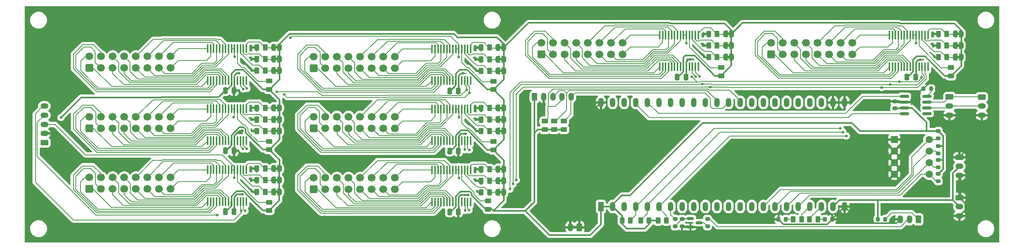
<source format=gbr>
%TF.GenerationSoftware,KiCad,Pcbnew,9.0.6*%
%TF.CreationDate,2026-01-12T10:46:39-05:00*%
%TF.ProjectId,OrganKeyswitchBreakout,4f726761-6e4b-4657-9973-776974636842,rev?*%
%TF.SameCoordinates,Original*%
%TF.FileFunction,Copper,L1,Top*%
%TF.FilePolarity,Positive*%
%FSLAX46Y46*%
G04 Gerber Fmt 4.6, Leading zero omitted, Abs format (unit mm)*
G04 Created by KiCad (PCBNEW 9.0.6) date 2026-01-12 10:46:39*
%MOMM*%
%LPD*%
G01*
G04 APERTURE LIST*
G04 Aperture macros list*
%AMRoundRect*
0 Rectangle with rounded corners*
0 $1 Rounding radius*
0 $2 $3 $4 $5 $6 $7 $8 $9 X,Y pos of 4 corners*
0 Add a 4 corners polygon primitive as box body*
4,1,4,$2,$3,$4,$5,$6,$7,$8,$9,$2,$3,0*
0 Add four circle primitives for the rounded corners*
1,1,$1+$1,$2,$3*
1,1,$1+$1,$4,$5*
1,1,$1+$1,$6,$7*
1,1,$1+$1,$8,$9*
0 Add four rect primitives between the rounded corners*
20,1,$1+$1,$2,$3,$4,$5,0*
20,1,$1+$1,$4,$5,$6,$7,0*
20,1,$1+$1,$6,$7,$8,$9,0*
20,1,$1+$1,$8,$9,$2,$3,0*%
%AMFreePoly0*
4,1,23,0.500000,-0.750000,0.000000,-0.750000,0.000000,-0.745722,-0.065263,-0.745722,-0.191342,-0.711940,-0.304381,-0.646677,-0.396677,-0.554381,-0.461940,-0.441342,-0.495722,-0.315263,-0.495722,-0.250000,-0.500000,-0.250000,-0.500000,0.250000,-0.495722,0.250000,-0.495722,0.315263,-0.461940,0.441342,-0.396677,0.554381,-0.304381,0.646677,-0.191342,0.711940,-0.065263,0.745722,0.000000,0.745722,
0.000000,0.750000,0.500000,0.750000,0.500000,-0.750000,0.500000,-0.750000,$1*%
%AMFreePoly1*
4,1,23,0.000000,0.745722,0.065263,0.745722,0.191342,0.711940,0.304381,0.646677,0.396677,0.554381,0.461940,0.441342,0.495722,0.315263,0.495722,0.250000,0.500000,0.250000,0.500000,-0.250000,0.495722,-0.250000,0.495722,-0.315263,0.461940,-0.441342,0.396677,-0.554381,0.304381,-0.646677,0.191342,-0.711940,0.065263,-0.745722,0.000000,-0.745722,0.000000,-0.750000,-0.500000,-0.750000,
-0.500000,0.750000,0.000000,0.750000,0.000000,0.745722,0.000000,0.745722,$1*%
G04 Aperture macros list end*
%TA.AperFunction,EtchedComponent*%
%ADD10C,0.000000*%
%TD*%
%TA.AperFunction,SMDPad,CuDef*%
%ADD11RoundRect,0.250000X0.450000X-0.262500X0.450000X0.262500X-0.450000X0.262500X-0.450000X-0.262500X0*%
%TD*%
%TA.AperFunction,SMDPad,CuDef*%
%ADD12RoundRect,0.100000X0.100000X-0.850000X0.100000X0.850000X-0.100000X0.850000X-0.100000X-0.850000X0*%
%TD*%
%TA.AperFunction,SMDPad,CuDef*%
%ADD13RoundRect,0.250000X-0.250000X-0.475000X0.250000X-0.475000X0.250000X0.475000X-0.250000X0.475000X0*%
%TD*%
%TA.AperFunction,SMDPad,CuDef*%
%ADD14FreePoly0,180.000000*%
%TD*%
%TA.AperFunction,SMDPad,CuDef*%
%ADD15FreePoly1,180.000000*%
%TD*%
%TA.AperFunction,SMDPad,CuDef*%
%ADD16RoundRect,0.250000X0.262500X0.450000X-0.262500X0.450000X-0.262500X-0.450000X0.262500X-0.450000X0*%
%TD*%
%TA.AperFunction,SMDPad,CuDef*%
%ADD17RoundRect,0.200000X-0.275000X0.200000X-0.275000X-0.200000X0.275000X-0.200000X0.275000X0.200000X0*%
%TD*%
%TA.AperFunction,SMDPad,CuDef*%
%ADD18RoundRect,0.250000X-0.262500X-0.450000X0.262500X-0.450000X0.262500X0.450000X-0.262500X0.450000X0*%
%TD*%
%TA.AperFunction,SMDPad,CuDef*%
%ADD19RoundRect,0.225000X0.250000X-0.225000X0.250000X0.225000X-0.250000X0.225000X-0.250000X-0.225000X0*%
%TD*%
%TA.AperFunction,SMDPad,CuDef*%
%ADD20RoundRect,0.200000X0.200000X0.275000X-0.200000X0.275000X-0.200000X-0.275000X0.200000X-0.275000X0*%
%TD*%
%TA.AperFunction,ComponentPad*%
%ADD21RoundRect,0.250000X0.600000X-0.600000X0.600000X0.600000X-0.600000X0.600000X-0.600000X-0.600000X0*%
%TD*%
%TA.AperFunction,ComponentPad*%
%ADD22C,1.700000*%
%TD*%
%TA.AperFunction,ComponentPad*%
%ADD23RoundRect,0.250000X0.350000X0.625000X-0.350000X0.625000X-0.350000X-0.625000X0.350000X-0.625000X0*%
%TD*%
%TA.AperFunction,ComponentPad*%
%ADD24O,1.200000X1.750000*%
%TD*%
%TA.AperFunction,SMDPad,CuDef*%
%ADD25RoundRect,0.200000X0.275000X-0.200000X0.275000X0.200000X-0.275000X0.200000X-0.275000X-0.200000X0*%
%TD*%
%TA.AperFunction,SMDPad,CuDef*%
%ADD26RoundRect,0.218750X0.218750X0.256250X-0.218750X0.256250X-0.218750X-0.256250X0.218750X-0.256250X0*%
%TD*%
%TA.AperFunction,ComponentPad*%
%ADD27RoundRect,0.250000X0.625000X-0.350000X0.625000X0.350000X-0.625000X0.350000X-0.625000X-0.350000X0*%
%TD*%
%TA.AperFunction,ComponentPad*%
%ADD28O,1.750000X1.200000*%
%TD*%
%TA.AperFunction,ComponentPad*%
%ADD29RoundRect,0.250000X-0.625000X0.350000X-0.625000X-0.350000X0.625000X-0.350000X0.625000X0.350000X0*%
%TD*%
%TA.AperFunction,ComponentPad*%
%ADD30RoundRect,0.250000X-0.550000X-0.550000X0.550000X-0.550000X0.550000X0.550000X-0.550000X0.550000X0*%
%TD*%
%TA.AperFunction,ComponentPad*%
%ADD31C,1.600000*%
%TD*%
%TA.AperFunction,SMDPad,CuDef*%
%ADD32RoundRect,0.150000X-0.587500X-0.150000X0.587500X-0.150000X0.587500X0.150000X-0.587500X0.150000X0*%
%TD*%
%TA.AperFunction,SMDPad,CuDef*%
%ADD33RoundRect,0.218750X-0.218750X-0.256250X0.218750X-0.256250X0.218750X0.256250X-0.218750X0.256250X0*%
%TD*%
%TA.AperFunction,ComponentPad*%
%ADD34R,1.200000X2.000000*%
%TD*%
%TA.AperFunction,ComponentPad*%
%ADD35O,1.200000X2.000000*%
%TD*%
%TA.AperFunction,SMDPad,CuDef*%
%ADD36RoundRect,0.200000X-0.200000X-0.275000X0.200000X-0.275000X0.200000X0.275000X-0.200000X0.275000X0*%
%TD*%
%TA.AperFunction,SMDPad,CuDef*%
%ADD37RoundRect,0.150000X-0.825000X-0.150000X0.825000X-0.150000X0.825000X0.150000X-0.825000X0.150000X0*%
%TD*%
%TA.AperFunction,ComponentPad*%
%ADD38RoundRect,0.250000X-0.350000X-0.625000X0.350000X-0.625000X0.350000X0.625000X-0.350000X0.625000X0*%
%TD*%
%TA.AperFunction,ViaPad*%
%ADD39C,0.600000*%
%TD*%
%TA.AperFunction,Conductor*%
%ADD40C,0.200000*%
%TD*%
%TA.AperFunction,Conductor*%
%ADD41C,0.300000*%
%TD*%
G04 APERTURE END LIST*
D10*
%TA.AperFunction,EtchedComponent*%
%TO.C,JP15*%
G36*
X139146300Y-76201359D02*
G01*
X138646300Y-76201359D01*
X138646300Y-75601359D01*
X139146300Y-75601359D01*
X139146300Y-76201359D01*
G37*
%TD.AperFunction*%
%TA.AperFunction,EtchedComponent*%
%TO.C,JP12*%
G36*
X90036675Y-89511036D02*
G01*
X89536675Y-89511036D01*
X89536675Y-88911036D01*
X90036675Y-88911036D01*
X90036675Y-89511036D01*
G37*
%TD.AperFunction*%
%TA.AperFunction,EtchedComponent*%
%TO.C,JP6*%
G36*
X239295950Y-59912414D02*
G01*
X238795950Y-59912414D01*
X238795950Y-59312414D01*
X239295950Y-59312414D01*
X239295950Y-59912414D01*
G37*
%TD.AperFunction*%
%TA.AperFunction,EtchedComponent*%
%TO.C,JP5*%
G36*
X239295950Y-62466586D02*
G01*
X238795950Y-62466586D01*
X238795950Y-61866586D01*
X239295950Y-61866586D01*
X239295950Y-62466586D01*
G37*
%TD.AperFunction*%
%TA.AperFunction,EtchedComponent*%
%TO.C,JP21*%
G36*
X90036675Y-76144795D02*
G01*
X89536675Y-76144795D01*
X89536675Y-75544795D01*
X90036675Y-75544795D01*
X90036675Y-76144795D01*
G37*
%TD.AperFunction*%
%TA.AperFunction,EtchedComponent*%
%TO.C,JP18*%
G36*
X139146300Y-62914579D02*
G01*
X138646300Y-62914579D01*
X138646300Y-62314579D01*
X139146300Y-62314579D01*
X139146300Y-62914579D01*
G37*
%TD.AperFunction*%
%TA.AperFunction,EtchedComponent*%
%TO.C,JP23*%
G36*
X188997875Y-62448986D02*
G01*
X188497875Y-62448986D01*
X188497875Y-61848986D01*
X188997875Y-61848986D01*
X188997875Y-62448986D01*
G37*
%TD.AperFunction*%
%TA.AperFunction,EtchedComponent*%
%TO.C,JP2*%
G36*
X139146300Y-92160600D02*
G01*
X138646300Y-92160600D01*
X138646300Y-91560600D01*
X139146300Y-91560600D01*
X139146300Y-92160600D01*
G37*
%TD.AperFunction*%
%TA.AperFunction,EtchedComponent*%
%TO.C,JP11*%
G36*
X90036675Y-92058121D02*
G01*
X89536675Y-92058121D01*
X89536675Y-91458121D01*
X90036675Y-91458121D01*
X90036675Y-92058121D01*
G37*
%TD.AperFunction*%
%TA.AperFunction,EtchedComponent*%
%TO.C,JP16*%
G36*
X139146300Y-68037607D02*
G01*
X138646300Y-68037607D01*
X138646300Y-67437607D01*
X139146300Y-67437607D01*
X139146300Y-68037607D01*
G37*
%TD.AperFunction*%
%TA.AperFunction,EtchedComponent*%
%TO.C,JP3*%
G36*
X139146300Y-89620600D02*
G01*
X138646300Y-89620600D01*
X138646300Y-89020600D01*
X139146300Y-89020600D01*
X139146300Y-89620600D01*
G37*
%TD.AperFunction*%
%TA.AperFunction,EtchedComponent*%
%TO.C,JP14*%
G36*
X139146300Y-78744902D02*
G01*
X138646300Y-78744902D01*
X138646300Y-78144902D01*
X139146300Y-78144902D01*
X139146300Y-78744902D01*
G37*
%TD.AperFunction*%
%TA.AperFunction,EtchedComponent*%
%TO.C,JP24*%
G36*
X188997875Y-59891271D02*
G01*
X188497875Y-59891271D01*
X188497875Y-59291271D01*
X188997875Y-59291271D01*
X188997875Y-59891271D01*
G37*
%TD.AperFunction*%
%TA.AperFunction,EtchedComponent*%
%TO.C,JP1*%
G36*
X139146300Y-94700600D02*
G01*
X138646300Y-94700600D01*
X138646300Y-94100600D01*
X139146300Y-94100600D01*
X139146300Y-94700600D01*
G37*
%TD.AperFunction*%
%TA.AperFunction,EtchedComponent*%
%TO.C,JP8*%
G36*
X90036675Y-65418957D02*
G01*
X89536675Y-65418957D01*
X89536675Y-64818957D01*
X90036675Y-64818957D01*
X90036675Y-65418957D01*
G37*
%TD.AperFunction*%
%TA.AperFunction,EtchedComponent*%
%TO.C,JP13*%
G36*
X139146300Y-81288531D02*
G01*
X138646300Y-81288531D01*
X138646300Y-80688531D01*
X139146300Y-80688531D01*
X139146300Y-81288531D01*
G37*
%TD.AperFunction*%
%TA.AperFunction,EtchedComponent*%
%TO.C,JP20*%
G36*
X90036675Y-78695423D02*
G01*
X89536675Y-78695423D01*
X89536675Y-78095423D01*
X90036675Y-78095423D01*
X90036675Y-78695423D01*
G37*
%TD.AperFunction*%
%TA.AperFunction,EtchedComponent*%
%TO.C,JP4*%
G36*
X239295950Y-65021100D02*
G01*
X238795950Y-65021100D01*
X238795950Y-64421100D01*
X239295950Y-64421100D01*
X239295950Y-65021100D01*
G37*
%TD.AperFunction*%
%TA.AperFunction,EtchedComponent*%
%TO.C,JP9*%
G36*
X90036675Y-62854157D02*
G01*
X89536675Y-62854157D01*
X89536675Y-62254157D01*
X90036675Y-62254157D01*
X90036675Y-62854157D01*
G37*
%TD.AperFunction*%
%TA.AperFunction,EtchedComponent*%
%TO.C,JP10*%
G36*
X90036675Y-94605378D02*
G01*
X89536675Y-94605378D01*
X89536675Y-94005378D01*
X90036675Y-94005378D01*
X90036675Y-94605378D01*
G37*
%TD.AperFunction*%
%TA.AperFunction,EtchedComponent*%
%TO.C,JP22*%
G36*
X188997875Y-65007129D02*
G01*
X188497875Y-65007129D01*
X188497875Y-64407129D01*
X188997875Y-64407129D01*
X188997875Y-65007129D01*
G37*
%TD.AperFunction*%
%TA.AperFunction,EtchedComponent*%
%TO.C,JP7*%
G36*
X90036675Y-67984357D02*
G01*
X89536675Y-67984357D01*
X89536675Y-67384357D01*
X90036675Y-67384357D01*
X90036675Y-67984357D01*
G37*
%TD.AperFunction*%
%TA.AperFunction,EtchedComponent*%
%TO.C,JP17*%
G36*
X139146300Y-65475836D02*
G01*
X138646300Y-65475836D01*
X138646300Y-64875836D01*
X139146300Y-64875836D01*
X139146300Y-65475836D01*
G37*
%TD.AperFunction*%
%TA.AperFunction,EtchedComponent*%
%TO.C,JP19*%
G36*
X90036675Y-81246309D02*
G01*
X89536675Y-81246309D01*
X89536675Y-80646309D01*
X90036675Y-80646309D01*
X90036675Y-81246309D01*
G37*
%TD.AperFunction*%
%TD*%
D11*
%TO.P,R42,1*%
%TO.N,+3.3V*%
X150541000Y-80625000D03*
%TO.P,R42,2*%
%TO.N,/Controller/I2C_INT2*%
X150541000Y-78800000D03*
%TD*%
%TO.P,R41,1*%
%TO.N,+3.3V*%
X152700000Y-80625000D03*
%TO.P,R41,2*%
%TO.N,/Controller/I2C_SCL2*%
X152700000Y-78800000D03*
%TD*%
%TO.P,R40,1*%
%TO.N,+3.3V*%
X148509000Y-80625000D03*
%TO.P,R40,2*%
%TO.N,/Controller/I2C_SDA2*%
X148509000Y-78800000D03*
%TD*%
D12*
%TO.P,U7,1,GPB0*%
%TO.N,Net-(J11-Pin_1)*%
X123835050Y-83118931D03*
%TO.P,U7,2,GPB1*%
%TO.N,Net-(J11-Pin_2)*%
X124485050Y-83118931D03*
%TO.P,U7,3,GPB2*%
%TO.N,Net-(J11-Pin_3)*%
X125135050Y-83118931D03*
%TO.P,U7,4,GPB3*%
%TO.N,Net-(J11-Pin_4)*%
X125785050Y-83118931D03*
%TO.P,U7,5,GPB4*%
%TO.N,Net-(J11-Pin_5)*%
X126435050Y-83118931D03*
%TO.P,U7,6,GPB5*%
%TO.N,Net-(J11-Pin_6)*%
X127085050Y-83118931D03*
%TO.P,U7,7,GPB6*%
%TO.N,Net-(J11-Pin_7)*%
X127735050Y-83118931D03*
%TO.P,U7,8,GPB7*%
%TO.N,Net-(J11-Pin_8)*%
X128385050Y-83118931D03*
%TO.P,U7,9,VDD*%
%TO.N,+3.3V*%
X129035050Y-83118931D03*
%TO.P,U7,10,VSS*%
%TO.N,GND*%
X129685050Y-83118931D03*
%TO.P,U7,11,NC*%
%TO.N,unconnected-(U7-NC-Pad11)*%
X130335050Y-83118931D03*
%TO.P,U7,12,SCK*%
%TO.N,SCL_IN*%
X130985050Y-83118931D03*
%TO.P,U7,13,SDA*%
%TO.N,SDA_IN*%
X131635050Y-83118931D03*
%TO.P,U7,14,NC*%
%TO.N,unconnected-(U7-NC-Pad14)*%
X132285050Y-83118931D03*
%TO.P,U7,15,A0*%
%TO.N,Net-(JP15-B)*%
X132285050Y-76118931D03*
%TO.P,U7,16,A1*%
%TO.N,Net-(JP14-B)*%
X131635050Y-76118931D03*
%TO.P,U7,17,A2*%
%TO.N,Net-(JP13-B)*%
X130985050Y-76118931D03*
%TO.P,U7,18,~{RESET}*%
%TO.N,Net-(U7-~{RESET})*%
X130335050Y-76118931D03*
%TO.P,U7,19,INTB*%
%TO.N,INT_INOUT*%
X129685050Y-76118931D03*
%TO.P,U7,20,INTA*%
X129035050Y-76118931D03*
%TO.P,U7,21,GPA0*%
%TO.N,Net-(J11-Pin_9)*%
X128385050Y-76118931D03*
%TO.P,U7,22,GPA1*%
%TO.N,Net-(J11-Pin_10)*%
X127735050Y-76118931D03*
%TO.P,U7,23,GPA2*%
%TO.N,Net-(J11-Pin_11)*%
X127085050Y-76118931D03*
%TO.P,U7,24,GPA3*%
%TO.N,Net-(J11-Pin_12)*%
X126435050Y-76118931D03*
%TO.P,U7,25,GPA4*%
%TO.N,Net-(J11-Pin_13)*%
X125785050Y-76118931D03*
%TO.P,U7,26,GPA5*%
%TO.N,Net-(J11-Pin_14)*%
X125135050Y-76118931D03*
%TO.P,U7,27,GPA6*%
%TO.N,Net-(J11-Pin_15)*%
X124485050Y-76118931D03*
%TO.P,U7,28,GPA7*%
%TO.N,Net-(J11-Pin_16)*%
X123835050Y-76118931D03*
%TD*%
D13*
%TO.P,CD_U6,1*%
%TO.N,+3.3V*%
X127682800Y-85347645D03*
%TO.P,CD_U6,2*%
%TO.N,GND*%
X129582800Y-85347645D03*
%TD*%
D14*
%TO.P,JP15,1,A*%
%TO.N,+3.3V*%
X139546300Y-75901359D03*
D15*
%TO.P,JP15,2,B*%
%TO.N,Net-(JP15-B)*%
X138246300Y-75901359D03*
%TD*%
D13*
%TO.P,CD_U3,1*%
%TO.N,+3.3V*%
X227832450Y-69085557D03*
%TO.P,CD_U3,2*%
%TO.N,GND*%
X229732450Y-69085557D03*
%TD*%
D11*
%TO.P,R36,1*%
%TO.N,+3.3V*%
X187120375Y-68819486D03*
%TO.P,R36,2*%
%TO.N,Net-(U10-~{RESET})*%
X187120375Y-66994486D03*
%TD*%
D16*
%TO.P,R13,1*%
%TO.N,Net-(JP4-B)*%
X236552950Y-64721100D03*
%TO.P,R13,2*%
%TO.N,GND*%
X234727950Y-64721100D03*
%TD*%
D12*
%TO.P,U4,1,GPB0*%
%TO.N,Net-(J8-Pin_1)*%
X223984700Y-66863200D03*
%TO.P,U4,2,GPB1*%
%TO.N,Net-(J8-Pin_2)*%
X224634700Y-66863200D03*
%TO.P,U4,3,GPB2*%
%TO.N,Net-(J8-Pin_3)*%
X225284700Y-66863200D03*
%TO.P,U4,4,GPB3*%
%TO.N,Net-(J8-Pin_4)*%
X225934700Y-66863200D03*
%TO.P,U4,5,GPB4*%
%TO.N,Net-(J8-Pin_5)*%
X226584700Y-66863200D03*
%TO.P,U4,6,GPB5*%
%TO.N,Net-(J8-Pin_6)*%
X227234700Y-66863200D03*
%TO.P,U4,7,GPB6*%
%TO.N,Net-(J8-Pin_7)*%
X227884700Y-66863200D03*
%TO.P,U4,8,GPB7*%
%TO.N,Net-(J8-Pin_8)*%
X228534700Y-66863200D03*
%TO.P,U4,9,VDD*%
%TO.N,+3.3V*%
X229184700Y-66863200D03*
%TO.P,U4,10,VSS*%
%TO.N,GND*%
X229834700Y-66863200D03*
%TO.P,U4,11,NC*%
%TO.N,unconnected-(U4-NC-Pad11)*%
X230484700Y-66863200D03*
%TO.P,U4,12,SCK*%
%TO.N,SCL_IN*%
X231134700Y-66863200D03*
%TO.P,U4,13,SDA*%
%TO.N,SDA_IN*%
X231784700Y-66863200D03*
%TO.P,U4,14,NC*%
%TO.N,unconnected-(U4-NC-Pad14)*%
X232434700Y-66863200D03*
%TO.P,U4,15,A0*%
%TO.N,Net-(JP6-B)*%
X232434700Y-59863200D03*
%TO.P,U4,16,A1*%
%TO.N,Net-(JP5-B)*%
X231784700Y-59863200D03*
%TO.P,U4,17,A2*%
%TO.N,Net-(JP4-B)*%
X231134700Y-59863200D03*
%TO.P,U4,18,~{RESET}*%
%TO.N,Net-(U4-~{RESET})*%
X230484700Y-59863200D03*
%TO.P,U4,19,INTB*%
%TO.N,INT_INOUT*%
X229834700Y-59863200D03*
%TO.P,U4,20,INTA*%
X229184700Y-59863200D03*
%TO.P,U4,21,GPA0*%
%TO.N,Net-(J8-Pin_9)*%
X228534700Y-59863200D03*
%TO.P,U4,22,GPA1*%
%TO.N,Net-(J8-Pin_10)*%
X227884700Y-59863200D03*
%TO.P,U4,23,GPA2*%
%TO.N,Net-(J8-Pin_11)*%
X227234700Y-59863200D03*
%TO.P,U4,24,GPA3*%
%TO.N,Net-(J8-Pin_12)*%
X226584700Y-59863200D03*
%TO.P,U4,25,GPA4*%
%TO.N,Net-(J8-Pin_13)*%
X225934700Y-59863200D03*
%TO.P,U4,26,GPA5*%
%TO.N,Net-(J8-Pin_14)*%
X225284700Y-59863200D03*
%TO.P,U4,27,GPA6*%
%TO.N,Net-(J8-Pin_15)*%
X224634700Y-59863200D03*
%TO.P,U4,28,GPA7*%
%TO.N,Net-(J8-Pin_16)*%
X223984700Y-59863200D03*
%TD*%
D17*
%TO.P,RP_DIP3,1*%
%TO.N,+3.3V*%
X234691000Y-87300500D03*
%TO.P,RP_DIP3,2*%
%TO.N,Net-(U2-GPIO11{slash}ADC2_CH0)*%
X234691000Y-88950500D03*
%TD*%
D13*
%TO.P,CD_U4,1*%
%TO.N,+3.3V*%
X78573175Y-72054157D03*
%TO.P,CD_U4,2*%
%TO.N,GND*%
X80473175Y-72054157D03*
%TD*%
D18*
%TO.P,RLED2,1*%
%TO.N,Net-(U2-GPIO14{slash}ADC2_CH3)*%
X206455000Y-100330000D03*
%TO.P,RLED2,2*%
%TO.N,Net-(D3-A)*%
X208280000Y-100330000D03*
%TD*%
D14*
%TO.P,JP12,1,A*%
%TO.N,+3.3V*%
X90436675Y-89211036D03*
D15*
%TO.P,JP12,2,B*%
%TO.N,Net-(JP12-B)*%
X89136675Y-89211036D03*
%TD*%
D19*
%TO.P,CD_U2,1*%
%TO.N,+3.3V*%
X225163000Y-76010000D03*
%TO.P,CD_U2,2*%
%TO.N,GND*%
X225163000Y-74460000D03*
%TD*%
D17*
%TO.P,RP_DIP4,1*%
%TO.N,+3.3V*%
X234691000Y-90348500D03*
%TO.P,RP_DIP4,2*%
%TO.N,Net-(U2-GPIO12{slash}ADC2_CH1)*%
X234691000Y-91998500D03*
%TD*%
D11*
%TO.P,R1,1*%
%TO.N,+3.3V*%
X136100000Y-98112500D03*
%TO.P,R1,2*%
%TO.N,Net-(U1-~{RESET})*%
X136100000Y-96287500D03*
%TD*%
D20*
%TO.P,RS1,1*%
%TO.N,Net-(U3-Rs)*%
X233100000Y-71679000D03*
%TO.P,RS1,2*%
%TO.N,GND*%
X231450000Y-71679000D03*
%TD*%
D21*
%TO.P,J12,1,Pin_1*%
%TO.N,Net-(J12-Pin_1)*%
X97940000Y-67140007D03*
D22*
%TO.P,J12,2,Pin_2*%
%TO.N,Net-(J12-Pin_2)*%
X97940000Y-64600007D03*
%TO.P,J12,3,Pin_3*%
%TO.N,Net-(J12-Pin_3)*%
X100480000Y-67140007D03*
%TO.P,J12,4,Pin_4*%
%TO.N,Net-(J12-Pin_4)*%
X100480000Y-64600007D03*
%TO.P,J12,5,Pin_5*%
%TO.N,Net-(J12-Pin_5)*%
X103020000Y-67140007D03*
%TO.P,J12,6,Pin_6*%
%TO.N,Net-(J12-Pin_6)*%
X103020000Y-64600007D03*
%TO.P,J12,7,Pin_7*%
%TO.N,Net-(J12-Pin_7)*%
X105560000Y-67140007D03*
%TO.P,J12,8,Pin_8*%
%TO.N,Net-(J12-Pin_8)*%
X105560000Y-64600007D03*
%TO.P,J12,9,Pin_9*%
%TO.N,Net-(J12-Pin_9)*%
X108100000Y-67140007D03*
%TO.P,J12,10,Pin_10*%
%TO.N,Net-(J12-Pin_10)*%
X108100000Y-64600007D03*
%TO.P,J12,11,Pin_11*%
%TO.N,Net-(J12-Pin_11)*%
X110640000Y-67140007D03*
%TO.P,J12,12,Pin_12*%
%TO.N,Net-(J12-Pin_12)*%
X110640000Y-64600007D03*
%TO.P,J12,13,Pin_13*%
%TO.N,Net-(J12-Pin_13)*%
X113180000Y-67140007D03*
%TO.P,J12,14,Pin_14*%
%TO.N,Net-(J12-Pin_14)*%
X113180000Y-64600007D03*
%TO.P,J12,15,Pin_15*%
%TO.N,Net-(J12-Pin_15)*%
X115720000Y-67140007D03*
%TO.P,J12,16,Pin_16*%
%TO.N,Net-(J12-Pin_16)*%
X115720000Y-64600007D03*
%TD*%
D16*
%TO.P,RLED1,1*%
%TO.N,Net-(U2-GPIO13{slash}ADC2_CH2)*%
X204724000Y-100330000D03*
%TO.P,RLED1,2*%
%TO.N,Net-(D2-A)*%
X202899000Y-100330000D03*
%TD*%
D11*
%TO.P,R28,1*%
%TO.N,+3.3V*%
X137268800Y-71850236D03*
%TO.P,R28,2*%
%TO.N,Net-(U8-~{RESET})*%
X137268800Y-70025236D03*
%TD*%
D13*
%TO.P,CD_U7,1*%
%TO.N,+3.3V*%
X127682800Y-72122293D03*
%TO.P,CD_U7,2*%
%TO.N,GND*%
X129582800Y-72122293D03*
%TD*%
D23*
%TO.P,J4,1,Pin_1*%
%TO.N,/Controller/MIDI/MIDI_THRU_P4*%
X230346000Y-100372000D03*
D24*
%TO.P,J4,2,Pin_2*%
%TO.N,/Controller/MIDI/MIDI_THRU_P5*%
X228346000Y-100372000D03*
%TO.P,J4,3,Pin_3*%
%TO.N,GND*%
X226346000Y-100372000D03*
%TD*%
D14*
%TO.P,JP6,1,A*%
%TO.N,+3.3V*%
X239695950Y-59612414D03*
D15*
%TO.P,JP6,2,B*%
%TO.N,Net-(JP6-B)*%
X238395950Y-59612414D03*
%TD*%
D14*
%TO.P,JP5,1,A*%
%TO.N,+3.3V*%
X239695950Y-62166586D03*
D15*
%TO.P,JP5,2,B*%
%TO.N,Net-(JP5-B)*%
X238395950Y-62166586D03*
%TD*%
D25*
%TO.P,R9,1*%
%TO.N,/Controller/MIDI/MIDI_THRU_SINK*%
X184150000Y-101917000D03*
%TO.P,R9,2*%
%TO.N,/Controller/MIDI/MIDI_THRU_P5*%
X184150000Y-100267000D03*
%TD*%
D16*
%TO.P,R25,1*%
%TO.N,Net-(JP13-B)*%
X136403300Y-80988531D03*
%TO.P,R25,2*%
%TO.N,GND*%
X134578300Y-80988531D03*
%TD*%
D26*
%TO.P,D3,1,K*%
%TO.N,GND*%
X211457000Y-100330000D03*
%TO.P,D3,2,A*%
%TO.N,Net-(D3-A)*%
X209882000Y-100330000D03*
%TD*%
D11*
%TO.P,R16,1*%
%TO.N,+3.3V*%
X88159175Y-71797257D03*
%TO.P,R16,2*%
%TO.N,Net-(U5-~{RESET})*%
X88159175Y-69972257D03*
%TD*%
D16*
%TO.P,R38,1*%
%TO.N,Net-(JP23-B)*%
X186254875Y-62148986D03*
%TO.P,R38,2*%
%TO.N,GND*%
X184429875Y-62148986D03*
%TD*%
D11*
%TO.P,R32,1*%
%TO.N,+3.3V*%
X88159175Y-85058123D03*
%TO.P,R32,2*%
%TO.N,Net-(U9-~{RESET})*%
X88159175Y-83233123D03*
%TD*%
D14*
%TO.P,JP21,1,A*%
%TO.N,+3.3V*%
X90436675Y-75844795D03*
D15*
%TO.P,JP21,2,B*%
%TO.N,Net-(JP21-B)*%
X89136675Y-75844795D03*
%TD*%
D14*
%TO.P,JP18,1,A*%
%TO.N,+3.3V*%
X139546300Y-62614579D03*
D15*
%TO.P,JP18,2,B*%
%TO.N,Net-(JP18-B)*%
X138246300Y-62614579D03*
%TD*%
D16*
%TO.P,R14,1*%
%TO.N,Net-(JP5-B)*%
X236552950Y-62166586D03*
%TO.P,R14,2*%
%TO.N,GND*%
X234727950Y-62166586D03*
%TD*%
D14*
%TO.P,JP23,1,A*%
%TO.N,+3.3V*%
X189397875Y-62148986D03*
D15*
%TO.P,JP23,2,B*%
%TO.N,Net-(JP23-B)*%
X188097875Y-62148986D03*
%TD*%
D17*
%TO.P,RP_DIP1,1*%
%TO.N,+3.3V*%
X234691000Y-80950500D03*
%TO.P,RP_DIP1,2*%
%TO.N,Net-(U2-GPIO9{slash}ADC1_CH8)*%
X234691000Y-82600500D03*
%TD*%
D27*
%TO.P,J2,1,Pin_1*%
%TO.N,+3.3V*%
X38950000Y-83500000D03*
D28*
%TO.P,J2,2,Pin_2*%
%TO.N,GND*%
X38950000Y-81500000D03*
%TO.P,J2,3,Pin_3*%
%TO.N,INT_INOUT*%
X38950000Y-79500000D03*
%TO.P,J2,4,Pin_4*%
%TO.N,SDA_IN*%
X38950000Y-77500000D03*
%TO.P,J2,5,Pin_5*%
%TO.N,SCL_IN*%
X38950000Y-75500000D03*
%TD*%
D16*
%TO.P,R15,1*%
%TO.N,Net-(JP6-B)*%
X236552950Y-59612414D03*
%TO.P,R15,2*%
%TO.N,GND*%
X234727950Y-59612414D03*
%TD*%
%TO.P,R26,1*%
%TO.N,Net-(JP14-B)*%
X136403300Y-78444902D03*
%TO.P,R26,2*%
%TO.N,GND*%
X134578300Y-78444902D03*
%TD*%
D14*
%TO.P,JP2,1,A*%
%TO.N,+3.3V*%
X139546300Y-91860600D03*
D15*
%TO.P,JP2,2,B*%
%TO.N,Net-(JP2-B)*%
X138246300Y-91860600D03*
%TD*%
D14*
%TO.P,JP11,1,A*%
%TO.N,+3.3V*%
X90436675Y-91758121D03*
D15*
%TO.P,JP11,2,B*%
%TO.N,Net-(JP11-B)*%
X89136675Y-91758121D03*
%TD*%
D17*
%TO.P,R7,1*%
%TO.N,/Controller/MIDI/MIDI_OUT*%
X177038000Y-100267000D03*
%TO.P,R7,2*%
%TO.N,/Controller/MIDI/Q1_B*%
X177038000Y-101917000D03*
%TD*%
D14*
%TO.P,JP16,1,A*%
%TO.N,+3.3V*%
X139546300Y-67737607D03*
D15*
%TO.P,JP16,2,B*%
%TO.N,Net-(JP16-B)*%
X138246300Y-67737607D03*
%TD*%
D29*
%TO.P,J15,1,Pin_1*%
%TO.N,/Controller/CAN/CANH*%
X244200000Y-73500000D03*
D28*
%TO.P,J15,2,Pin_2*%
%TO.N,/Controller/CAN/CANL*%
X244200000Y-75500000D03*
%TO.P,J15,3,Pin_3*%
%TO.N,GND*%
X244200000Y-77500000D03*
%TD*%
D18*
%TO.P,R11,1*%
%TO.N,+3.3V*%
X173331500Y-100584000D03*
%TO.P,R11,2*%
%TO.N,INT_INOUT*%
X175156500Y-100584000D03*
%TD*%
D14*
%TO.P,JP3,1,A*%
%TO.N,+3.3V*%
X139546300Y-89320600D03*
D15*
%TO.P,JP3,2,B*%
%TO.N,Net-(JP3-B)*%
X138246300Y-89320600D03*
%TD*%
D21*
%TO.P,J9,1,Pin_1*%
%TO.N,Net-(J9-Pin_1)*%
X48830375Y-67090657D03*
D22*
%TO.P,J9,2,Pin_2*%
%TO.N,Net-(J9-Pin_2)*%
X48830375Y-64550657D03*
%TO.P,J9,3,Pin_3*%
%TO.N,Net-(J9-Pin_3)*%
X51370375Y-67090657D03*
%TO.P,J9,4,Pin_4*%
%TO.N,Net-(J9-Pin_4)*%
X51370375Y-64550657D03*
%TO.P,J9,5,Pin_5*%
%TO.N,Net-(J9-Pin_5)*%
X53910375Y-67090657D03*
%TO.P,J9,6,Pin_6*%
%TO.N,Net-(J9-Pin_6)*%
X53910375Y-64550657D03*
%TO.P,J9,7,Pin_7*%
%TO.N,Net-(J9-Pin_7)*%
X56450375Y-67090657D03*
%TO.P,J9,8,Pin_8*%
%TO.N,Net-(J9-Pin_8)*%
X56450375Y-64550657D03*
%TO.P,J9,9,Pin_9*%
%TO.N,Net-(J9-Pin_9)*%
X58990375Y-67090657D03*
%TO.P,J9,10,Pin_10*%
%TO.N,Net-(J9-Pin_10)*%
X58990375Y-64550657D03*
%TO.P,J9,11,Pin_11*%
%TO.N,Net-(J9-Pin_11)*%
X61530375Y-67090657D03*
%TO.P,J9,12,Pin_12*%
%TO.N,Net-(J9-Pin_12)*%
X61530375Y-64550657D03*
%TO.P,J9,13,Pin_13*%
%TO.N,Net-(J9-Pin_13)*%
X64070375Y-67090657D03*
%TO.P,J9,14,Pin_14*%
%TO.N,Net-(J9-Pin_14)*%
X64070375Y-64550657D03*
%TO.P,J9,15,Pin_15*%
%TO.N,Net-(J9-Pin_15)*%
X66610375Y-67090657D03*
%TO.P,J9,16,Pin_16*%
%TO.N,Net-(J9-Pin_16)*%
X66610375Y-64550657D03*
%TD*%
D12*
%TO.P,U10,1,GPB0*%
%TO.N,Net-(J14-Pin_1)*%
X173686625Y-66853129D03*
%TO.P,U10,2,GPB1*%
%TO.N,Net-(J14-Pin_2)*%
X174336625Y-66853129D03*
%TO.P,U10,3,GPB2*%
%TO.N,Net-(J14-Pin_3)*%
X174986625Y-66853129D03*
%TO.P,U10,4,GPB3*%
%TO.N,Net-(J14-Pin_4)*%
X175636625Y-66853129D03*
%TO.P,U10,5,GPB4*%
%TO.N,Net-(J14-Pin_5)*%
X176286625Y-66853129D03*
%TO.P,U10,6,GPB5*%
%TO.N,Net-(J14-Pin_6)*%
X176936625Y-66853129D03*
%TO.P,U10,7,GPB6*%
%TO.N,Net-(J14-Pin_7)*%
X177586625Y-66853129D03*
%TO.P,U10,8,GPB7*%
%TO.N,Net-(J14-Pin_8)*%
X178236625Y-66853129D03*
%TO.P,U10,9,VDD*%
%TO.N,+3.3V*%
X178886625Y-66853129D03*
%TO.P,U10,10,VSS*%
%TO.N,GND*%
X179536625Y-66853129D03*
%TO.P,U10,11,NC*%
%TO.N,unconnected-(U10-NC-Pad11)*%
X180186625Y-66853129D03*
%TO.P,U10,12,SCK*%
%TO.N,SCL_IN*%
X180836625Y-66853129D03*
%TO.P,U10,13,SDA*%
%TO.N,SDA_IN*%
X181486625Y-66853129D03*
%TO.P,U10,14,NC*%
%TO.N,unconnected-(U10-NC-Pad14)*%
X182136625Y-66853129D03*
%TO.P,U10,15,A0*%
%TO.N,Net-(JP24-B)*%
X182136625Y-59853129D03*
%TO.P,U10,16,A1*%
%TO.N,Net-(JP23-B)*%
X181486625Y-59853129D03*
%TO.P,U10,17,A2*%
%TO.N,Net-(JP22-B)*%
X180836625Y-59853129D03*
%TO.P,U10,18,~{RESET}*%
%TO.N,Net-(U10-~{RESET})*%
X180186625Y-59853129D03*
%TO.P,U10,19,INTB*%
%TO.N,INT_INOUT*%
X179536625Y-59853129D03*
%TO.P,U10,20,INTA*%
X178886625Y-59853129D03*
%TO.P,U10,21,GPA0*%
%TO.N,Net-(J14-Pin_9)*%
X178236625Y-59853129D03*
%TO.P,U10,22,GPA1*%
%TO.N,Net-(J14-Pin_10)*%
X177586625Y-59853129D03*
%TO.P,U10,23,GPA2*%
%TO.N,Net-(J14-Pin_11)*%
X176936625Y-59853129D03*
%TO.P,U10,24,GPA3*%
%TO.N,Net-(J14-Pin_12)*%
X176286625Y-59853129D03*
%TO.P,U10,25,GPA4*%
%TO.N,Net-(J14-Pin_13)*%
X175636625Y-59853129D03*
%TO.P,U10,26,GPA5*%
%TO.N,Net-(J14-Pin_14)*%
X174986625Y-59853129D03*
%TO.P,U10,27,GPA6*%
%TO.N,Net-(J14-Pin_15)*%
X174336625Y-59853129D03*
%TO.P,U10,28,GPA7*%
%TO.N,Net-(J14-Pin_16)*%
X173686625Y-59853129D03*
%TD*%
%TO.P,U6,1,GPB0*%
%TO.N,Net-(J10-Pin_1)*%
X74725425Y-96439678D03*
%TO.P,U6,2,GPB1*%
%TO.N,Net-(J10-Pin_2)*%
X75375425Y-96439678D03*
%TO.P,U6,3,GPB2*%
%TO.N,Net-(J10-Pin_3)*%
X76025425Y-96439678D03*
%TO.P,U6,4,GPB3*%
%TO.N,Net-(J10-Pin_4)*%
X76675425Y-96439678D03*
%TO.P,U6,5,GPB4*%
%TO.N,Net-(J10-Pin_5)*%
X77325425Y-96439678D03*
%TO.P,U6,6,GPB5*%
%TO.N,Net-(J10-Pin_6)*%
X77975425Y-96439678D03*
%TO.P,U6,7,GPB6*%
%TO.N,Net-(J10-Pin_7)*%
X78625425Y-96439678D03*
%TO.P,U6,8,GPB7*%
%TO.N,Net-(J10-Pin_8)*%
X79275425Y-96439678D03*
%TO.P,U6,9,VDD*%
%TO.N,+3.3V*%
X79925425Y-96439678D03*
%TO.P,U6,10,VSS*%
%TO.N,GND*%
X80575425Y-96439678D03*
%TO.P,U6,11,NC*%
%TO.N,unconnected-(U6-NC-Pad11)*%
X81225425Y-96439678D03*
%TO.P,U6,12,SCK*%
%TO.N,SCL_IN*%
X81875425Y-96439678D03*
%TO.P,U6,13,SDA*%
%TO.N,SDA_IN*%
X82525425Y-96439678D03*
%TO.P,U6,14,NC*%
%TO.N,unconnected-(U6-NC-Pad14)*%
X83175425Y-96439678D03*
%TO.P,U6,15,A0*%
%TO.N,Net-(JP12-B)*%
X83175425Y-89439678D03*
%TO.P,U6,16,A1*%
%TO.N,Net-(JP11-B)*%
X82525425Y-89439678D03*
%TO.P,U6,17,A2*%
%TO.N,Net-(JP10-B)*%
X81875425Y-89439678D03*
%TO.P,U6,18,~{RESET}*%
%TO.N,Net-(U6-~{RESET})*%
X81225425Y-89439678D03*
%TO.P,U6,19,INTB*%
%TO.N,INT_INOUT*%
X80575425Y-89439678D03*
%TO.P,U6,20,INTA*%
X79925425Y-89439678D03*
%TO.P,U6,21,GPA0*%
%TO.N,Net-(J10-Pin_9)*%
X79275425Y-89439678D03*
%TO.P,U6,22,GPA1*%
%TO.N,Net-(J10-Pin_10)*%
X78625425Y-89439678D03*
%TO.P,U6,23,GPA2*%
%TO.N,Net-(J10-Pin_11)*%
X77975425Y-89439678D03*
%TO.P,U6,24,GPA3*%
%TO.N,Net-(J10-Pin_12)*%
X77325425Y-89439678D03*
%TO.P,U6,25,GPA4*%
%TO.N,Net-(J10-Pin_13)*%
X76675425Y-89439678D03*
%TO.P,U6,26,GPA5*%
%TO.N,Net-(J10-Pin_14)*%
X76025425Y-89439678D03*
%TO.P,U6,27,GPA6*%
%TO.N,Net-(J10-Pin_15)*%
X75375425Y-89439678D03*
%TO.P,U6,28,GPA7*%
%TO.N,Net-(J10-Pin_16)*%
X74725425Y-89439678D03*
%TD*%
%TO.P,U5,1,GPB0*%
%TO.N,Net-(J9-Pin_1)*%
X74725425Y-69838157D03*
%TO.P,U5,2,GPB1*%
%TO.N,Net-(J9-Pin_2)*%
X75375425Y-69838157D03*
%TO.P,U5,3,GPB2*%
%TO.N,Net-(J9-Pin_3)*%
X76025425Y-69838157D03*
%TO.P,U5,4,GPB3*%
%TO.N,Net-(J9-Pin_4)*%
X76675425Y-69838157D03*
%TO.P,U5,5,GPB4*%
%TO.N,Net-(J9-Pin_5)*%
X77325425Y-69838157D03*
%TO.P,U5,6,GPB5*%
%TO.N,Net-(J9-Pin_6)*%
X77975425Y-69838157D03*
%TO.P,U5,7,GPB6*%
%TO.N,Net-(J9-Pin_7)*%
X78625425Y-69838157D03*
%TO.P,U5,8,GPB7*%
%TO.N,Net-(J9-Pin_8)*%
X79275425Y-69838157D03*
%TO.P,U5,9,VDD*%
%TO.N,+3.3V*%
X79925425Y-69838157D03*
%TO.P,U5,10,VSS*%
%TO.N,GND*%
X80575425Y-69838157D03*
%TO.P,U5,11,NC*%
%TO.N,unconnected-(U5-NC-Pad11)*%
X81225425Y-69838157D03*
%TO.P,U5,12,SCK*%
%TO.N,SCL_IN*%
X81875425Y-69838157D03*
%TO.P,U5,13,SDA*%
%TO.N,SDA_IN*%
X82525425Y-69838157D03*
%TO.P,U5,14,NC*%
%TO.N,unconnected-(U5-NC-Pad14)*%
X83175425Y-69838157D03*
%TO.P,U5,15,A0*%
%TO.N,Net-(JP9-B)*%
X83175425Y-62838157D03*
%TO.P,U5,16,A1*%
%TO.N,Net-(JP8-B)*%
X82525425Y-62838157D03*
%TO.P,U5,17,A2*%
%TO.N,Net-(JP7-B)*%
X81875425Y-62838157D03*
%TO.P,U5,18,~{RESET}*%
%TO.N,Net-(U5-~{RESET})*%
X81225425Y-62838157D03*
%TO.P,U5,19,INTB*%
%TO.N,INT_INOUT*%
X80575425Y-62838157D03*
%TO.P,U5,20,INTA*%
X79925425Y-62838157D03*
%TO.P,U5,21,GPA0*%
%TO.N,Net-(J9-Pin_9)*%
X79275425Y-62838157D03*
%TO.P,U5,22,GPA1*%
%TO.N,Net-(J9-Pin_10)*%
X78625425Y-62838157D03*
%TO.P,U5,23,GPA2*%
%TO.N,Net-(J9-Pin_11)*%
X77975425Y-62838157D03*
%TO.P,U5,24,GPA3*%
%TO.N,Net-(J9-Pin_12)*%
X77325425Y-62838157D03*
%TO.P,U5,25,GPA4*%
%TO.N,Net-(J9-Pin_13)*%
X76675425Y-62838157D03*
%TO.P,U5,26,GPA5*%
%TO.N,Net-(J9-Pin_14)*%
X76025425Y-62838157D03*
%TO.P,U5,27,GPA6*%
%TO.N,Net-(J9-Pin_15)*%
X75375425Y-62838157D03*
%TO.P,U5,28,GPA7*%
%TO.N,Net-(J9-Pin_16)*%
X74725425Y-62838157D03*
%TD*%
D16*
%TO.P,R39,1*%
%TO.N,Net-(JP24-B)*%
X186254875Y-59591271D03*
%TO.P,R39,2*%
%TO.N,GND*%
X184429875Y-59591271D03*
%TD*%
%TO.P,R19,1*%
%TO.N,Net-(JP9-B)*%
X87293675Y-62554157D03*
%TO.P,R19,2*%
%TO.N,GND*%
X85468675Y-62554157D03*
%TD*%
D23*
%TO.P,J7,1,Pin_1*%
%TO.N,GND*%
X156100000Y-102100000D03*
D24*
%TO.P,J7,2,Pin_2*%
X154100000Y-102100000D03*
%TD*%
D16*
%TO.P,R18,1*%
%TO.N,Net-(JP8-B)*%
X87293675Y-65118957D03*
%TO.P,R18,2*%
%TO.N,GND*%
X85468675Y-65118957D03*
%TD*%
D14*
%TO.P,JP14,1,A*%
%TO.N,+3.3V*%
X139546300Y-78444902D03*
D15*
%TO.P,JP14,2,B*%
%TO.N,Net-(JP14-B)*%
X138246300Y-78444902D03*
%TD*%
D30*
%TO.P,SW1,1*%
%TO.N,GND*%
X225044000Y-82804000D03*
D31*
%TO.P,SW1,2*%
X225044000Y-85344000D03*
%TO.P,SW1,3*%
X225044000Y-87884000D03*
%TO.P,SW1,4*%
X225044000Y-90424000D03*
%TO.P,SW1,5*%
%TO.N,Net-(U2-GPIO12{slash}ADC2_CH1)*%
X232664000Y-90424000D03*
%TO.P,SW1,6*%
%TO.N,Net-(U2-GPIO11{slash}ADC2_CH0)*%
X232664000Y-87884000D03*
%TO.P,SW1,7*%
%TO.N,Net-(U2-GPIO10{slash}ADC1_CH9)*%
X232664000Y-85344000D03*
%TO.P,SW1,8*%
%TO.N,Net-(U2-GPIO9{slash}ADC1_CH8)*%
X232664000Y-82804000D03*
%TD*%
D16*
%TO.P,R22,1*%
%TO.N,Net-(JP11-B)*%
X87293675Y-91758121D03*
%TO.P,R22,2*%
%TO.N,GND*%
X85468675Y-91758121D03*
%TD*%
D14*
%TO.P,JP24,1,A*%
%TO.N,+3.3V*%
X189397875Y-59591271D03*
D15*
%TO.P,JP24,2,B*%
%TO.N,Net-(JP24-B)*%
X188097875Y-59591271D03*
%TD*%
D13*
%TO.P,CD_U9,1*%
%TO.N,+3.3V*%
X177534375Y-69106700D03*
%TO.P,CD_U9,2*%
%TO.N,GND*%
X179434375Y-69106700D03*
%TD*%
D32*
%TO.P,Q1,1,B*%
%TO.N,/Controller/MIDI/Q1_B*%
X180418500Y-100142000D03*
%TO.P,Q1,2,E*%
%TO.N,GND*%
X180418500Y-102042000D03*
%TO.P,Q1,3,C*%
%TO.N,/Controller/MIDI/MIDI_THRU_SINK*%
X182293500Y-101092000D03*
%TD*%
D16*
%TO.P,R29,1*%
%TO.N,Net-(JP16-B)*%
X136403300Y-67737607D03*
%TO.P,R29,2*%
%TO.N,GND*%
X134578300Y-67737607D03*
%TD*%
%TO.P,R6,1*%
%TO.N,+3.3V*%
X171346500Y-100584000D03*
%TO.P,R6,2*%
%TO.N,SCL_IN*%
X169521500Y-100584000D03*
%TD*%
D14*
%TO.P,JP1,1,A*%
%TO.N,+3.3V*%
X139546300Y-94400600D03*
D15*
%TO.P,JP1,2,B*%
%TO.N,Net-(JP1-B)*%
X138246300Y-94400600D03*
%TD*%
D14*
%TO.P,JP8,1,A*%
%TO.N,+3.3V*%
X90436675Y-65118957D03*
D15*
%TO.P,JP8,2,B*%
%TO.N,Net-(JP8-B)*%
X89136675Y-65118957D03*
%TD*%
D14*
%TO.P,JP13,1,A*%
%TO.N,+3.3V*%
X139546300Y-80988531D03*
D15*
%TO.P,JP13,2,B*%
%TO.N,Net-(JP13-B)*%
X138246300Y-80988531D03*
%TD*%
D33*
%TO.P,D2,1,K*%
%TO.N,GND*%
X199722000Y-100330000D03*
%TO.P,D2,2,A*%
%TO.N,Net-(D2-A)*%
X201297000Y-100330000D03*
%TD*%
D16*
%TO.P,R31,1*%
%TO.N,Net-(JP18-B)*%
X136403300Y-62614579D03*
%TO.P,R31,2*%
%TO.N,GND*%
X134578300Y-62614579D03*
%TD*%
D13*
%TO.P,CD_U5,1*%
%TO.N,+3.3V*%
X78573175Y-98699607D03*
%TO.P,CD_U5,2*%
%TO.N,GND*%
X80473175Y-98699607D03*
%TD*%
D16*
%TO.P,R2,1*%
%TO.N,Net-(JP1-B)*%
X136403300Y-94400600D03*
%TO.P,R2,2*%
%TO.N,GND*%
X134578300Y-94400600D03*
%TD*%
D29*
%TO.P,J6,1,Pin_1*%
%TO.N,GND*%
X239300000Y-95600000D03*
D28*
%TO.P,J6,2,Pin_2*%
%TO.N,+5V*%
X239300000Y-97600000D03*
%TO.P,J6,3,Pin_3*%
%TO.N,GND*%
X239300000Y-99600000D03*
%TD*%
D29*
%TO.P,J5,1,Pin_1*%
%TO.N,GND*%
X239300000Y-86700000D03*
D28*
%TO.P,J5,2,Pin_2*%
%TO.N,+5V*%
X239300000Y-88700000D03*
%TO.P,J5,3,Pin_3*%
%TO.N,GND*%
X239300000Y-90700000D03*
%TD*%
D11*
%TO.P,R24,1*%
%TO.N,+3.3V*%
X137268800Y-85099802D03*
%TO.P,R24,2*%
%TO.N,Net-(U7-~{RESET})*%
X137268800Y-83274802D03*
%TD*%
D14*
%TO.P,JP20,1,A*%
%TO.N,+3.3V*%
X90436675Y-78395423D03*
D15*
%TO.P,JP20,2,B*%
%TO.N,Net-(JP20-B)*%
X89136675Y-78395423D03*
%TD*%
D16*
%TO.P,R3,1*%
%TO.N,Net-(JP2-B)*%
X136403300Y-91860600D03*
%TO.P,R3,2*%
%TO.N,GND*%
X134578300Y-91860600D03*
%TD*%
D25*
%TO.P,R8,1*%
%TO.N,GND*%
X178562000Y-101917000D03*
%TO.P,R8,2*%
%TO.N,/Controller/MIDI/Q1_B*%
X178562000Y-100267000D03*
%TD*%
D29*
%TO.P,J3,1,Pin_1*%
%TO.N,/Controller/CAN/CANH*%
X237143000Y-73457000D03*
D28*
%TO.P,J3,2,Pin_2*%
%TO.N,/Controller/CAN/CANL*%
X237143000Y-75457000D03*
%TO.P,J3,3,Pin_3*%
%TO.N,GND*%
X237143000Y-77457000D03*
%TD*%
D21*
%TO.P,J8,1,Pin_1*%
%TO.N,Net-(J8-Pin_1)*%
X198089650Y-64115700D03*
D22*
%TO.P,J8,2,Pin_2*%
%TO.N,Net-(J8-Pin_2)*%
X198089650Y-61575700D03*
%TO.P,J8,3,Pin_3*%
%TO.N,Net-(J8-Pin_3)*%
X200629650Y-64115700D03*
%TO.P,J8,4,Pin_4*%
%TO.N,Net-(J8-Pin_4)*%
X200629650Y-61575700D03*
%TO.P,J8,5,Pin_5*%
%TO.N,Net-(J8-Pin_5)*%
X203169650Y-64115700D03*
%TO.P,J8,6,Pin_6*%
%TO.N,Net-(J8-Pin_6)*%
X203169650Y-61575700D03*
%TO.P,J8,7,Pin_7*%
%TO.N,Net-(J8-Pin_7)*%
X205709650Y-64115700D03*
%TO.P,J8,8,Pin_8*%
%TO.N,Net-(J8-Pin_8)*%
X205709650Y-61575700D03*
%TO.P,J8,9,Pin_9*%
%TO.N,Net-(J8-Pin_9)*%
X208249650Y-64115700D03*
%TO.P,J8,10,Pin_10*%
%TO.N,Net-(J8-Pin_10)*%
X208249650Y-61575700D03*
%TO.P,J8,11,Pin_11*%
%TO.N,Net-(J8-Pin_11)*%
X210789650Y-64115700D03*
%TO.P,J8,12,Pin_12*%
%TO.N,Net-(J8-Pin_12)*%
X210789650Y-61575700D03*
%TO.P,J8,13,Pin_13*%
%TO.N,Net-(J8-Pin_13)*%
X213329650Y-64115700D03*
%TO.P,J8,14,Pin_14*%
%TO.N,Net-(J8-Pin_14)*%
X213329650Y-61575700D03*
%TO.P,J8,15,Pin_15*%
%TO.N,Net-(J8-Pin_15)*%
X215869650Y-64115700D03*
%TO.P,J8,16,Pin_16*%
%TO.N,Net-(J8-Pin_16)*%
X215869650Y-61575700D03*
%TD*%
D17*
%TO.P,RP_DIP2,1*%
%TO.N,+3.3V*%
X234691000Y-84252500D03*
%TO.P,RP_DIP2,2*%
%TO.N,Net-(U2-GPIO10{slash}ADC1_CH9)*%
X234691000Y-85902500D03*
%TD*%
D34*
%TO.P,U2,1,3V3*%
%TO.N,+3.3V*%
X160829920Y-97536000D03*
D35*
%TO.P,U2,2,3V3*%
X163369920Y-97536000D03*
%TO.P,U2,3,CHIP_PU*%
%TO.N,unconnected-(U2-CHIP_PU-Pad3)*%
X165909920Y-97536000D03*
%TO.P,U2,4,GPIO4/ADC1_CH3*%
%TO.N,SDA_IN*%
X168449920Y-97536000D03*
%TO.P,U2,5,GPIO5/ADC1_CH4*%
%TO.N,SCL_IN*%
X170989920Y-97536000D03*
%TO.P,U2,6,GPIO6/ADC1_CH5*%
%TO.N,INT_INOUT*%
X173529920Y-97536000D03*
%TO.P,U2,7,GPIO7/ADC1_CH6*%
%TO.N,/Controller/MIDI/MIDI_OUT*%
X176069920Y-97536000D03*
%TO.P,U2,8,GPIO15/ADC2_CH4/32K_P*%
%TO.N,unconnected-(U2-GPIO15{slash}ADC2_CH4{slash}32K_P-Pad8)*%
X178609920Y-97536000D03*
%TO.P,U2,9,GPIO16/ADC2_CH5/32K_N*%
%TO.N,unconnected-(U2-GPIO16{slash}ADC2_CH5{slash}32K_N-Pad9)*%
X181149920Y-97536000D03*
%TO.P,U2,10,GPIO17/ADC2_CH6*%
%TO.N,unconnected-(U2-GPIO17{slash}ADC2_CH6-Pad10)*%
X183689920Y-97536000D03*
%TO.P,U2,11,GPIO18/ADC2_CH7*%
%TO.N,unconnected-(U2-GPIO18{slash}ADC2_CH7-Pad11)*%
X186229920Y-97536000D03*
%TO.P,U2,12,GPIO8/ADC1_CH7*%
%TO.N,unconnected-(U2-GPIO8{slash}ADC1_CH7-Pad12)*%
X188769920Y-97536000D03*
%TO.P,U2,13,GPIO3/ADC1_CH2*%
%TO.N,unconnected-(U2-GPIO3{slash}ADC1_CH2-Pad13)*%
X191309920Y-97536000D03*
%TO.P,U2,14,GPIO46*%
%TO.N,unconnected-(U2-GPIO46-Pad14)*%
X193849920Y-97536000D03*
%TO.P,U2,15,GPIO9/ADC1_CH8*%
%TO.N,Net-(U2-GPIO9{slash}ADC1_CH8)*%
X196389920Y-97536000D03*
%TO.P,U2,16,GPIO10/ADC1_CH9*%
%TO.N,Net-(U2-GPIO10{slash}ADC1_CH9)*%
X198929920Y-97536000D03*
%TO.P,U2,17,GPIO11/ADC2_CH0*%
%TO.N,Net-(U2-GPIO11{slash}ADC2_CH0)*%
X201469920Y-97536000D03*
%TO.P,U2,18,GPIO12/ADC2_CH1*%
%TO.N,Net-(U2-GPIO12{slash}ADC2_CH1)*%
X204009920Y-97536000D03*
%TO.P,U2,19,GPIO13/ADC2_CH2*%
%TO.N,Net-(U2-GPIO13{slash}ADC2_CH2)*%
X206549920Y-97536000D03*
%TO.P,U2,20,GPIO14/ADC2_CH3*%
%TO.N,Net-(U2-GPIO14{slash}ADC2_CH3)*%
X209087200Y-97539680D03*
%TO.P,U2,21,5V*%
%TO.N,+5V*%
X211627200Y-97539680D03*
%TO.P,U2,22,GND*%
%TO.N,GND*%
X214167200Y-97539680D03*
%TO.P,U2,23,GND*%
X214169920Y-74676000D03*
%TO.P,U2,24,GND*%
X211629920Y-74676000D03*
%TO.P,U2,25,GPIO19/USB_D-*%
%TO.N,unconnected-(U2-GPIO19{slash}USB_D--Pad25)*%
X209089920Y-74676000D03*
%TO.P,U2,26,GPIO20/USB_D+*%
%TO.N,unconnected-(U2-GPIO20{slash}USB_D+-Pad26)*%
X206549920Y-74676000D03*
%TO.P,U2,27,GPIO21*%
%TO.N,unconnected-(U2-GPIO21-Pad27)*%
X204009920Y-74676000D03*
%TO.P,U2,28,GPIO47*%
%TO.N,unconnected-(U2-GPIO47-Pad28)*%
X201469920Y-74676000D03*
%TO.P,U2,29,GPIO48*%
%TO.N,unconnected-(U2-GPIO48-Pad29)*%
X198929920Y-74676000D03*
%TO.P,U2,30,GPIO45*%
%TO.N,unconnected-(U2-GPIO45-Pad30)*%
X196389920Y-74676000D03*
%TO.P,U2,31,GPIO0*%
%TO.N,unconnected-(U2-GPIO0-Pad31)*%
X193849920Y-74676000D03*
%TO.P,U2,32,GPIO35*%
%TO.N,/Controller/I2C_SDA2*%
X191309920Y-74676000D03*
%TO.P,U2,33,GPIO36*%
%TO.N,/Controller/I2C_SCL2*%
X188769920Y-74676000D03*
%TO.P,U2,34,GPIO37*%
%TO.N,/Controller/I2C_INT2*%
X186229920Y-74676000D03*
%TO.P,U2,35,GPIO38*%
%TO.N,unconnected-(U2-GPIO38-Pad35)*%
X183689920Y-74676000D03*
%TO.P,U2,36,GPIO39/MTCK*%
%TO.N,unconnected-(U2-GPIO39{slash}MTCK-Pad36)*%
X181149920Y-74676000D03*
%TO.P,U2,37,GPIO40/MTDO*%
%TO.N,unconnected-(U2-GPIO40{slash}MTDO-Pad37)*%
X178609920Y-74676000D03*
%TO.P,U2,38,GPIO41/MTDI*%
%TO.N,unconnected-(U2-GPIO41{slash}MTDI-Pad38)*%
X176069920Y-74676000D03*
%TO.P,U2,39,GPIO42/MTMS*%
%TO.N,unconnected-(U2-GPIO42{slash}MTMS-Pad39)*%
X173529920Y-74676000D03*
%TO.P,U2,40,GPIO2/ADC1_CH1*%
%TO.N,/Controller/CAN/CAN_TXD*%
X170989920Y-74676000D03*
%TO.P,U2,41,GPIO1/ADC1_CH0*%
%TO.N,/Controller/CAN/CAN_RXD*%
X168449920Y-74676000D03*
%TO.P,U2,42,GPIO44/U0RXD*%
%TO.N,unconnected-(U2-GPIO44{slash}U0RXD-Pad42)*%
X165909920Y-74676000D03*
%TO.P,U2,43,GPIO43/U0TXD*%
%TO.N,unconnected-(U2-GPIO43{slash}U0TXD-Pad43)*%
X163369920Y-74676000D03*
%TO.P,U2,44,GND*%
%TO.N,GND*%
X160829920Y-74676000D03*
%TD*%
D16*
%TO.P,R35,1*%
%TO.N,Net-(JP21-B)*%
X87293675Y-75844795D03*
%TO.P,R35,2*%
%TO.N,GND*%
X85468675Y-75844795D03*
%TD*%
D14*
%TO.P,JP4,1,A*%
%TO.N,+3.3V*%
X239695950Y-64721100D03*
D15*
%TO.P,JP4,2,B*%
%TO.N,Net-(JP4-B)*%
X238395950Y-64721100D03*
%TD*%
D16*
%TO.P,R33,1*%
%TO.N,Net-(JP19-B)*%
X87293675Y-80946309D03*
%TO.P,R33,2*%
%TO.N,GND*%
X85468675Y-80946309D03*
%TD*%
D14*
%TO.P,JP9,1,A*%
%TO.N,+3.3V*%
X90436675Y-62554157D03*
D15*
%TO.P,JP9,2,B*%
%TO.N,Net-(JP9-B)*%
X89136675Y-62554157D03*
%TD*%
D16*
%TO.P,R27,1*%
%TO.N,Net-(JP15-B)*%
X136403300Y-75901359D03*
%TO.P,R27,2*%
%TO.N,GND*%
X134578300Y-75901359D03*
%TD*%
%TO.P,R30,1*%
%TO.N,Net-(JP17-B)*%
X136403300Y-65175836D03*
%TO.P,R30,2*%
%TO.N,GND*%
X134578300Y-65175836D03*
%TD*%
D14*
%TO.P,JP10,1,A*%
%TO.N,+3.3V*%
X90436675Y-94305378D03*
D15*
%TO.P,JP10,2,B*%
%TO.N,Net-(JP10-B)*%
X89136675Y-94305378D03*
%TD*%
D11*
%TO.P,R20,1*%
%TO.N,+3.3V*%
X88159175Y-98416921D03*
%TO.P,R20,2*%
%TO.N,Net-(U6-~{RESET})*%
X88159175Y-96591921D03*
%TD*%
D36*
%TO.P,R10,1*%
%TO.N,+5V*%
X221425000Y-100330000D03*
%TO.P,R10,2*%
%TO.N,/Controller/MIDI/MIDI_THRU_P4*%
X223075000Y-100330000D03*
%TD*%
D14*
%TO.P,JP22,1,A*%
%TO.N,+3.3V*%
X189397875Y-64707129D03*
D15*
%TO.P,JP22,2,B*%
%TO.N,Net-(JP22-B)*%
X188097875Y-64707129D03*
%TD*%
D12*
%TO.P,U1,1,GPB0*%
%TO.N,Net-(J1-Pin_1)*%
X123835050Y-96527100D03*
%TO.P,U1,2,GPB1*%
%TO.N,Net-(J1-Pin_2)*%
X124485050Y-96527100D03*
%TO.P,U1,3,GPB2*%
%TO.N,Net-(J1-Pin_3)*%
X125135050Y-96527100D03*
%TO.P,U1,4,GPB3*%
%TO.N,Net-(J1-Pin_4)*%
X125785050Y-96527100D03*
%TO.P,U1,5,GPB4*%
%TO.N,Net-(J1-Pin_5)*%
X126435050Y-96527100D03*
%TO.P,U1,6,GPB5*%
%TO.N,Net-(J1-Pin_6)*%
X127085050Y-96527100D03*
%TO.P,U1,7,GPB6*%
%TO.N,Net-(J1-Pin_7)*%
X127735050Y-96527100D03*
%TO.P,U1,8,GPB7*%
%TO.N,Net-(J1-Pin_8)*%
X128385050Y-96527100D03*
%TO.P,U1,9,VDD*%
%TO.N,+3.3V*%
X129035050Y-96527100D03*
%TO.P,U1,10,VSS*%
%TO.N,GND*%
X129685050Y-96527100D03*
%TO.P,U1,11,NC*%
%TO.N,unconnected-(U1-NC-Pad11)*%
X130335050Y-96527100D03*
%TO.P,U1,12,SCK*%
%TO.N,SCL_IN*%
X130985050Y-96527100D03*
%TO.P,U1,13,SDA*%
%TO.N,SDA_IN*%
X131635050Y-96527100D03*
%TO.P,U1,14,NC*%
%TO.N,unconnected-(U1-NC-Pad14)*%
X132285050Y-96527100D03*
%TO.P,U1,15,A0*%
%TO.N,Net-(JP3-B)*%
X132285050Y-89527100D03*
%TO.P,U1,16,A1*%
%TO.N,Net-(JP2-B)*%
X131635050Y-89527100D03*
%TO.P,U1,17,A2*%
%TO.N,Net-(JP1-B)*%
X130985050Y-89527100D03*
%TO.P,U1,18,~{RESET}*%
%TO.N,Net-(U1-~{RESET})*%
X130335050Y-89527100D03*
%TO.P,U1,19,INTB*%
%TO.N,INT_INOUT*%
X129685050Y-89527100D03*
%TO.P,U1,20,INTA*%
X129035050Y-89527100D03*
%TO.P,U1,21,GPA0*%
%TO.N,Net-(J1-Pin_9)*%
X128385050Y-89527100D03*
%TO.P,U1,22,GPA1*%
%TO.N,Net-(J1-Pin_10)*%
X127735050Y-89527100D03*
%TO.P,U1,23,GPA2*%
%TO.N,Net-(J1-Pin_11)*%
X127085050Y-89527100D03*
%TO.P,U1,24,GPA3*%
%TO.N,Net-(J1-Pin_12)*%
X126435050Y-89527100D03*
%TO.P,U1,25,GPA4*%
%TO.N,Net-(J1-Pin_13)*%
X125785050Y-89527100D03*
%TO.P,U1,26,GPA5*%
%TO.N,Net-(J1-Pin_14)*%
X125135050Y-89527100D03*
%TO.P,U1,27,GPA6*%
%TO.N,Net-(J1-Pin_15)*%
X124485050Y-89527100D03*
%TO.P,U1,28,GPA7*%
%TO.N,Net-(J1-Pin_16)*%
X123835050Y-89527100D03*
%TD*%
D16*
%TO.P,R37,1*%
%TO.N,Net-(JP22-B)*%
X186254875Y-64707129D03*
%TO.P,R37,2*%
%TO.N,GND*%
X184429875Y-64707129D03*
%TD*%
%TO.P,R23,1*%
%TO.N,Net-(JP12-B)*%
X87293675Y-89211036D03*
%TO.P,R23,2*%
%TO.N,GND*%
X85468675Y-89211036D03*
%TD*%
D13*
%TO.P,CD_U8,1*%
%TO.N,+3.3V*%
X78573175Y-85275652D03*
%TO.P,CD_U8,2*%
%TO.N,GND*%
X80473175Y-85275652D03*
%TD*%
D16*
%TO.P,R4,1*%
%TO.N,Net-(JP3-B)*%
X136403300Y-89320600D03*
%TO.P,R4,2*%
%TO.N,GND*%
X134578300Y-89320600D03*
%TD*%
D37*
%TO.P,U3,1,D*%
%TO.N,/Controller/CAN/CAN_TXD*%
X227260000Y-73330000D03*
%TO.P,U3,2,GND*%
%TO.N,GND*%
X227260000Y-74600000D03*
%TO.P,U3,3,VCC*%
%TO.N,+3.3V*%
X227260000Y-75870000D03*
%TO.P,U3,4,R*%
%TO.N,/Controller/CAN/CAN_RXD*%
X227260000Y-77140000D03*
%TO.P,U3,5,Vref*%
%TO.N,unconnected-(U3-Vref-Pad5)*%
X232210000Y-77140000D03*
%TO.P,U3,6,CANL*%
%TO.N,/Controller/CAN/CANL*%
X232210000Y-75870000D03*
%TO.P,U3,7,CANH*%
%TO.N,/Controller/CAN/CANH*%
X232210000Y-74600000D03*
%TO.P,U3,8,Rs*%
%TO.N,Net-(U3-Rs)*%
X232210000Y-73330000D03*
%TD*%
D14*
%TO.P,JP7,1,A*%
%TO.N,+3.3V*%
X90436675Y-67684357D03*
D15*
%TO.P,JP7,2,B*%
%TO.N,Net-(JP7-B)*%
X89136675Y-67684357D03*
%TD*%
D16*
%TO.P,R17,1*%
%TO.N,Net-(JP7-B)*%
X87293675Y-67684357D03*
%TO.P,R17,2*%
%TO.N,GND*%
X85468675Y-67684357D03*
%TD*%
D21*
%TO.P,J10,1,Pin_1*%
%TO.N,Net-(J10-Pin_1)*%
X48830375Y-93692178D03*
D22*
%TO.P,J10,2,Pin_2*%
%TO.N,Net-(J10-Pin_2)*%
X48830375Y-91152178D03*
%TO.P,J10,3,Pin_3*%
%TO.N,Net-(J10-Pin_3)*%
X51370375Y-93692178D03*
%TO.P,J10,4,Pin_4*%
%TO.N,Net-(J10-Pin_4)*%
X51370375Y-91152178D03*
%TO.P,J10,5,Pin_5*%
%TO.N,Net-(J10-Pin_5)*%
X53910375Y-93692178D03*
%TO.P,J10,6,Pin_6*%
%TO.N,Net-(J10-Pin_6)*%
X53910375Y-91152178D03*
%TO.P,J10,7,Pin_7*%
%TO.N,Net-(J10-Pin_7)*%
X56450375Y-93692178D03*
%TO.P,J10,8,Pin_8*%
%TO.N,Net-(J10-Pin_8)*%
X56450375Y-91152178D03*
%TO.P,J10,9,Pin_9*%
%TO.N,Net-(J10-Pin_9)*%
X58990375Y-93692178D03*
%TO.P,J10,10,Pin_10*%
%TO.N,Net-(J10-Pin_10)*%
X58990375Y-91152178D03*
%TO.P,J10,11,Pin_11*%
%TO.N,Net-(J10-Pin_11)*%
X61530375Y-93692178D03*
%TO.P,J10,12,Pin_12*%
%TO.N,Net-(J10-Pin_12)*%
X61530375Y-91152178D03*
%TO.P,J10,13,Pin_13*%
%TO.N,Net-(J10-Pin_13)*%
X64070375Y-93692178D03*
%TO.P,J10,14,Pin_14*%
%TO.N,Net-(J10-Pin_14)*%
X64070375Y-91152178D03*
%TO.P,J10,15,Pin_15*%
%TO.N,Net-(J10-Pin_15)*%
X66610375Y-93692178D03*
%TO.P,J10,16,Pin_16*%
%TO.N,Net-(J10-Pin_16)*%
X66610375Y-91152178D03*
%TD*%
D11*
%TO.P,R12,1*%
%TO.N,+3.3V*%
X237418450Y-68833186D03*
%TO.P,R12,2*%
%TO.N,Net-(U4-~{RESET})*%
X237418450Y-67008186D03*
%TD*%
D18*
%TO.P,R5,1*%
%TO.N,+3.3V*%
X165457500Y-100584000D03*
%TO.P,R5,2*%
%TO.N,SDA_IN*%
X167282500Y-100584000D03*
%TD*%
D21*
%TO.P,J14,1,Pin_1*%
%TO.N,Net-(J14-Pin_1)*%
X147791575Y-64105629D03*
D22*
%TO.P,J14,2,Pin_2*%
%TO.N,Net-(J14-Pin_2)*%
X147791575Y-61565629D03*
%TO.P,J14,3,Pin_3*%
%TO.N,Net-(J14-Pin_3)*%
X150331575Y-64105629D03*
%TO.P,J14,4,Pin_4*%
%TO.N,Net-(J14-Pin_4)*%
X150331575Y-61565629D03*
%TO.P,J14,5,Pin_5*%
%TO.N,Net-(J14-Pin_5)*%
X152871575Y-64105629D03*
%TO.P,J14,6,Pin_6*%
%TO.N,Net-(J14-Pin_6)*%
X152871575Y-61565629D03*
%TO.P,J14,7,Pin_7*%
%TO.N,Net-(J14-Pin_7)*%
X155411575Y-64105629D03*
%TO.P,J14,8,Pin_8*%
%TO.N,Net-(J14-Pin_8)*%
X155411575Y-61565629D03*
%TO.P,J14,9,Pin_9*%
%TO.N,Net-(J14-Pin_9)*%
X157951575Y-64105629D03*
%TO.P,J14,10,Pin_10*%
%TO.N,Net-(J14-Pin_10)*%
X157951575Y-61565629D03*
%TO.P,J14,11,Pin_11*%
%TO.N,Net-(J14-Pin_11)*%
X160491575Y-64105629D03*
%TO.P,J14,12,Pin_12*%
%TO.N,Net-(J14-Pin_12)*%
X160491575Y-61565629D03*
%TO.P,J14,13,Pin_13*%
%TO.N,Net-(J14-Pin_13)*%
X163031575Y-64105629D03*
%TO.P,J14,14,Pin_14*%
%TO.N,Net-(J14-Pin_14)*%
X163031575Y-61565629D03*
%TO.P,J14,15,Pin_15*%
%TO.N,Net-(J14-Pin_15)*%
X165571575Y-64105629D03*
%TO.P,J14,16,Pin_16*%
%TO.N,Net-(J14-Pin_16)*%
X165571575Y-61565629D03*
%TD*%
D14*
%TO.P,JP17,1,A*%
%TO.N,+3.3V*%
X139546300Y-65175836D03*
D15*
%TO.P,JP17,2,B*%
%TO.N,Net-(JP17-B)*%
X138246300Y-65175836D03*
%TD*%
D21*
%TO.P,J1,1,Pin_1*%
%TO.N,Net-(J1-Pin_1)*%
X97940000Y-93779600D03*
D22*
%TO.P,J1,2,Pin_2*%
%TO.N,Net-(J1-Pin_2)*%
X97940000Y-91239600D03*
%TO.P,J1,3,Pin_3*%
%TO.N,Net-(J1-Pin_3)*%
X100480000Y-93779600D03*
%TO.P,J1,4,Pin_4*%
%TO.N,Net-(J1-Pin_4)*%
X100480000Y-91239600D03*
%TO.P,J1,5,Pin_5*%
%TO.N,Net-(J1-Pin_5)*%
X103020000Y-93779600D03*
%TO.P,J1,6,Pin_6*%
%TO.N,Net-(J1-Pin_6)*%
X103020000Y-91239600D03*
%TO.P,J1,7,Pin_7*%
%TO.N,Net-(J1-Pin_7)*%
X105560000Y-93779600D03*
%TO.P,J1,8,Pin_8*%
%TO.N,Net-(J1-Pin_8)*%
X105560000Y-91239600D03*
%TO.P,J1,9,Pin_9*%
%TO.N,Net-(J1-Pin_9)*%
X108100000Y-93779600D03*
%TO.P,J1,10,Pin_10*%
%TO.N,Net-(J1-Pin_10)*%
X108100000Y-91239600D03*
%TO.P,J1,11,Pin_11*%
%TO.N,Net-(J1-Pin_11)*%
X110640000Y-93779600D03*
%TO.P,J1,12,Pin_12*%
%TO.N,Net-(J1-Pin_12)*%
X110640000Y-91239600D03*
%TO.P,J1,13,Pin_13*%
%TO.N,Net-(J1-Pin_13)*%
X113180000Y-93779600D03*
%TO.P,J1,14,Pin_14*%
%TO.N,Net-(J1-Pin_14)*%
X113180000Y-91239600D03*
%TO.P,J1,15,Pin_15*%
%TO.N,Net-(J1-Pin_15)*%
X115720000Y-93779600D03*
%TO.P,J1,16,Pin_16*%
%TO.N,Net-(J1-Pin_16)*%
X115720000Y-91239600D03*
%TD*%
D16*
%TO.P,R21,1*%
%TO.N,Net-(JP10-B)*%
X87293675Y-94305378D03*
%TO.P,R21,2*%
%TO.N,GND*%
X85468675Y-94305378D03*
%TD*%
D21*
%TO.P,J11,1,Pin_1*%
%TO.N,Net-(J11-Pin_1)*%
X97940000Y-80371431D03*
D22*
%TO.P,J11,2,Pin_2*%
%TO.N,Net-(J11-Pin_2)*%
X97940000Y-77831431D03*
%TO.P,J11,3,Pin_3*%
%TO.N,Net-(J11-Pin_3)*%
X100480000Y-80371431D03*
%TO.P,J11,4,Pin_4*%
%TO.N,Net-(J11-Pin_4)*%
X100480000Y-77831431D03*
%TO.P,J11,5,Pin_5*%
%TO.N,Net-(J11-Pin_5)*%
X103020000Y-80371431D03*
%TO.P,J11,6,Pin_6*%
%TO.N,Net-(J11-Pin_6)*%
X103020000Y-77831431D03*
%TO.P,J11,7,Pin_7*%
%TO.N,Net-(J11-Pin_7)*%
X105560000Y-80371431D03*
%TO.P,J11,8,Pin_8*%
%TO.N,Net-(J11-Pin_8)*%
X105560000Y-77831431D03*
%TO.P,J11,9,Pin_9*%
%TO.N,Net-(J11-Pin_9)*%
X108100000Y-80371431D03*
%TO.P,J11,10,Pin_10*%
%TO.N,Net-(J11-Pin_10)*%
X108100000Y-77831431D03*
%TO.P,J11,11,Pin_11*%
%TO.N,Net-(J11-Pin_11)*%
X110640000Y-80371431D03*
%TO.P,J11,12,Pin_12*%
%TO.N,Net-(J11-Pin_12)*%
X110640000Y-77831431D03*
%TO.P,J11,13,Pin_13*%
%TO.N,Net-(J11-Pin_13)*%
X113180000Y-80371431D03*
%TO.P,J11,14,Pin_14*%
%TO.N,Net-(J11-Pin_14)*%
X113180000Y-77831431D03*
%TO.P,J11,15,Pin_15*%
%TO.N,Net-(J11-Pin_15)*%
X115720000Y-80371431D03*
%TO.P,J11,16,Pin_16*%
%TO.N,Net-(J11-Pin_16)*%
X115720000Y-77831431D03*
%TD*%
D14*
%TO.P,JP19,1,A*%
%TO.N,+3.3V*%
X90436675Y-80946309D03*
D15*
%TO.P,JP19,2,B*%
%TO.N,Net-(JP19-B)*%
X89136675Y-80946309D03*
%TD*%
D16*
%TO.P,R34,1*%
%TO.N,Net-(JP20-B)*%
X87293675Y-78395423D03*
%TO.P,R34,2*%
%TO.N,GND*%
X85468675Y-78395423D03*
%TD*%
D21*
%TO.P,J13,1,Pin_1*%
%TO.N,Net-(J13-Pin_1)*%
X48830375Y-80337009D03*
D22*
%TO.P,J13,2,Pin_2*%
%TO.N,Net-(J13-Pin_2)*%
X48830375Y-77797009D03*
%TO.P,J13,3,Pin_3*%
%TO.N,Net-(J13-Pin_3)*%
X51370375Y-80337009D03*
%TO.P,J13,4,Pin_4*%
%TO.N,Net-(J13-Pin_4)*%
X51370375Y-77797009D03*
%TO.P,J13,5,Pin_5*%
%TO.N,Net-(J13-Pin_5)*%
X53910375Y-80337009D03*
%TO.P,J13,6,Pin_6*%
%TO.N,Net-(J13-Pin_6)*%
X53910375Y-77797009D03*
%TO.P,J13,7,Pin_7*%
%TO.N,Net-(J13-Pin_7)*%
X56450375Y-80337009D03*
%TO.P,J13,8,Pin_8*%
%TO.N,Net-(J13-Pin_8)*%
X56450375Y-77797009D03*
%TO.P,J13,9,Pin_9*%
%TO.N,Net-(J13-Pin_9)*%
X58990375Y-80337009D03*
%TO.P,J13,10,Pin_10*%
%TO.N,Net-(J13-Pin_10)*%
X58990375Y-77797009D03*
%TO.P,J13,11,Pin_11*%
%TO.N,Net-(J13-Pin_11)*%
X61530375Y-80337009D03*
%TO.P,J13,12,Pin_12*%
%TO.N,Net-(J13-Pin_12)*%
X61530375Y-77797009D03*
%TO.P,J13,13,Pin_13*%
%TO.N,Net-(J13-Pin_13)*%
X64070375Y-80337009D03*
%TO.P,J13,14,Pin_14*%
%TO.N,Net-(J13-Pin_14)*%
X64070375Y-77797009D03*
%TO.P,J13,15,Pin_15*%
%TO.N,Net-(J13-Pin_15)*%
X66610375Y-80337009D03*
%TO.P,J13,16,Pin_16*%
%TO.N,Net-(J13-Pin_16)*%
X66610375Y-77797009D03*
%TD*%
D13*
%TO.P,CD_U1,1*%
%TO.N,+3.3V*%
X127682800Y-98718600D03*
%TO.P,CD_U1,2*%
%TO.N,GND*%
X129582800Y-98718600D03*
%TD*%
D12*
%TO.P,U9,1,GPB0*%
%TO.N,Net-(J13-Pin_1)*%
X74725425Y-83084509D03*
%TO.P,U9,2,GPB1*%
%TO.N,Net-(J13-Pin_2)*%
X75375425Y-83084509D03*
%TO.P,U9,3,GPB2*%
%TO.N,Net-(J13-Pin_3)*%
X76025425Y-83084509D03*
%TO.P,U9,4,GPB3*%
%TO.N,Net-(J13-Pin_4)*%
X76675425Y-83084509D03*
%TO.P,U9,5,GPB4*%
%TO.N,Net-(J13-Pin_5)*%
X77325425Y-83084509D03*
%TO.P,U9,6,GPB5*%
%TO.N,Net-(J13-Pin_6)*%
X77975425Y-83084509D03*
%TO.P,U9,7,GPB6*%
%TO.N,Net-(J13-Pin_7)*%
X78625425Y-83084509D03*
%TO.P,U9,8,GPB7*%
%TO.N,Net-(J13-Pin_8)*%
X79275425Y-83084509D03*
%TO.P,U9,9,VDD*%
%TO.N,+3.3V*%
X79925425Y-83084509D03*
%TO.P,U9,10,VSS*%
%TO.N,GND*%
X80575425Y-83084509D03*
%TO.P,U9,11,NC*%
%TO.N,unconnected-(U9-NC-Pad11)*%
X81225425Y-83084509D03*
%TO.P,U9,12,SCK*%
%TO.N,SCL_IN*%
X81875425Y-83084509D03*
%TO.P,U9,13,SDA*%
%TO.N,SDA_IN*%
X82525425Y-83084509D03*
%TO.P,U9,14,NC*%
%TO.N,unconnected-(U9-NC-Pad14)*%
X83175425Y-83084509D03*
%TO.P,U9,15,A0*%
%TO.N,Net-(JP21-B)*%
X83175425Y-76084509D03*
%TO.P,U9,16,A1*%
%TO.N,Net-(JP20-B)*%
X82525425Y-76084509D03*
%TO.P,U9,17,A2*%
%TO.N,Net-(JP19-B)*%
X81875425Y-76084509D03*
%TO.P,U9,18,~{RESET}*%
%TO.N,Net-(U9-~{RESET})*%
X81225425Y-76084509D03*
%TO.P,U9,19,INTB*%
%TO.N,INT_INOUT*%
X80575425Y-76084509D03*
%TO.P,U9,20,INTA*%
X79925425Y-76084509D03*
%TO.P,U9,21,GPA0*%
%TO.N,Net-(J13-Pin_9)*%
X79275425Y-76084509D03*
%TO.P,U9,22,GPA1*%
%TO.N,Net-(J13-Pin_10)*%
X78625425Y-76084509D03*
%TO.P,U9,23,GPA2*%
%TO.N,Net-(J13-Pin_11)*%
X77975425Y-76084509D03*
%TO.P,U9,24,GPA3*%
%TO.N,Net-(J13-Pin_12)*%
X77325425Y-76084509D03*
%TO.P,U9,25,GPA4*%
%TO.N,Net-(J13-Pin_13)*%
X76675425Y-76084509D03*
%TO.P,U9,26,GPA5*%
%TO.N,Net-(J13-Pin_14)*%
X76025425Y-76084509D03*
%TO.P,U9,27,GPA6*%
%TO.N,Net-(J13-Pin_15)*%
X75375425Y-76084509D03*
%TO.P,U9,28,GPA7*%
%TO.N,Net-(J13-Pin_16)*%
X74725425Y-76084509D03*
%TD*%
%TO.P,U8,1,GPB0*%
%TO.N,Net-(J12-Pin_1)*%
X123835050Y-69887507D03*
%TO.P,U8,2,GPB1*%
%TO.N,Net-(J12-Pin_2)*%
X124485050Y-69887507D03*
%TO.P,U8,3,GPB2*%
%TO.N,Net-(J12-Pin_3)*%
X125135050Y-69887507D03*
%TO.P,U8,4,GPB3*%
%TO.N,Net-(J12-Pin_4)*%
X125785050Y-69887507D03*
%TO.P,U8,5,GPB4*%
%TO.N,Net-(J12-Pin_5)*%
X126435050Y-69887507D03*
%TO.P,U8,6,GPB5*%
%TO.N,Net-(J12-Pin_6)*%
X127085050Y-69887507D03*
%TO.P,U8,7,GPB6*%
%TO.N,Net-(J12-Pin_7)*%
X127735050Y-69887507D03*
%TO.P,U8,8,GPB7*%
%TO.N,Net-(J12-Pin_8)*%
X128385050Y-69887507D03*
%TO.P,U8,9,VDD*%
%TO.N,+3.3V*%
X129035050Y-69887507D03*
%TO.P,U8,10,VSS*%
%TO.N,GND*%
X129685050Y-69887507D03*
%TO.P,U8,11,NC*%
%TO.N,unconnected-(U8-NC-Pad11)*%
X130335050Y-69887507D03*
%TO.P,U8,12,SCK*%
%TO.N,SCL_IN*%
X130985050Y-69887507D03*
%TO.P,U8,13,SDA*%
%TO.N,SDA_IN*%
X131635050Y-69887507D03*
%TO.P,U8,14,NC*%
%TO.N,unconnected-(U8-NC-Pad14)*%
X132285050Y-69887507D03*
%TO.P,U8,15,A0*%
%TO.N,Net-(JP18-B)*%
X132285050Y-62887507D03*
%TO.P,U8,16,A1*%
%TO.N,Net-(JP17-B)*%
X131635050Y-62887507D03*
%TO.P,U8,17,A2*%
%TO.N,Net-(JP16-B)*%
X130985050Y-62887507D03*
%TO.P,U8,18,~{RESET}*%
%TO.N,Net-(U8-~{RESET})*%
X130335050Y-62887507D03*
%TO.P,U8,19,INTB*%
%TO.N,INT_INOUT*%
X129685050Y-62887507D03*
%TO.P,U8,20,INTA*%
X129035050Y-62887507D03*
%TO.P,U8,21,GPA0*%
%TO.N,Net-(J12-Pin_9)*%
X128385050Y-62887507D03*
%TO.P,U8,22,GPA1*%
%TO.N,Net-(J12-Pin_10)*%
X127735050Y-62887507D03*
%TO.P,U8,23,GPA2*%
%TO.N,Net-(J12-Pin_11)*%
X127085050Y-62887507D03*
%TO.P,U8,24,GPA3*%
%TO.N,Net-(J12-Pin_12)*%
X126435050Y-62887507D03*
%TO.P,U8,25,GPA4*%
%TO.N,Net-(J12-Pin_13)*%
X125785050Y-62887507D03*
%TO.P,U8,26,GPA5*%
%TO.N,Net-(J12-Pin_14)*%
X125135050Y-62887507D03*
%TO.P,U8,27,GPA6*%
%TO.N,Net-(J12-Pin_15)*%
X124485050Y-62887507D03*
%TO.P,U8,28,GPA7*%
%TO.N,Net-(J12-Pin_16)*%
X123835050Y-62887507D03*
%TD*%
D38*
%TO.P,J16,1,Pin_1*%
%TO.N,+3.3V*%
X146300000Y-73450000D03*
D24*
%TO.P,J16,2,Pin_2*%
%TO.N,GND*%
X148300000Y-73450000D03*
%TO.P,J16,3,Pin_3*%
%TO.N,/Controller/I2C_INT2*%
X150300000Y-73450000D03*
%TO.P,J16,4,Pin_4*%
%TO.N,/Controller/I2C_SDA2*%
X152300000Y-73450000D03*
%TO.P,J16,5,Pin_5*%
%TO.N,/Controller/I2C_SCL2*%
X154300000Y-73450000D03*
%TD*%
D39*
%TO.N,GND*%
X81600000Y-68300000D03*
X197500000Y-85000000D03*
X212500000Y-55000000D03*
X84258975Y-75980652D03*
X160000000Y-90000000D03*
X182500000Y-55000000D03*
X245000000Y-92500000D03*
X185000000Y-90000000D03*
X192500000Y-55000000D03*
X42500000Y-87500000D03*
X152500000Y-87500000D03*
X172500000Y-55000000D03*
X133527045Y-67632216D03*
X162500000Y-102500000D03*
X95000000Y-85000000D03*
X202500000Y-55000000D03*
X84454151Y-80943722D03*
X50000000Y-60000000D03*
X77500000Y-57500000D03*
X237500000Y-55000000D03*
X87500000Y-57500000D03*
X231000000Y-104000000D03*
X200000000Y-104000000D03*
X233837533Y-64540476D03*
X157500000Y-55000000D03*
X82300000Y-94889678D03*
X222000000Y-104000000D03*
X84341790Y-94151319D03*
X225000000Y-104000000D03*
X222500000Y-55000000D03*
X95000000Y-55000000D03*
X170000000Y-90000000D03*
X120000000Y-55000000D03*
X102500000Y-87500000D03*
X100000000Y-55000000D03*
X157500000Y-85000000D03*
X194000000Y-104000000D03*
X217500000Y-55000000D03*
X173000000Y-103000000D03*
X187500000Y-55000000D03*
X133691307Y-94180886D03*
X177500000Y-55000000D03*
X145000000Y-75000000D03*
X125000000Y-55000000D03*
X45000000Y-72500000D03*
X50000000Y-55000000D03*
X90000000Y-55000000D03*
X85000000Y-102500000D03*
X130000000Y-102500000D03*
X202500000Y-85000000D03*
X152500000Y-102500000D03*
X192500000Y-85000000D03*
X233000000Y-70400000D03*
X131199000Y-81568931D03*
X152500000Y-82500000D03*
X84277200Y-62737657D03*
X40000000Y-65000000D03*
X85000000Y-85000000D03*
X147500000Y-87500000D03*
X227500000Y-55000000D03*
X95000000Y-97500000D03*
X207500000Y-85000000D03*
X205000000Y-90000000D03*
X230800000Y-65300000D03*
X40000000Y-70000000D03*
X133361425Y-65321393D03*
X110000000Y-102500000D03*
X190000000Y-90000000D03*
X175000000Y-80000000D03*
X50000000Y-102500000D03*
X130600000Y-68300000D03*
X105000000Y-55000000D03*
X80000000Y-55000000D03*
X182500000Y-92500000D03*
X84258975Y-78520652D03*
X212500000Y-85000000D03*
X215000000Y-90000000D03*
X60000000Y-55000000D03*
X115000000Y-102500000D03*
X65000000Y-102500000D03*
X200000000Y-90000000D03*
X65000000Y-55000000D03*
X133361425Y-62781393D03*
X157500000Y-102500000D03*
X167500000Y-85000000D03*
X85000000Y-55000000D03*
X142500000Y-97500000D03*
X133398400Y-76003845D03*
X67500000Y-57500000D03*
X60000000Y-102500000D03*
X245000000Y-82500000D03*
X133373000Y-89381000D03*
X37500000Y-97500000D03*
X133581204Y-80931766D03*
X142500000Y-55000000D03*
X55000000Y-87500000D03*
X147500000Y-55000000D03*
X160000000Y-80000000D03*
X100000000Y-102500000D03*
X125000000Y-102500000D03*
X170000000Y-80000000D03*
X162500000Y-55000000D03*
X120000000Y-102500000D03*
X245000000Y-67500000D03*
X182880000Y-102362000D03*
X233518250Y-59771257D03*
X232500000Y-55000000D03*
X84236875Y-89339807D03*
X147500000Y-97500000D03*
X183444625Y-64547569D03*
X92500000Y-97500000D03*
X165000000Y-90000000D03*
X94000000Y-75000000D03*
X95000000Y-102500000D03*
X102500000Y-75000000D03*
X197000000Y-104000000D03*
X192500000Y-95000000D03*
X55000000Y-55000000D03*
X152500000Y-97500000D03*
X245000000Y-97500000D03*
X131800000Y-94979234D03*
X183230775Y-59759175D03*
X147500000Y-90000000D03*
X70000000Y-55000000D03*
X84336459Y-67639403D03*
X228000000Y-104000000D03*
X75000000Y-55000000D03*
X187500000Y-95000000D03*
X60000000Y-87500000D03*
X245000000Y-87500000D03*
X195000000Y-90000000D03*
X80000000Y-102500000D03*
X55000000Y-60000000D03*
X172500000Y-85000000D03*
X180500000Y-65200000D03*
X152500000Y-90000000D03*
X207500000Y-55000000D03*
X110000000Y-55000000D03*
X217500000Y-85000000D03*
X84277200Y-65277657D03*
X210000000Y-90000000D03*
X45000000Y-102500000D03*
X70000000Y-102500000D03*
X107500000Y-75000000D03*
X147500000Y-82500000D03*
X107500000Y-87500000D03*
X42500000Y-85000000D03*
X197500000Y-55000000D03*
X75000000Y-102500000D03*
X45000000Y-55000000D03*
X105000000Y-102500000D03*
X162500000Y-85000000D03*
X115000000Y-55000000D03*
X130000000Y-55000000D03*
X133373000Y-91921000D03*
X183213000Y-62281400D03*
X55000000Y-102500000D03*
X198628000Y-100330000D03*
X84236875Y-91879807D03*
X152500000Y-55000000D03*
X60000000Y-60000000D03*
X167500000Y-55000000D03*
X133398400Y-78543845D03*
X175000000Y-103000000D03*
X92500000Y-87500000D03*
X45000000Y-60000000D03*
X82300000Y-80863759D03*
X191000000Y-104000000D03*
X90000000Y-102500000D03*
X233518250Y-62311257D03*
X37500000Y-67500000D03*
X245000000Y-62500000D03*
%TO.N,SCL_IN*%
X141600000Y-92600000D03*
X131400000Y-71886963D03*
X131100000Y-98400000D03*
%TO.N,GND*%
X165000000Y-80000000D03*
%TO.N,SCL_IN*%
X82049997Y-98500000D03*
X82400000Y-84900000D03*
X82500000Y-71700000D03*
%TO.N,+3.3V*%
X42600000Y-78000000D03*
%TO.N,SCL_IN*%
X213800000Y-81200000D03*
X131040380Y-85059620D03*
X224130796Y-70750000D03*
X182975000Y-70675000D03*
%TO.N,SDA_IN*%
X82900000Y-98500000D03*
%TO.N,INT_INOUT*%
X80619600Y-64642657D03*
%TO.N,SDA_IN*%
X222300000Y-71400000D03*
%TO.N,INT_INOUT*%
X180723800Y-69063200D03*
%TO.N,SDA_IN*%
X76800000Y-99400000D03*
%TO.N,INT_INOUT*%
X231029050Y-69093057D03*
%TO.N,SDA_IN*%
X132000000Y-72600000D03*
X132000000Y-85100000D03*
%TO.N,INT_INOUT*%
X129703825Y-64686393D03*
%TO.N,SDA_IN*%
X184800000Y-71300000D03*
X83300000Y-84900000D03*
%TO.N,SCL_IN*%
X181600000Y-69000000D03*
%TO.N,INT_INOUT*%
X140900000Y-93700000D03*
%TO.N,SDA_IN*%
X91454127Y-72950000D03*
%TO.N,INT_INOUT*%
X214550000Y-82050000D03*
X179555400Y-61646400D03*
X92800000Y-60500000D03*
%TO.N,SDA_IN*%
X182400000Y-68900000D03*
X131934620Y-98315380D03*
X83300000Y-71600000D03*
%TO.N,INT_INOUT*%
X229860650Y-61676257D03*
X80350000Y-77884425D03*
X129740800Y-77908845D03*
%TO.N,SDA_IN*%
X213250000Y-80400000D03*
%TO.N,SCL_IN*%
X89900000Y-72300000D03*
%TO.N,SDA_IN*%
X142300000Y-91700000D03*
%TO.N,INT_INOUT*%
X129715400Y-91286000D03*
X226200000Y-70161557D03*
X80579275Y-91244807D03*
%TD*%
D40*
%TO.N,/Controller/I2C_INT2*%
X153833000Y-72100000D02*
X153289000Y-72644000D01*
X184053920Y-72100000D02*
X153833000Y-72100000D01*
X186229920Y-74276000D02*
X184053920Y-72100000D01*
X186229920Y-74676000D02*
X186229920Y-74276000D01*
%TO.N,/Controller/I2C_SDA2*%
X149300000Y-72732083D02*
X149300000Y-75551000D01*
X184280761Y-71700000D02*
X150332083Y-71700000D01*
X188983920Y-71950000D02*
X184530761Y-71950000D01*
X184530761Y-71950000D02*
X184280761Y-71700000D01*
X149300000Y-75551000D02*
X149251000Y-75600000D01*
X191309920Y-74276000D02*
X188983920Y-71950000D01*
X191309920Y-74676000D02*
X191309920Y-74276000D01*
X150332083Y-71700000D02*
X149300000Y-72732083D01*
%TO.N,SDA_IN*%
X143800000Y-71300000D02*
X184450000Y-71300000D01*
X142300000Y-72800000D02*
X143800000Y-71300000D01*
X142300000Y-91700000D02*
X142300000Y-72800000D01*
X184450000Y-71300000D02*
X184500000Y-71250000D01*
%TO.N,INT_INOUT*%
X224263443Y-70025000D02*
X224400000Y-70161557D01*
X182705761Y-70025000D02*
X224263443Y-70025000D01*
X182548061Y-70182700D02*
X182705761Y-70025000D01*
X181780904Y-70182700D02*
X182548061Y-70182700D01*
%TO.N,SCL_IN*%
X183050000Y-70600000D02*
X182975000Y-70675000D01*
X184950000Y-70600000D02*
X183050000Y-70600000D01*
X185150000Y-70800000D02*
X184950000Y-70600000D01*
X182875000Y-70675000D02*
X182975000Y-70675000D01*
X182850000Y-70700000D02*
X182875000Y-70675000D01*
X141600000Y-92600000D02*
X141600000Y-72500000D01*
X143400000Y-70700000D02*
X182850000Y-70700000D01*
X141600000Y-72500000D02*
X143400000Y-70700000D01*
X224080796Y-70800000D02*
X185150000Y-70800000D01*
X224130796Y-70750000D02*
X224080796Y-70800000D01*
X185150000Y-70800000D02*
X185150000Y-70780761D01*
%TO.N,SDA_IN*%
X184750000Y-71250000D02*
X184800000Y-71300000D01*
X184500000Y-71250000D02*
X184750000Y-71250000D01*
X184750000Y-71250000D02*
X184800000Y-71300000D01*
X184500000Y-71250000D02*
X184750000Y-71250000D01*
%TO.N,Net-(U1-~{RESET})*%
X136100000Y-96287500D02*
X134413848Y-96287500D01*
X134413848Y-96287500D02*
X133050000Y-94923652D01*
D41*
%TO.N,+3.3V*%
X135519242Y-98100000D02*
X136857200Y-98100000D01*
X136857200Y-98100000D02*
X137268800Y-98511600D01*
X132550000Y-94668573D02*
X132550000Y-95130758D01*
X132110661Y-94229234D02*
X132550000Y-94668573D01*
X130095807Y-94229234D02*
X132110661Y-94229234D01*
X132550000Y-95130758D02*
X135519242Y-98100000D01*
X129035050Y-95289991D02*
X130095807Y-94229234D01*
X129035050Y-96527100D02*
X129035050Y-95289991D01*
D40*
%TO.N,/Controller/I2C_SDA2*%
X152241000Y-74126000D02*
X150802000Y-75565000D01*
X149251000Y-75600000D02*
X149251000Y-78058000D01*
X150802000Y-75565000D02*
X149286000Y-75565000D01*
X149286000Y-75565000D02*
X149251000Y-75600000D01*
X149251000Y-78058000D02*
X148509000Y-78800000D01*
D41*
%TO.N,+3.3V*%
X148509000Y-80625000D02*
X147016000Y-80625000D01*
X146241000Y-81400000D02*
X146241000Y-96512041D01*
X147016000Y-80625000D02*
X146241000Y-81400000D01*
D40*
%TO.N,/Controller/I2C_INT2*%
X150919500Y-78800000D02*
X153300000Y-76419500D01*
%TO.N,/Controller/I2C_SCL2*%
X153395000Y-78105000D02*
X152700000Y-78800000D01*
X153416000Y-78105000D02*
X153395000Y-78105000D01*
X154241000Y-77280000D02*
X153416000Y-78105000D01*
%TO.N,/Controller/I2C_INT2*%
X153300000Y-76419500D02*
X153300000Y-72655000D01*
X153300000Y-72655000D02*
X153289000Y-72644000D01*
%TO.N,/Controller/I2C_SCL2*%
X154241000Y-73509000D02*
X154241000Y-77280000D01*
X155150000Y-72600000D02*
X154241000Y-73509000D01*
X184785000Y-73798180D02*
X183586820Y-72600000D01*
X185197000Y-75977000D02*
X184785000Y-75565000D01*
X187468920Y-75977000D02*
X185197000Y-75977000D01*
%TO.N,/Controller/I2C_INT2*%
X150541000Y-78800000D02*
X150919500Y-78800000D01*
%TO.N,/Controller/I2C_SCL2*%
X188769920Y-74676000D02*
X187468920Y-75977000D01*
D41*
%TO.N,+3.3V*%
X148509000Y-80625000D02*
X148171500Y-80287500D01*
D40*
%TO.N,/Controller/I2C_SCL2*%
X184785000Y-75565000D02*
X184785000Y-73798180D01*
X183586820Y-72600000D02*
X155150000Y-72600000D01*
%TO.N,/Controller/I2C_INT2*%
X151700000Y-72100000D02*
X150241000Y-73559000D01*
X152745000Y-72100000D02*
X151700000Y-72100000D01*
X153289000Y-72644000D02*
X152745000Y-72100000D01*
X150241000Y-73559000D02*
X150241000Y-74126000D01*
%TO.N,SDA_IN*%
X188599606Y-71400000D02*
X188499605Y-71300000D01*
X222300000Y-71400000D02*
X188599606Y-71400000D01*
X188499605Y-71300000D02*
X184550000Y-71300000D01*
%TO.N,INT_INOUT*%
X181813604Y-70150000D02*
X181812102Y-70151502D01*
%TO.N,SDA_IN*%
X184550000Y-71300000D02*
X184500000Y-71250000D01*
D41*
%TO.N,+3.3V*%
X146241000Y-81153000D02*
X146241000Y-81400000D01*
X150541000Y-80625000D02*
X148509000Y-80625000D01*
X152700000Y-80625000D02*
X150541000Y-80625000D01*
%TO.N,GND*%
X157654920Y-77851000D02*
X158519960Y-76985960D01*
X158519960Y-76985960D02*
X160829920Y-74676000D01*
%TO.N,+3.3V*%
X146241000Y-96512041D02*
X144241441Y-98511600D01*
X146241000Y-74126000D02*
X146241000Y-81153000D01*
%TO.N,GND*%
X232729000Y-70400000D02*
X231450000Y-71679000D01*
X153950000Y-101950000D02*
X153950000Y-81555920D01*
X198628000Y-100330000D02*
X199722000Y-100330000D01*
X84319375Y-78460252D02*
X84258975Y-78520652D01*
X178562000Y-101917000D02*
X180293500Y-101917000D01*
X180500000Y-65200000D02*
X180370600Y-65329400D01*
X80571025Y-85216002D02*
X80571025Y-82017460D01*
X80548925Y-95426065D02*
X81085312Y-94889678D01*
X239522000Y-90922000D02*
X239522000Y-95378000D01*
X211457000Y-100330000D02*
X211457000Y-100249880D01*
X133421825Y-62720993D02*
X133361425Y-62781393D01*
X180418500Y-102042000D02*
X182560000Y-102042000D01*
X210356000Y-101431000D02*
X211457000Y-100330000D01*
X183320077Y-64672118D02*
X183444625Y-64547569D01*
X129710450Y-85239195D02*
X129710450Y-82040653D01*
X129685050Y-96527100D02*
X129685050Y-95417808D01*
X226346000Y-100372000D02*
X225512000Y-101206000D01*
X129710450Y-82040653D02*
X130182172Y-81568931D01*
X233696111Y-64681898D02*
X233837533Y-64540476D01*
X211457000Y-100249880D02*
X214167200Y-97539680D01*
X183375212Y-64761000D02*
X183320077Y-64705865D01*
X80575425Y-69838157D02*
X80575425Y-68826865D01*
X80575425Y-68826865D02*
X81102290Y-68300000D01*
X244200000Y-77500000D02*
X245500000Y-77500000D01*
X239300000Y-86600000D02*
X244200000Y-81700000D01*
X239300000Y-86700000D02*
X239300000Y-86600000D01*
X234723550Y-64790857D02*
X233805070Y-64790857D01*
X133672883Y-81023445D02*
X133581204Y-80931766D01*
X230740743Y-65359257D02*
X230312906Y-65359257D01*
X134566725Y-67800993D02*
X133533890Y-67800993D01*
X153950000Y-81555920D02*
X158519960Y-76985960D01*
X245500000Y-77500000D02*
X245800000Y-77200000D01*
X183320077Y-64705865D02*
X183320077Y-64672118D01*
X85464275Y-81000252D02*
X84510681Y-81000252D01*
X129685050Y-95417808D02*
X130123624Y-94979234D01*
X134566725Y-62720993D02*
X133421825Y-62720993D01*
X85464275Y-78460252D02*
X84319375Y-78460252D01*
X85464275Y-75920252D02*
X84319375Y-75920252D01*
X239522000Y-86478000D02*
X239300000Y-86700000D01*
X134603700Y-78483445D02*
X133458800Y-78483445D01*
X240576000Y-98324000D02*
X239300000Y-99600000D01*
X230800000Y-65300000D02*
X230740743Y-65359257D01*
X225512000Y-101206000D02*
X217833520Y-101206000D01*
X84453503Y-94359407D02*
X84341790Y-94247694D01*
X134603700Y-75943445D02*
X133458800Y-75943445D01*
X80548925Y-98575157D02*
X80548925Y-95426065D01*
X85482500Y-62677257D02*
X84337600Y-62677257D01*
X245800000Y-72600000D02*
X243600000Y-70400000D01*
X85482500Y-65217257D02*
X84337600Y-65217257D01*
X133527045Y-67794148D02*
X133527045Y-67632216D01*
X81085312Y-94889678D02*
X82300000Y-94889678D01*
X217833520Y-101206000D02*
X214167200Y-97539680D01*
X153950000Y-101950000D02*
X155950000Y-101950000D01*
X84341790Y-94247694D02*
X84341790Y-94151319D01*
X225163000Y-74460000D02*
X227120000Y-74460000D01*
X228348000Y-74600000D02*
X231269000Y-71679000D01*
X85442175Y-94359407D02*
X84453503Y-94359407D01*
X233578650Y-62250857D02*
X233518250Y-62311257D01*
X84337600Y-62677257D02*
X84277200Y-62737657D01*
X233805070Y-64790857D02*
X233696111Y-64681898D01*
X243600000Y-70400000D02*
X233000000Y-70400000D01*
X239522000Y-95378000D02*
X239300000Y-95600000D01*
X134578300Y-94400600D02*
X133911021Y-94400600D01*
X84319375Y-75920252D02*
X84258975Y-75980652D01*
X239300000Y-95600000D02*
X240576000Y-96876000D01*
X129673475Y-68887791D02*
X129673475Y-72016743D01*
X134578300Y-89320600D02*
X133433400Y-89320600D01*
X229830300Y-65841863D02*
X229830300Y-69006607D01*
X179525050Y-65778208D02*
X179525050Y-68976750D01*
X240576000Y-96876000D02*
X240576000Y-98324000D01*
X233000000Y-70400000D02*
X232729000Y-70400000D01*
X244157000Y-77457000D02*
X244200000Y-77500000D01*
X234723550Y-59710857D02*
X233578650Y-59710857D01*
X180370600Y-65329400D02*
X179973858Y-65329400D01*
X199722000Y-100330000D02*
X200823000Y-101431000D01*
X184418300Y-62221000D02*
X183273400Y-62221000D01*
X133421825Y-65260993D02*
X133361425Y-65321393D01*
X129685050Y-98616350D02*
X129685050Y-96527100D01*
X179973858Y-65329400D02*
X179525050Y-65778208D01*
X130191873Y-68369393D02*
X129673475Y-68887791D01*
X84297275Y-89279407D02*
X84236875Y-89339807D01*
X230312906Y-65359257D02*
X229830300Y-65841863D01*
X234723550Y-62250857D02*
X233578650Y-62250857D01*
X133433400Y-91860600D02*
X133373000Y-91921000D01*
X133433400Y-89320600D02*
X133373000Y-89381000D01*
X244200000Y-81700000D02*
X244200000Y-77500000D01*
X80571025Y-82017460D02*
X81724726Y-80863759D01*
X134566725Y-65260993D02*
X133421825Y-65260993D01*
X84336459Y-67640841D02*
X84336459Y-67639403D01*
X134578300Y-91860600D02*
X133433400Y-91860600D01*
X85442175Y-89279407D02*
X84297275Y-89279407D01*
X130600000Y-68300000D02*
X130530607Y-68369393D01*
X81102290Y-68300000D02*
X81600000Y-68300000D01*
X133458800Y-75943445D02*
X133398400Y-76003845D01*
X184418300Y-59681000D02*
X183273400Y-59681000D01*
X84452875Y-67757257D02*
X84336459Y-67640841D01*
X182560000Y-102042000D02*
X182880000Y-102362000D01*
X227260000Y-74600000D02*
X228348000Y-74600000D01*
X200823000Y-101431000D02*
X210356000Y-101431000D01*
X183273400Y-59681000D02*
X183230775Y-59723625D01*
X133911021Y-94400600D02*
X133691307Y-94180886D01*
X237143000Y-77457000D02*
X244157000Y-77457000D01*
X130530607Y-68369393D02*
X130191873Y-68369393D01*
X245800000Y-77200000D02*
X245800000Y-72600000D01*
X183230775Y-59723625D02*
X183230775Y-59759175D01*
X130123624Y-94979234D02*
X131800000Y-94979234D01*
X134603700Y-81023445D02*
X133672883Y-81023445D01*
X84337600Y-65217257D02*
X84277200Y-65277657D01*
X133533890Y-67800993D02*
X133527045Y-67794148D01*
X130182172Y-81568931D02*
X131199000Y-81568931D01*
X239300000Y-90700000D02*
X239522000Y-90922000D01*
X84297275Y-91819407D02*
X84236875Y-91879807D01*
X80473175Y-72054157D02*
X80575425Y-71951907D01*
X133458800Y-78483445D02*
X133398400Y-78543845D01*
X233578650Y-59710857D02*
X233518250Y-59771257D01*
X184418300Y-64761000D02*
X183375212Y-64761000D01*
X84510681Y-81000252D02*
X84454151Y-80943722D01*
X85482500Y-67757257D02*
X84452875Y-67757257D01*
X81724726Y-80863759D02*
X82300000Y-80863759D01*
X85442175Y-91819407D02*
X84297275Y-91819407D01*
X183273400Y-62221000D02*
X183213000Y-62281400D01*
X80575425Y-71951907D02*
X80575425Y-69838157D01*
%TO.N,+3.3V*%
X228926500Y-75870000D02*
X232100000Y-79043500D01*
X139546300Y-75901359D02*
X139546300Y-74127736D01*
X64592431Y-73500001D02*
X64517680Y-73574754D01*
X178875050Y-67898792D02*
X178875050Y-64824950D01*
X129035050Y-83118931D02*
X129035050Y-81938236D01*
X139571700Y-75943445D02*
X139571700Y-78483445D01*
X239695950Y-59612414D02*
X239695950Y-58857414D01*
X90432275Y-81000252D02*
X90432275Y-82833752D01*
X129023475Y-70938785D02*
X129023475Y-69927493D01*
X90450500Y-69590757D02*
X88173000Y-71868257D01*
X82610661Y-80113759D02*
X83050000Y-80553098D01*
X82610661Y-94139678D02*
X83050000Y-94579017D01*
X79925425Y-83084509D02*
X79925425Y-81885243D01*
X179300000Y-64400000D02*
X181344788Y-64400000D01*
X189397875Y-58836271D02*
X189397875Y-59591271D01*
X131660134Y-80832723D02*
X135927213Y-85099802D01*
X166500000Y-102400000D02*
X170400000Y-102400000D01*
X163369920Y-97536000D02*
X160829920Y-97536000D01*
X189386300Y-62221000D02*
X189386300Y-64761000D01*
X178875050Y-64824950D02*
X179300000Y-64400000D01*
X86400000Y-71400000D02*
X86797257Y-71797257D01*
X167150000Y-95100000D02*
X165405920Y-95100000D01*
X139534725Y-67800993D02*
X139534725Y-69634493D01*
X139546300Y-61859579D02*
X139546300Y-62614579D01*
X139534725Y-69634493D02*
X137257225Y-71911993D01*
X139546300Y-87377302D02*
X137268800Y-85099802D01*
X90410175Y-91819407D02*
X90410175Y-94359407D01*
X239691550Y-64790857D02*
X239691550Y-66624357D01*
X127880242Y-85341445D02*
X129060450Y-84161237D01*
X127843267Y-72118993D02*
X129023475Y-70938785D01*
X139571700Y-78483445D02*
X139571700Y-81023445D01*
X238203895Y-57365359D02*
X226251092Y-57365359D01*
X235712000Y-89327500D02*
X234691000Y-90348500D01*
X144241441Y-98511600D02*
X137268800Y-98511600D01*
X78573175Y-72054157D02*
X77127331Y-73500001D01*
X235712000Y-87376000D02*
X235712000Y-89327500D01*
X90410175Y-96192907D02*
X88132675Y-98470407D01*
X160829920Y-97536000D02*
X160829920Y-101420080D01*
X163369920Y-97536000D02*
X165457500Y-99623580D01*
X160829920Y-101420080D02*
X158450000Y-103800000D01*
X236065978Y-68833186D02*
X237418450Y-68833186D01*
X90436675Y-74074757D02*
X90436675Y-75844795D01*
X129035050Y-69887507D02*
X129035050Y-68364950D01*
X129060450Y-84161237D02*
X129060450Y-83149945D01*
X139546300Y-91860600D02*
X139546300Y-94400600D01*
X78718717Y-98677407D02*
X79898925Y-97497199D01*
X225163000Y-76010000D02*
X227120000Y-76010000D01*
X228000092Y-69108857D02*
X229180300Y-67928649D01*
X127854842Y-98718600D02*
X129035050Y-97538392D01*
X175810341Y-57200000D02*
X175945843Y-57335502D01*
X90436675Y-87335623D02*
X90436675Y-89211036D01*
X229184700Y-65315300D02*
X230000000Y-64500000D01*
X239691550Y-59710857D02*
X239691550Y-62250857D01*
X83050000Y-80553098D02*
X83050000Y-81297792D01*
X230000000Y-64500000D02*
X231732792Y-64500000D01*
X88159175Y-85058123D02*
X90436675Y-87335623D01*
X79925425Y-96439678D02*
X79925425Y-95271747D01*
X83050000Y-94579017D02*
X83050000Y-94652961D01*
X239695950Y-58857414D02*
X238203895Y-57365359D01*
X129035050Y-68364950D02*
X129900000Y-67500000D01*
X130154355Y-80818931D02*
X131410661Y-80818931D01*
X79925425Y-81885243D02*
X81696909Y-80113759D01*
X165457500Y-100584000D02*
X165457500Y-101357500D01*
X187897106Y-57335502D02*
X189397875Y-58836271D01*
X234691000Y-80950500D02*
X232100000Y-80950500D01*
X79921025Y-84138044D02*
X79921025Y-83126752D01*
X78740817Y-85318252D02*
X79921025Y-84138044D01*
X135927213Y-85099802D02*
X137268800Y-85099802D01*
X82498560Y-67500000D02*
X86398560Y-71400000D01*
X90432275Y-75920252D02*
X90432275Y-78460252D01*
X90450500Y-65217257D02*
X90450500Y-67757257D01*
X90450500Y-67757257D02*
X90450500Y-69590757D01*
X86797257Y-71797257D02*
X88159175Y-71797257D01*
X229184700Y-66863200D02*
X229184700Y-65315300D01*
X131558835Y-67500000D02*
X135909071Y-71850236D01*
X171346500Y-101453500D02*
X171346500Y-100584000D01*
X144960879Y-57200000D02*
X175810341Y-57200000D01*
X129035050Y-97538392D02*
X129035050Y-96527100D01*
X86398560Y-71400000D02*
X86400000Y-71400000D01*
X234691000Y-87300500D02*
X235636500Y-87300500D01*
X90410175Y-94359407D02*
X90410175Y-96192907D01*
X235636500Y-87300500D02*
X235712000Y-87376000D01*
X90436675Y-61799157D02*
X92635832Y-59600000D01*
X81696909Y-80113759D02*
X82610661Y-80113759D01*
X90436675Y-62554157D02*
X90436675Y-61799157D01*
X81057494Y-94139678D02*
X82610661Y-94139678D01*
X92635832Y-59600000D02*
X128607106Y-59600000D01*
X90410175Y-89279407D02*
X90410175Y-91819407D01*
X239691550Y-62250857D02*
X239691550Y-64790857D01*
X177694842Y-69079000D02*
X178875050Y-67898792D01*
X131424453Y-80832723D02*
X131660134Y-80832723D01*
X229180300Y-67928649D02*
X229180300Y-66917357D01*
X90432275Y-78460252D02*
X90432275Y-81000252D01*
X139546300Y-96234100D02*
X138244400Y-97536000D01*
X139571700Y-82856945D02*
X137294200Y-85134445D01*
X139534725Y-62720993D02*
X139534725Y-65260993D01*
X139546300Y-89320600D02*
X139546300Y-87377302D01*
X165405920Y-95100000D02*
X163369920Y-97136000D01*
X80800000Y-67500000D02*
X82498560Y-67500000D01*
X139571700Y-81023445D02*
X139571700Y-82856945D01*
X227260000Y-75870000D02*
X228926500Y-75870000D01*
X47025246Y-73574754D02*
X42600000Y-78000000D01*
X215767950Y-79200000D02*
X183050000Y-79200000D01*
X185300000Y-68355212D02*
X185300000Y-68400000D01*
X83050000Y-81297792D02*
X86810331Y-85058123D01*
X226085732Y-57200000D02*
X191789145Y-57200001D01*
X90432275Y-82833752D02*
X88154775Y-85111252D01*
X235712000Y-84328000D02*
X235712000Y-87376000D01*
X185719486Y-68819486D02*
X187120375Y-68819486D01*
X138244400Y-97536000D02*
X137268800Y-98511600D01*
X79898925Y-97497199D02*
X79898925Y-96485907D01*
X235712000Y-81971500D02*
X235712000Y-84328000D01*
X185300000Y-68400000D02*
X185719486Y-68819486D01*
X128607106Y-59600000D02*
X129382601Y-60375495D01*
X189386300Y-59681000D02*
X189386300Y-62221000D01*
X139534725Y-65260993D02*
X139534725Y-67800993D01*
X138062216Y-60375495D02*
X139546300Y-61859579D01*
X234691000Y-80950500D02*
X235712000Y-81971500D01*
X189386300Y-64761000D02*
X189386300Y-66594500D01*
X165457500Y-99623580D02*
X165457500Y-100584000D01*
X139546300Y-62614579D02*
X144960879Y-57200000D01*
X78759042Y-72075257D02*
X79939250Y-70895049D01*
X231732792Y-64500000D02*
X236065978Y-68833186D01*
X131410661Y-80818931D02*
X131424453Y-80832723D01*
X191789145Y-57200001D02*
X189397875Y-59591271D01*
X163369920Y-97136000D02*
X163369920Y-97536000D01*
X181344788Y-64400000D02*
X185300000Y-68355212D01*
X79925425Y-95271747D02*
X81057494Y-94139678D01*
X189386300Y-66594500D02*
X187108800Y-68872000D01*
X79925425Y-69838157D02*
X79925425Y-68374575D01*
X129382601Y-60375495D02*
X138062216Y-60375495D01*
X139546300Y-74127736D02*
X137268800Y-71850236D01*
X129035050Y-81938236D02*
X130154355Y-80818931D01*
X170400000Y-102400000D02*
X171346500Y-101453500D01*
X79925425Y-68374575D02*
X80800000Y-67500000D01*
X90450500Y-62677257D02*
X90450500Y-65217257D01*
X226251092Y-57365359D02*
X226085732Y-57200000D01*
X139546300Y-89320600D02*
X139546300Y-91860600D01*
X234691000Y-84252500D02*
X235636500Y-84252500D01*
X232100000Y-80950500D02*
X217518450Y-80950500D01*
X173331500Y-100584000D02*
X171346500Y-100584000D01*
X79939250Y-70895049D02*
X79939250Y-69883757D01*
X88159175Y-71797257D02*
X90436675Y-74074757D01*
X235636500Y-84252500D02*
X235712000Y-84328000D01*
X217518450Y-80950500D02*
X215767950Y-79200000D01*
X165457500Y-101357500D02*
X166500000Y-102400000D01*
X175945843Y-57335502D02*
X187897106Y-57335502D01*
X135909071Y-71850236D02*
X137268800Y-71850236D01*
X86810331Y-85058123D02*
X88159175Y-85058123D01*
X129900000Y-67500000D02*
X131558835Y-67500000D01*
X64517680Y-73574754D02*
X47025246Y-73574754D01*
X83050000Y-94652961D02*
X86813960Y-98416921D01*
X86813960Y-98416921D02*
X88159175Y-98416921D01*
X139546300Y-94400600D02*
X139546300Y-96234100D01*
X160829920Y-97536000D02*
X160536000Y-97536000D01*
X183050000Y-79200000D02*
X167150000Y-95100000D01*
X232100000Y-79043500D02*
X232100000Y-80950500D01*
X77127331Y-73500001D02*
X64592431Y-73500001D01*
X239691550Y-66624357D02*
X237414050Y-68901857D01*
X149529841Y-103800000D02*
X144241441Y-98511600D01*
X158450000Y-103800000D02*
X149529841Y-103800000D01*
D40*
%TO.N,Net-(J1-Pin_3)*%
X99680487Y-98582200D02*
X94942800Y-93844513D01*
X124029949Y-98582200D02*
X99680487Y-98582200D01*
X99329000Y-92628600D02*
X100480000Y-93779600D01*
X94942800Y-90930400D02*
X96695400Y-89177800D01*
X125135050Y-97477099D02*
X124029949Y-98582200D01*
X125135050Y-96527100D02*
X125135050Y-97477099D01*
X98219400Y-89177800D02*
X99329000Y-90287400D01*
X94942800Y-93844513D02*
X94942800Y-90930400D01*
X99329000Y-90287400D02*
X99329000Y-92628600D01*
X96695400Y-89177800D02*
X98219400Y-89177800D01*
%TO.N,Net-(J1-Pin_10)*%
X127735050Y-88577101D02*
X126634051Y-87476102D01*
X126634051Y-87476102D02*
X111863498Y-87476102D01*
X127735050Y-89527100D02*
X127735050Y-88577101D01*
X111863498Y-87476102D02*
X108100000Y-91239600D01*
%TO.N,Net-(J1-Pin_1)*%
X98790000Y-93779600D02*
X97940000Y-93779600D01*
X123835050Y-96527100D02*
X122579950Y-97782200D01*
X122579950Y-97782200D02*
X102792600Y-97782200D01*
X102792600Y-97782200D02*
X98790000Y-93779600D01*
%TO.N,Net-(J1-Pin_2)*%
X124485050Y-96527100D02*
X124485050Y-97477099D01*
X96009600Y-92175000D02*
X96945000Y-91239600D01*
X96009600Y-94345628D02*
X96009600Y-92175000D01*
X99846172Y-98182200D02*
X96009600Y-94345628D01*
X124485050Y-97477099D02*
X123779949Y-98182200D01*
X96945000Y-91239600D02*
X97940000Y-91239600D01*
X123779949Y-98182200D02*
X99846172Y-98182200D01*
%TO.N,Net-(J1-Pin_6)*%
X121295394Y-96981200D02*
X106766286Y-96981200D01*
X104391600Y-92611200D02*
X103020000Y-91239600D01*
X106766286Y-96981200D02*
X104391600Y-94606514D01*
X104391600Y-94606514D02*
X104391600Y-92611200D01*
X126384049Y-94876100D02*
X123400494Y-94876100D01*
X127085050Y-95577101D02*
X126384049Y-94876100D01*
X123400494Y-94876100D02*
X121295394Y-96981200D01*
X127085050Y-96527100D02*
X127085050Y-95577101D01*
%TO.N,Net-(J1-Pin_15)*%
X117375400Y-92124200D02*
X115720000Y-93779600D01*
X123517800Y-92124200D02*
X117375400Y-92124200D01*
X124485050Y-91156950D02*
X123517800Y-92124200D01*
X124485050Y-89527100D02*
X124485050Y-91156950D01*
%TO.N,Net-(J1-Pin_12)*%
X126435050Y-89527100D02*
X126435050Y-88577101D01*
X126435050Y-88577101D02*
X125734049Y-87876100D01*
X125734049Y-87876100D02*
X114003500Y-87876100D01*
X114003500Y-87876100D02*
X110640000Y-91239600D01*
%TO.N,Net-(J1-Pin_4)*%
X98803600Y-88669800D02*
X100480000Y-90346200D01*
X125785050Y-96527100D02*
X125785050Y-97477099D01*
X94434800Y-93902200D02*
X94434800Y-90676400D01*
X96441400Y-88669800D02*
X98803600Y-88669800D01*
X99514800Y-98982200D02*
X94434800Y-93902200D01*
X125785050Y-97477099D02*
X124279949Y-98982200D01*
X124279949Y-98982200D02*
X99514800Y-98982200D01*
X100480000Y-90346200D02*
X100480000Y-91239600D01*
X94434800Y-90676400D02*
X96441400Y-88669800D01*
%TO.N,Net-(J1-Pin_5)*%
X126435050Y-95577101D02*
X126135049Y-95277100D01*
X126435050Y-96527100D02*
X126435050Y-95577101D01*
X123566594Y-95277100D02*
X121462494Y-97381200D01*
X105419519Y-97381200D02*
X103020000Y-94981681D01*
X121462494Y-97381200D02*
X105419519Y-97381200D01*
X126135049Y-95277100D02*
X123566594Y-95277100D01*
X103020000Y-94981681D02*
X103020000Y-93779600D01*
%TO.N,Net-(J1-Pin_13)*%
X125785050Y-89527100D02*
X125785050Y-92168350D01*
X120466945Y-94981200D02*
X114381600Y-94981200D01*
X114381600Y-94981200D02*
X113180000Y-93779600D01*
X125785050Y-92168350D02*
X125080300Y-92873100D01*
X125080300Y-92873100D02*
X122575045Y-92873100D01*
X122575045Y-92873100D02*
X120466945Y-94981200D01*
%TO.N,Net-(J1-Pin_7)*%
X126634049Y-94476100D02*
X127735050Y-95577101D01*
X123234809Y-94476100D02*
X126634049Y-94476100D01*
X105560000Y-93779600D02*
X105560000Y-94981681D01*
X121129709Y-96581200D02*
X123234809Y-94476100D01*
X105560000Y-94981681D02*
X107159519Y-96581200D01*
X107159519Y-96581200D02*
X121129709Y-96581200D01*
X127735050Y-95577101D02*
X127735050Y-96527100D01*
%TO.N,Net-(J1-Pin_14)*%
X125135050Y-88577101D02*
X124834049Y-88276100D01*
X124834049Y-88276100D02*
X116143500Y-88276100D01*
X116143500Y-88276100D02*
X113180000Y-91239600D01*
X125135050Y-89527100D02*
X125135050Y-88577101D01*
%TO.N,Net-(J1-Pin_16)*%
X117432500Y-89527100D02*
X123835050Y-89527100D01*
X115720000Y-91239600D02*
X117432500Y-89527100D01*
%TO.N,Net-(J1-Pin_8)*%
X128385050Y-95577101D02*
X126881049Y-94073100D01*
X106880800Y-94555714D02*
X106880800Y-92560400D01*
X123072115Y-94073100D02*
X120964015Y-96181200D01*
X128385050Y-96527100D02*
X128385050Y-95577101D01*
X126881049Y-94073100D02*
X123072115Y-94073100D01*
X108506286Y-96181200D02*
X106880800Y-94555714D01*
X120964015Y-96181200D02*
X108506286Y-96181200D01*
X106880800Y-92560400D02*
X105560000Y-91239600D01*
%TO.N,Net-(J1-Pin_9)*%
X128385050Y-90699722D02*
X125411670Y-93673100D01*
X120798325Y-95781200D02*
X110101600Y-95781200D01*
X125411670Y-93673100D02*
X122906425Y-93673100D01*
X128385050Y-89527100D02*
X128385050Y-90699722D01*
X110101600Y-95781200D02*
X108100000Y-93779600D01*
X122906425Y-93673100D02*
X120798325Y-95781200D01*
%TO.N,Net-(J1-Pin_11)*%
X127085050Y-89527100D02*
X127085050Y-91434036D01*
X120632635Y-95381200D02*
X112241600Y-95381200D01*
X125245985Y-93273100D02*
X122740735Y-93273100D01*
X122740735Y-93273100D02*
X120632635Y-95381200D01*
X112241600Y-95381200D02*
X110640000Y-93779600D01*
X127085050Y-91434036D02*
X125245985Y-93273100D01*
%TO.N,SCL_IN*%
X80500000Y-100500000D02*
X45300000Y-100500000D01*
X126057560Y-73100000D02*
X126153853Y-73196293D01*
X130089670Y-73197293D02*
X131400000Y-71886963D01*
X126153853Y-73196293D02*
X127176344Y-73196293D01*
X113730788Y-73100001D02*
X126057560Y-73100000D01*
X231134700Y-68344523D02*
X231630050Y-68839873D01*
X81875425Y-96439678D02*
X81875425Y-98325428D01*
X81875425Y-69838157D02*
X81875425Y-71075425D01*
X180836625Y-66853129D02*
X180836625Y-68236625D01*
X81875425Y-98325428D02*
X82049997Y-98500000D01*
X231134700Y-66863200D02*
X231134700Y-68344523D01*
X37000000Y-77175000D02*
X38675000Y-75500000D01*
X127176344Y-73196293D02*
X127177344Y-73197293D01*
X170989920Y-97536000D02*
X170989920Y-99115580D01*
X224192353Y-70811557D02*
X224130796Y-70750000D01*
X131400000Y-71169556D02*
X131368951Y-71138507D01*
X45300000Y-100500000D02*
X37000000Y-92200000D01*
X170989920Y-97536000D02*
X170989920Y-97136000D01*
X131100000Y-98400000D02*
X131100000Y-96642050D01*
X81875425Y-84375425D02*
X82400000Y-84900000D01*
X131368951Y-71138507D02*
X131366180Y-71138507D01*
X81875425Y-83084509D02*
X81875425Y-84375425D01*
X98853532Y-72300000D02*
X99749825Y-73196293D01*
X230160493Y-70811557D02*
X224192353Y-70811557D01*
X231630050Y-69342000D02*
X230160493Y-70811557D01*
X37000000Y-92200000D02*
X37000000Y-77175000D01*
X82049997Y-98500000D02*
X82049997Y-98950003D01*
X186925920Y-81200000D02*
X213800000Y-81200000D01*
X130985050Y-85004290D02*
X131040380Y-85059620D01*
X131100000Y-96642050D02*
X130985050Y-96527100D01*
X231630050Y-68839873D02*
X231630050Y-69342000D01*
X99749825Y-73196293D02*
X113634495Y-73196293D01*
X81875425Y-71075425D02*
X82500000Y-71700000D01*
X89900000Y-72300000D02*
X98853532Y-72300000D01*
X131400000Y-71886963D02*
X131400000Y-71169556D01*
X113634495Y-73196293D02*
X113730788Y-73100001D01*
X82049997Y-98950003D02*
X80500000Y-100500000D01*
X38675000Y-75500000D02*
X38950000Y-75500000D01*
X131366180Y-71138507D02*
X131134050Y-70906377D01*
X130985050Y-83118931D02*
X130985050Y-85004290D01*
X170989920Y-99115580D02*
X169521500Y-100584000D01*
X131134050Y-70906377D02*
X131134050Y-70036507D01*
X127177344Y-73197293D02*
X130089670Y-73197293D01*
X180836625Y-68236625D02*
X181600000Y-69000000D01*
X131134050Y-70036507D02*
X130985050Y-69887507D01*
X170989920Y-97136000D02*
X186925920Y-81200000D01*
%TO.N,SDA_IN*%
X168449920Y-99416580D02*
X167282500Y-100584000D01*
X131635050Y-84735050D02*
X131635050Y-83118931D01*
X82525425Y-96439678D02*
X82525425Y-98125425D01*
X185585920Y-80400000D02*
X213250000Y-80400000D01*
X125989167Y-73597293D02*
X125891874Y-73500000D01*
X113799181Y-73597293D02*
X92101420Y-73597293D01*
X131635050Y-69887507D02*
X131635050Y-70837506D01*
X181486625Y-67986625D02*
X182400000Y-68900000D01*
X181486625Y-66853129D02*
X181486625Y-67986625D01*
X82525425Y-83084509D02*
X82525425Y-84125425D01*
X37400000Y-79050000D02*
X38950000Y-77500000D01*
X113896473Y-73500001D02*
X113799181Y-73597293D01*
X82525425Y-70825425D02*
X83300000Y-71600000D01*
X132000000Y-72600000D02*
X131001707Y-73598293D01*
X132000000Y-71800000D02*
X132000000Y-72600000D01*
X168449920Y-97536000D02*
X185585920Y-80400000D01*
X131635050Y-70837506D02*
X132000000Y-71202456D01*
X132000000Y-85100000D02*
X131635050Y-84735050D01*
X82525425Y-69838157D02*
X82525425Y-70825425D01*
X132000000Y-71800000D02*
X132000000Y-71900000D01*
X127010244Y-73597293D02*
X125989167Y-73597293D01*
X168449920Y-97536000D02*
X168449920Y-99416580D01*
X125891874Y-73500000D02*
X113896473Y-73500001D01*
X231784700Y-68428837D02*
X232032050Y-68676187D01*
X232032050Y-68676187D02*
X232032050Y-69508514D01*
X50270568Y-99400000D02*
X37400000Y-86529432D01*
X82525425Y-84125425D02*
X83300000Y-84900000D01*
X131635050Y-96527100D02*
X131635050Y-98015810D01*
X131635050Y-98015810D02*
X131934620Y-98315380D01*
X127011244Y-73598293D02*
X127010244Y-73597293D01*
X232032050Y-69508514D02*
X230140564Y-71400000D01*
X131001707Y-73598293D02*
X127011244Y-73598293D01*
X132000000Y-71202456D02*
X132000000Y-71800000D01*
X231784700Y-66863200D02*
X231784700Y-68428837D01*
X82525425Y-98125425D02*
X82900000Y-98500000D01*
X92101420Y-73597293D02*
X91454127Y-72950000D01*
X37400000Y-86529432D02*
X37400000Y-79050000D01*
X76800000Y-99400000D02*
X50270568Y-99400000D01*
X230140564Y-71400000D02*
X222300000Y-71400000D01*
%TO.N,INT_INOUT*%
X179525050Y-59887500D02*
X179525050Y-61616050D01*
X48000000Y-86200000D02*
X41300000Y-79500000D01*
X231029050Y-69370827D02*
X230238320Y-70161557D01*
X179525050Y-59887500D02*
X179525050Y-58937501D01*
X80589250Y-62883757D02*
X80589250Y-64612307D01*
X146882700Y-70182700D02*
X143217300Y-70182700D01*
X129685050Y-61937508D02*
X127847542Y-60100000D01*
X129673475Y-62927493D02*
X129673475Y-61977494D01*
X129035050Y-89527100D02*
X129685050Y-89527100D01*
X179525050Y-61616050D02*
X179555400Y-61646400D01*
X175156500Y-99464500D02*
X175156500Y-100584000D01*
X129685050Y-89527100D02*
X129685050Y-88577101D01*
X93200000Y-60100000D02*
X92800000Y-60500000D01*
X229830300Y-61645907D02*
X229860650Y-61676257D01*
X140900000Y-72500000D02*
X140900000Y-93700000D01*
X80571025Y-76126752D02*
X80571025Y-77863586D01*
X173529920Y-97837920D02*
X175156500Y-99464500D01*
X181812102Y-70151502D02*
X180723800Y-69063200D01*
X230238320Y-70161557D02*
X224400000Y-70161557D01*
X79898925Y-89485907D02*
X80548925Y-89485907D01*
X41300000Y-79500000D02*
X38950000Y-79500000D01*
X80550186Y-77884425D02*
X80350000Y-77884425D01*
X79921025Y-76126752D02*
X80571025Y-76126752D01*
X129685050Y-62887507D02*
X129685050Y-61937508D01*
X224400000Y-70161557D02*
X224500000Y-70161557D01*
X127847542Y-60100000D02*
X93200000Y-60100000D01*
X129710450Y-76149945D02*
X129710450Y-77878495D01*
X80548925Y-89485907D02*
X80548925Y-91214457D01*
X181812102Y-70151502D02*
X181780904Y-70182700D01*
X129685050Y-89527100D02*
X129685050Y-91255650D01*
X80571025Y-76126752D02*
X80571025Y-75176753D01*
X129023475Y-62927493D02*
X129673475Y-62927493D01*
X80571025Y-77863586D02*
X80550186Y-77884425D01*
X129685050Y-91255650D02*
X129715400Y-91286000D01*
X229180300Y-59917357D02*
X229830300Y-59917357D01*
X80548925Y-89485907D02*
X80548925Y-88535908D01*
X129673475Y-62927493D02*
X129673475Y-64656043D01*
X129710450Y-76149945D02*
X129710450Y-75199946D01*
X143217300Y-70182700D02*
X140900000Y-72500000D01*
X80589250Y-62883757D02*
X80589250Y-61933758D01*
X80575425Y-88859772D02*
X77915653Y-86200000D01*
X178875050Y-59887500D02*
X179525050Y-59887500D01*
X80575425Y-89439678D02*
X80575425Y-88859772D01*
X181780904Y-70182700D02*
X146882700Y-70182700D01*
X189015920Y-82050000D02*
X214550000Y-82050000D01*
X229830300Y-59917357D02*
X229830300Y-61645907D01*
X173529920Y-97536000D02*
X189015920Y-82050000D01*
X129673475Y-64656043D02*
X129703825Y-64686393D01*
X80589250Y-64612307D02*
X80619600Y-64642657D01*
X80548925Y-91214457D02*
X80579275Y-91244807D01*
X77915653Y-86200000D02*
X48000000Y-86200000D01*
X79939250Y-62883757D02*
X80589250Y-62883757D01*
X129710450Y-77878495D02*
X129740800Y-77908845D01*
X231029050Y-69093057D02*
X231029050Y-69370827D01*
X129060450Y-76149945D02*
X129710450Y-76149945D01*
X229830300Y-59917357D02*
X229830300Y-58967358D01*
%TO.N,Net-(JP1-B)*%
X136403300Y-94400600D02*
X138246300Y-94400600D01*
X133128951Y-92621000D02*
X133857551Y-93349600D01*
X130985050Y-89527100D02*
X130985050Y-90523000D01*
X135352300Y-93349600D02*
X136403300Y-94400600D01*
X130985050Y-90523000D02*
X133083050Y-92621000D01*
X133083050Y-92621000D02*
X133128951Y-92621000D01*
X133857551Y-93349600D02*
X135352300Y-93349600D01*
%TO.N,Net-(JP2-B)*%
X131990680Y-90752600D02*
X131910551Y-90752600D01*
X132553920Y-90778100D02*
X132016180Y-90778100D01*
X131635050Y-90477099D02*
X131635050Y-89527100D01*
X138246300Y-91860600D02*
X136403300Y-91860600D01*
X131910551Y-90752600D02*
X131635050Y-90477099D01*
X135295300Y-90752600D02*
X132579420Y-90752600D01*
X132579420Y-90752600D02*
X132553920Y-90778100D01*
X132016180Y-90778100D02*
X131990680Y-90752600D01*
X136403300Y-91860600D02*
X135295300Y-90752600D01*
%TO.N,Net-(JP3-B)*%
X136403300Y-89320600D02*
X138246300Y-89320600D01*
X132285050Y-88577101D02*
X132285050Y-89527100D01*
X136403300Y-89320600D02*
X135352300Y-88269600D01*
X132592551Y-88269600D02*
X132285050Y-88577101D01*
X135352300Y-88269600D02*
X132592551Y-88269600D01*
%TO.N,Net-(U1-~{RESET})*%
X133050000Y-94461467D02*
X133050000Y-94923652D01*
X130335050Y-89527100D02*
X130335050Y-91746517D01*
X130335050Y-91746517D02*
X133050000Y-94461467D01*
%TO.N,Net-(D2-A)*%
X201297000Y-100330000D02*
X202899000Y-100330000D01*
%TO.N,Net-(D3-A)*%
X208280000Y-100330000D02*
X209882000Y-100330000D01*
%TO.N,/Controller/CAN/CANL*%
X237143000Y-75457000D02*
X244157000Y-75457000D01*
X244157000Y-75457000D02*
X244200000Y-75500000D01*
X232210000Y-75870000D02*
X236730000Y-75870000D01*
%TO.N,/Controller/CAN/CANH*%
X244157000Y-73457000D02*
X244200000Y-73500000D01*
X232210000Y-74600000D02*
X236000000Y-74600000D01*
X237143000Y-73457000D02*
X244157000Y-73457000D01*
X236000000Y-74600000D02*
X237143000Y-73457000D01*
%TO.N,/Controller/MIDI/MIDI_THRU_P4*%
X228874000Y-98900000D02*
X230346000Y-100372000D01*
X223075000Y-100330000D02*
X224505000Y-98900000D01*
X224505000Y-98900000D02*
X228874000Y-98900000D01*
%TO.N,/Controller/MIDI/MIDI_THRU_P5*%
X184625000Y-100267000D02*
X186289000Y-101931000D01*
X226512000Y-101931000D02*
X228071000Y-100372000D01*
X184150000Y-100267000D02*
X184625000Y-100267000D01*
X186289000Y-101931000D02*
X226512000Y-101931000D01*
D41*
%TO.N,+5V*%
X221234000Y-96138680D02*
X237902680Y-96138680D01*
X221425000Y-100330000D02*
X221425000Y-96329680D01*
X237902680Y-90233320D02*
X239300000Y-88836000D01*
X213028200Y-96138680D02*
X221234000Y-96138680D01*
X239300000Y-88836000D02*
X239300000Y-88700000D01*
X211627200Y-97539680D02*
X213028200Y-96138680D01*
X237902680Y-96138680D02*
X237902680Y-90233320D01*
X237902680Y-96138680D02*
X239300000Y-97536000D01*
X221425000Y-96329680D02*
X221234000Y-96138680D01*
X239300000Y-97536000D02*
X239300000Y-97600000D01*
D40*
%TO.N,/Controller/MIDI/MIDI_THRU_SINK*%
X182293500Y-101092000D02*
X183325000Y-101092000D01*
X183325000Y-101092000D02*
X184150000Y-101917000D01*
%TO.N,/Controller/MIDI/Q1_B*%
X177038000Y-101791000D02*
X178562000Y-100267000D01*
X178562000Y-100267000D02*
X180293500Y-100267000D01*
%TO.N,/Controller/MIDI/MIDI_OUT*%
X176069920Y-99298920D02*
X177038000Y-100267000D01*
X176069920Y-97536000D02*
X176069920Y-99298920D01*
%TO.N,Net-(U2-GPIO13{slash}ADC2_CH2)*%
X206549920Y-97536000D02*
X204724000Y-99361920D01*
X204724000Y-99361920D02*
X204724000Y-100330000D01*
%TO.N,Net-(U2-GPIO14{slash}ADC2_CH3)*%
X206455000Y-100171880D02*
X209087200Y-97539680D01*
%TO.N,Net-(U2-GPIO9{slash}ADC1_CH8)*%
X200129920Y-93796000D02*
X196389920Y-97536000D01*
X228854000Y-90424000D02*
X225482000Y-93796000D01*
X232664000Y-82804000D02*
X228854000Y-86614000D01*
X225482000Y-93796000D02*
X200129920Y-93796000D01*
X232664000Y-82804000D02*
X234487500Y-82804000D01*
X228854000Y-86614000D02*
X228854000Y-90424000D01*
%TO.N,Net-(U2-GPIO10{slash}ADC1_CH9)*%
X232664000Y-85344000D02*
X229254000Y-88754000D01*
X229254000Y-90589686D02*
X225647686Y-94196000D01*
X229254000Y-88754000D02*
X229254000Y-90589686D01*
X232664000Y-85344000D02*
X234132500Y-85344000D01*
X225647686Y-94196000D02*
X202269920Y-94196000D01*
X234132500Y-85344000D02*
X234691000Y-85902500D01*
X202269920Y-94196000D02*
X198929920Y-97536000D01*
%TO.N,Net-(U2-GPIO11{slash}ADC2_CH0)*%
X225952000Y-94596000D02*
X204409920Y-94596000D01*
X204409920Y-94596000D02*
X201469920Y-97536000D01*
X232664000Y-87884000D02*
X225952000Y-94596000D01*
X233730500Y-88950500D02*
X234691000Y-88950500D01*
X232664000Y-87884000D02*
X233730500Y-88950500D01*
%TO.N,Net-(U2-GPIO12{slash}ADC2_CH1)*%
X234238500Y-91998500D02*
X234691000Y-91998500D01*
X230886000Y-90424000D02*
X226314000Y-94996000D01*
X226314000Y-94996000D02*
X206549920Y-94996000D01*
X232664000Y-90424000D02*
X230886000Y-90424000D01*
X232664000Y-90424000D02*
X234238500Y-91998500D01*
X206549920Y-94996000D02*
X204009920Y-97536000D01*
%TO.N,Net-(U3-Rs)*%
X233100000Y-72440000D02*
X233100000Y-71679000D01*
X232210000Y-73330000D02*
X233100000Y-72440000D01*
%TO.N,/Controller/CAN/CAN_RXD*%
X168449920Y-75076000D02*
X171373920Y-78000000D01*
X215860000Y-77140000D02*
X227260000Y-77140000D01*
X168449920Y-74676000D02*
X168449920Y-75076000D01*
X171373920Y-78000000D02*
X215000000Y-78000000D01*
X215000000Y-78000000D02*
X215860000Y-77140000D01*
%TO.N,Net-(J8-Pin_6)*%
X204536850Y-63001457D02*
X203165250Y-61629857D01*
X226362942Y-65100000D02*
X223500000Y-65100000D01*
X206911536Y-67371457D02*
X204536850Y-64996771D01*
X204536850Y-64996771D02*
X204536850Y-63001457D01*
X227230300Y-65967358D02*
X226362942Y-65100000D01*
X223500000Y-65100000D02*
X221228543Y-67371457D01*
X221228543Y-67371457D02*
X206911536Y-67371457D01*
X227230300Y-66917357D02*
X227230300Y-65967358D01*
%TO.N,Net-(J8-Pin_14)*%
X225280300Y-59917357D02*
X225280300Y-58967358D01*
X225280300Y-58967358D02*
X224812942Y-58500000D01*
X216455107Y-58500000D02*
X213325250Y-61629857D01*
X224812942Y-58500000D02*
X216455107Y-58500000D01*
%TO.N,Net-(J8-Pin_7)*%
X205705250Y-64169857D02*
X205705250Y-65371938D01*
X226612942Y-64700000D02*
X227880300Y-65967358D01*
X205705250Y-65371938D02*
X207304769Y-66971457D01*
X207304769Y-66971457D02*
X221062857Y-66971457D01*
X223334315Y-64700000D02*
X226612942Y-64700000D01*
X227880300Y-65967358D02*
X227880300Y-66917357D01*
X221062857Y-66971457D02*
X223334315Y-64700000D01*
%TO.N,Net-(J8-Pin_10)*%
X227880300Y-58967358D02*
X226779301Y-57866359D01*
X214149421Y-57700000D02*
X213983063Y-57866359D01*
X226044987Y-57866359D02*
X225878627Y-57700000D01*
X225878627Y-57700000D02*
X214149421Y-57700000D01*
X227880300Y-59917357D02*
X227880300Y-58967358D01*
X212008748Y-57866359D02*
X208245250Y-61629857D01*
X213983063Y-57866359D02*
X212008748Y-57866359D01*
X226779301Y-57866359D02*
X226044987Y-57866359D01*
%TO.N,Net-(J8-Pin_12)*%
X226580300Y-58967358D02*
X225712942Y-58100000D01*
X214315107Y-58100000D02*
X210785250Y-61629857D01*
X225712942Y-58100000D02*
X214315107Y-58100000D01*
X226580300Y-59917357D02*
X226580300Y-58967358D01*
%TO.N,Net-(J8-Pin_3)*%
X199474250Y-60677657D02*
X199474250Y-63018857D01*
X199825737Y-68972457D02*
X195088050Y-64234770D01*
X198364650Y-59568057D02*
X199474250Y-60677657D01*
X195088050Y-61320657D02*
X196840650Y-59568057D01*
X199474250Y-63018857D02*
X200625250Y-64169857D01*
X224175199Y-68972457D02*
X199825737Y-68972457D01*
X195088050Y-64234770D02*
X195088050Y-61320657D01*
X196840650Y-59568057D02*
X198364650Y-59568057D01*
X225280300Y-66917357D02*
X225280300Y-67867356D01*
X225280300Y-67867356D02*
X224175199Y-68972457D01*
%TO.N,Net-(J8-Pin_11)*%
X222837257Y-63500000D02*
X220565799Y-65771457D01*
X227230300Y-59917357D02*
X227230300Y-61824293D01*
X227230300Y-61824293D02*
X225554592Y-63500000D01*
X225554592Y-63500000D02*
X222837257Y-63500000D01*
X220565799Y-65771457D02*
X212386850Y-65771457D01*
X212386850Y-65771457D02*
X210785250Y-64169857D01*
%TO.N,Net-(J8-Pin_4)*%
X200625250Y-60736457D02*
X200625250Y-61629857D01*
X194580050Y-61066657D02*
X196586650Y-59060057D01*
X198948850Y-59060057D02*
X200625250Y-60736457D01*
X196586650Y-59060057D02*
X198948850Y-59060057D01*
X225930300Y-66917357D02*
X225930300Y-67867356D01*
X194580050Y-64292457D02*
X194580050Y-61066657D01*
X199660050Y-69372457D02*
X194580050Y-64292457D01*
X225930300Y-67867356D02*
X224425199Y-69372457D01*
X224425199Y-69372457D02*
X199660050Y-69372457D01*
%TO.N,Net-(J8-Pin_2)*%
X196154850Y-62565257D02*
X197090250Y-61629857D01*
X223925199Y-68572457D02*
X199991422Y-68572457D01*
X197090250Y-61629857D02*
X198085250Y-61629857D01*
X224630300Y-66917357D02*
X224630300Y-67867356D01*
X199991422Y-68572457D02*
X196154850Y-64735885D01*
X224630300Y-67867356D02*
X223925199Y-68572457D01*
X196154850Y-64735885D02*
X196154850Y-62565257D01*
%TO.N,Net-(J8-Pin_16)*%
X215865250Y-61629857D02*
X217577750Y-59917357D01*
X217577750Y-59917357D02*
X223980300Y-59917357D01*
%TO.N,Net-(J8-Pin_1)*%
X222725200Y-68172457D02*
X202937850Y-68172457D01*
X198935250Y-64169857D02*
X198085250Y-64169857D01*
X223980300Y-66917357D02*
X222725200Y-68172457D01*
X202937850Y-68172457D02*
X198935250Y-64169857D01*
%TO.N,Net-(J8-Pin_5)*%
X226580300Y-66917357D02*
X226580300Y-65967358D01*
X226580300Y-65967358D02*
X226112942Y-65500000D01*
X205564769Y-67771457D02*
X203165250Y-65371938D01*
X223700000Y-65500000D02*
X221428543Y-67771457D01*
X221428543Y-67771457D02*
X205564769Y-67771457D01*
X203165250Y-65371938D02*
X203165250Y-64169857D01*
X226112942Y-65500000D02*
X223700000Y-65500000D01*
%TO.N,Net-(J8-Pin_13)*%
X225388907Y-63100000D02*
X222671571Y-63100000D01*
X225930300Y-62558607D02*
X225388907Y-63100000D01*
X222671571Y-63100000D02*
X220400113Y-65371457D01*
X214526850Y-65371457D02*
X213325250Y-64169857D01*
X220400113Y-65371457D02*
X214526850Y-65371457D01*
X225930300Y-59917357D02*
X225930300Y-62558607D01*
%TO.N,Net-(J8-Pin_8)*%
X223168629Y-64300000D02*
X220897171Y-66571457D01*
X208651536Y-66571457D02*
X207026050Y-64945971D01*
X207026050Y-62950657D02*
X205705250Y-61629857D01*
X220897171Y-66571457D02*
X208651536Y-66571457D01*
X228530300Y-65967358D02*
X226862942Y-64300000D01*
X207026050Y-64945971D02*
X207026050Y-62950657D01*
X228530300Y-66917357D02*
X228530300Y-65967358D01*
X226862942Y-64300000D02*
X223168629Y-64300000D01*
%TO.N,Net-(J8-Pin_15)*%
X223663050Y-62514457D02*
X217520650Y-62514457D01*
X217520650Y-62514457D02*
X215865250Y-64169857D01*
X224630300Y-61547207D02*
X223663050Y-62514457D01*
X224630300Y-59917357D02*
X224630300Y-61547207D01*
%TO.N,Net-(J8-Pin_9)*%
X220731485Y-66171457D02*
X210246850Y-66171457D01*
X210246850Y-66171457D02*
X208245250Y-64169857D01*
X228530300Y-61089979D02*
X225720277Y-63900000D01*
X223002943Y-63900000D02*
X220731485Y-66171457D01*
X228530300Y-59917357D02*
X228530300Y-61089979D01*
X225720277Y-63900000D02*
X223002943Y-63900000D01*
%TO.N,Net-(J9-Pin_13)*%
X71202438Y-68337857D02*
X65285800Y-68337857D01*
X73440296Y-66100000D02*
X71202438Y-68337857D01*
X76689250Y-65525007D02*
X76114257Y-66100000D01*
X76689250Y-62883757D02*
X76689250Y-65525007D01*
X76114257Y-66100000D02*
X73440296Y-66100000D01*
X65285800Y-68337857D02*
X64084200Y-67136257D01*
%TO.N,Net-(J9-Pin_7)*%
X58063719Y-69937857D02*
X71865182Y-69937857D01*
X71865182Y-69937857D02*
X74103040Y-67700000D01*
X74103040Y-67700000D02*
X77405492Y-67700000D01*
X77405492Y-67700000D02*
X78639250Y-68933758D01*
X56464200Y-68338338D02*
X58063719Y-69937857D01*
X78639250Y-68933758D02*
X78639250Y-69883757D01*
X56464200Y-67136257D02*
X56464200Y-68338338D01*
%TO.N,Net-(J9-Pin_5)*%
X56323719Y-70737857D02*
X53924200Y-68338338D01*
X53924200Y-68338338D02*
X53924200Y-67136257D01*
X72262143Y-70737857D02*
X56323719Y-70737857D01*
X77339250Y-69883757D02*
X77339250Y-68933758D01*
X77339250Y-68933758D02*
X76905492Y-68500000D01*
X74500000Y-68500000D02*
X72262143Y-70737857D01*
X76905492Y-68500000D02*
X74500000Y-68500000D01*
%TO.N,Net-(J9-Pin_12)*%
X77339250Y-62883757D02*
X77339250Y-61933758D01*
X65040457Y-61100000D02*
X61544200Y-64596257D01*
X77339250Y-61933758D02*
X76505492Y-61100000D01*
X76505492Y-61100000D02*
X65040457Y-61100000D01*
%TO.N,Net-(J9-Pin_16)*%
X68336700Y-62883757D02*
X74739250Y-62883757D01*
X66624200Y-64596257D02*
X68336700Y-62883757D01*
%TO.N,Net-(J9-Pin_1)*%
X74739250Y-69883757D02*
X73484150Y-71138857D01*
X73484150Y-71138857D02*
X53696800Y-71138857D01*
X53696800Y-71138857D02*
X49694200Y-67136257D01*
X49694200Y-67136257D02*
X48844200Y-67136257D01*
%TO.N,Net-(J9-Pin_11)*%
X63145800Y-68737857D02*
X61544200Y-67136257D01*
X77989250Y-62883757D02*
X77989250Y-64790693D01*
X71368124Y-68737857D02*
X63145800Y-68737857D01*
X76279942Y-66500000D02*
X73605982Y-66500000D01*
X73605982Y-66500000D02*
X71368124Y-68737857D01*
X77989250Y-64790693D02*
X76279942Y-66500000D01*
%TO.N,Net-(J9-Pin_3)*%
X45847000Y-64287057D02*
X47599600Y-62534457D01*
X49123600Y-62534457D02*
X50100000Y-63510857D01*
X45847000Y-67201170D02*
X45847000Y-64287057D01*
X74934149Y-71938857D02*
X50584687Y-71938857D01*
X76039250Y-69883757D02*
X76039250Y-70833756D01*
X50100000Y-63510857D02*
X50100000Y-65852057D01*
X76039250Y-70833756D02*
X74934149Y-71938857D01*
X47599600Y-62534457D02*
X49123600Y-62534457D01*
X50100000Y-65852057D02*
X51384200Y-67136257D01*
X50584687Y-71938857D02*
X45847000Y-67201170D01*
%TO.N,Net-(J9-Pin_6)*%
X72030868Y-70337857D02*
X57670486Y-70337857D01*
X55200000Y-67867371D02*
X55200000Y-65872057D01*
X57670486Y-70337857D02*
X55200000Y-67867371D01*
X77989250Y-69883757D02*
X77989250Y-68933758D01*
X55200000Y-65872057D02*
X53924200Y-64596257D01*
X74268725Y-68100000D02*
X72030868Y-70337857D01*
X77155492Y-68100000D02*
X74268725Y-68100000D01*
X77989250Y-68933758D02*
X77155492Y-68100000D01*
%TO.N,Net-(J9-Pin_8)*%
X57700000Y-67827371D02*
X57700000Y-65832057D01*
X71699496Y-69537857D02*
X59410486Y-69537857D01*
X79289250Y-68933758D02*
X77655492Y-67300000D01*
X79289250Y-69883757D02*
X79289250Y-68933758D01*
X77655492Y-67300000D02*
X73937354Y-67300000D01*
X59410486Y-69537857D02*
X57700000Y-67827371D01*
X57700000Y-65832057D02*
X56464200Y-64596257D01*
X73937354Y-67300000D02*
X71699496Y-69537857D01*
%TO.N,Net-(J9-Pin_9)*%
X79289250Y-64056379D02*
X76445627Y-66900000D01*
X61005800Y-69137857D02*
X59004200Y-67136257D01*
X79289250Y-62883757D02*
X79289250Y-64056379D01*
X76445627Y-66900000D02*
X73771668Y-66900000D01*
X71533810Y-69137857D02*
X61005800Y-69137857D01*
X73771668Y-66900000D02*
X71533810Y-69137857D01*
%TO.N,Net-(J9-Pin_10)*%
X78639250Y-61933758D02*
X77538251Y-60832759D01*
X76803937Y-60832759D02*
X76671177Y-60700000D01*
X78639250Y-62883757D02*
X78639250Y-61933758D01*
X62767698Y-60832759D02*
X59004200Y-64596257D01*
X64874771Y-60700000D02*
X64742013Y-60832759D01*
X76671177Y-60700000D02*
X64874771Y-60700000D01*
X77538251Y-60832759D02*
X76803937Y-60832759D01*
X64742013Y-60832759D02*
X62767698Y-60832759D01*
%TO.N,Net-(J9-Pin_14)*%
X67180457Y-61500000D02*
X64084200Y-64596257D01*
X75605492Y-61500000D02*
X67180457Y-61500000D01*
X76039250Y-61933758D02*
X75605492Y-61500000D01*
X76039250Y-62883757D02*
X76039250Y-61933758D01*
%TO.N,Net-(J9-Pin_2)*%
X46913800Y-67702285D02*
X46913800Y-65531657D01*
X74684149Y-71538857D02*
X50750372Y-71538857D01*
X75389250Y-70833756D02*
X74684149Y-71538857D01*
X50750372Y-71538857D02*
X46913800Y-67702285D01*
X75389250Y-69883757D02*
X75389250Y-70833756D01*
X46913800Y-65531657D02*
X47849200Y-64596257D01*
X47849200Y-64596257D02*
X48844200Y-64596257D01*
%TO.N,Net-(J9-Pin_4)*%
X50419000Y-72338857D02*
X45339000Y-67258857D01*
X45339000Y-64033057D02*
X47345600Y-62026457D01*
X45339000Y-67258857D02*
X45339000Y-64033057D01*
X51384200Y-63702857D02*
X51384200Y-64596257D01*
X76689250Y-70833756D02*
X75184149Y-72338857D01*
X76689250Y-69883757D02*
X76689250Y-70833756D01*
X49707800Y-62026457D02*
X51384200Y-63702857D01*
X75184149Y-72338857D02*
X50419000Y-72338857D01*
X47345600Y-62026457D02*
X49707800Y-62026457D01*
%TO.N,Net-(J9-Pin_15)*%
X75389250Y-62883757D02*
X75389250Y-64513607D01*
X74422000Y-65480857D02*
X68279600Y-65480857D01*
X75389250Y-64513607D02*
X74422000Y-65480857D01*
X68279600Y-65480857D02*
X66624200Y-67136257D01*
%TO.N,Net-(J10-Pin_16)*%
X68296375Y-89485907D02*
X74698925Y-89485907D01*
X66583875Y-91198407D02*
X68296375Y-89485907D01*
%TO.N,Net-(J10-Pin_8)*%
X73968267Y-93900000D02*
X71728259Y-96140007D01*
X77613017Y-93900000D02*
X73968267Y-93900000D01*
X71728259Y-96140007D02*
X59370161Y-96140007D01*
X79248925Y-95535908D02*
X77613017Y-93900000D01*
X79248925Y-96485907D02*
X79248925Y-95535908D01*
X57744675Y-94514521D02*
X57744675Y-92519207D01*
X59370161Y-96140007D02*
X57744675Y-94514521D01*
X57744675Y-92519207D02*
X56423875Y-91198407D01*
%TO.N,Net-(J10-Pin_6)*%
X74299638Y-94700000D02*
X72059631Y-96940007D01*
X72059631Y-96940007D02*
X57630161Y-96940007D01*
X55255475Y-94565321D02*
X55255475Y-92570007D01*
X57630161Y-96940007D02*
X55255475Y-94565321D01*
X77948925Y-96485907D02*
X77948925Y-95535908D01*
X77948925Y-95535908D02*
X77113017Y-94700000D01*
X55255475Y-92570007D02*
X53883875Y-91198407D01*
X77113017Y-94700000D02*
X74299638Y-94700000D01*
%TO.N,Net-(J10-Pin_11)*%
X73636895Y-93100000D02*
X71396887Y-95340007D01*
X77948925Y-91392843D02*
X76241767Y-93100000D01*
X77948925Y-89485907D02*
X77948925Y-91392843D01*
X71396887Y-95340007D02*
X63105475Y-95340007D01*
X63105475Y-95340007D02*
X61503875Y-93738407D01*
X76241767Y-93100000D02*
X73636895Y-93100000D01*
%TO.N,Net-(J10-Pin_5)*%
X77298925Y-96485907D02*
X77298925Y-95535908D01*
X53883875Y-94940488D02*
X53883875Y-93738407D01*
X74500000Y-95100000D02*
X72259993Y-97340007D01*
X72259993Y-97340007D02*
X56283394Y-97340007D01*
X77298925Y-95535908D02*
X76863017Y-95100000D01*
X56283394Y-97340007D02*
X53883875Y-94940488D01*
X76863017Y-95100000D02*
X74500000Y-95100000D01*
%TO.N,Net-(J10-Pin_2)*%
X75348925Y-96485907D02*
X75348925Y-97435906D01*
X74643824Y-98141007D02*
X50710047Y-98141007D01*
X46873475Y-92133807D02*
X47808875Y-91198407D01*
X50710047Y-98141007D02*
X46873475Y-94304435D01*
X47808875Y-91198407D02*
X48803875Y-91198407D01*
X75348925Y-97435906D02*
X74643824Y-98141007D01*
X46873475Y-94304435D02*
X46873475Y-92133807D01*
%TO.N,Net-(J10-Pin_12)*%
X77298925Y-89485907D02*
X77298925Y-88535908D01*
X76363017Y-87600000D02*
X65102282Y-87600000D01*
X77298925Y-88535908D02*
X76363017Y-87600000D01*
X65102282Y-87600000D02*
X61503875Y-91198407D01*
%TO.N,Net-(J10-Pin_4)*%
X75143824Y-98941007D02*
X50378675Y-98941007D01*
X51343875Y-90305007D02*
X51343875Y-91198407D01*
X49667475Y-88628607D02*
X51343875Y-90305007D01*
X76648925Y-96485907D02*
X76648925Y-97435906D01*
X45298675Y-90635207D02*
X47305275Y-88628607D01*
X76648925Y-97435906D02*
X75143824Y-98941007D01*
X47305275Y-88628607D02*
X49667475Y-88628607D01*
X50378675Y-98941007D02*
X45298675Y-93861007D01*
X45298675Y-93861007D02*
X45298675Y-90635207D01*
%TO.N,Net-(J10-Pin_10)*%
X62727373Y-87434909D02*
X58963875Y-91198407D01*
X78598925Y-89485907D02*
X78598925Y-88535908D01*
X64936596Y-87200000D02*
X64701688Y-87434909D01*
X76528702Y-87200000D02*
X64936596Y-87200000D01*
X78598925Y-88535908D02*
X77497926Y-87434909D01*
X77497926Y-87434909D02*
X76763612Y-87434909D01*
X76763612Y-87434909D02*
X76528702Y-87200000D01*
X64701688Y-87434909D02*
X62727373Y-87434909D01*
%TO.N,Net-(J10-Pin_7)*%
X56423875Y-94940488D02*
X58023394Y-96540007D01*
X74133953Y-94300000D02*
X77363017Y-94300000D01*
X78598925Y-95535908D02*
X78598925Y-96485907D01*
X58023394Y-96540007D02*
X71893945Y-96540007D01*
X77363017Y-94300000D02*
X78598925Y-95535908D01*
X56423875Y-93738407D02*
X56423875Y-94940488D01*
X71893945Y-96540007D02*
X74133953Y-94300000D01*
%TO.N,Net-(J10-Pin_1)*%
X74698925Y-96485907D02*
X73443825Y-97741007D01*
X53656475Y-97741007D02*
X49653875Y-93738407D01*
X49653875Y-93738407D02*
X48803875Y-93738407D01*
X73443825Y-97741007D02*
X53656475Y-97741007D01*
%TO.N,Net-(J10-Pin_15)*%
X75348925Y-89485907D02*
X75348925Y-91115757D01*
X75348925Y-91115757D02*
X74381675Y-92083007D01*
X74381675Y-92083007D02*
X68239275Y-92083007D01*
X68239275Y-92083007D02*
X66583875Y-93738407D01*
%TO.N,Net-(J10-Pin_14)*%
X75998925Y-89485907D02*
X75998925Y-88535908D01*
X75463017Y-88000000D02*
X67242282Y-88000000D01*
X67242282Y-88000000D02*
X64043875Y-91198407D01*
X75998925Y-88535908D02*
X75463017Y-88000000D01*
%TO.N,Net-(J10-Pin_3)*%
X50192875Y-92587407D02*
X51343875Y-93738407D01*
X75998925Y-97435906D02*
X74893824Y-98541007D01*
X45806675Y-93803320D02*
X45806675Y-90889207D01*
X50192875Y-90246207D02*
X50192875Y-92587407D01*
X47559275Y-89136607D02*
X49083275Y-89136607D01*
X75998925Y-96485907D02*
X75998925Y-97435906D01*
X49083275Y-89136607D02*
X50192875Y-90246207D01*
X50544362Y-98541007D02*
X45806675Y-93803320D01*
X74893824Y-98541007D02*
X50544362Y-98541007D01*
X45806675Y-90889207D02*
X47559275Y-89136607D01*
%TO.N,Net-(J10-Pin_9)*%
X71562573Y-95740007D02*
X60965475Y-95740007D01*
X79248925Y-89485907D02*
X79248925Y-90658529D01*
X79248925Y-90658529D02*
X76407452Y-93500000D01*
X60965475Y-95740007D02*
X58963875Y-93738407D01*
X73802581Y-93500000D02*
X71562573Y-95740007D01*
X76407452Y-93500000D02*
X73802581Y-93500000D01*
%TO.N,Net-(J10-Pin_13)*%
X73471209Y-92700000D02*
X71231201Y-94940007D01*
X76648925Y-89485907D02*
X76648925Y-92127157D01*
X76648925Y-92127157D02*
X76076082Y-92700000D01*
X71231201Y-94940007D02*
X65245475Y-94940007D01*
X65245475Y-94940007D02*
X64043875Y-93738407D01*
X76076082Y-92700000D02*
X73471209Y-92700000D01*
%TO.N,Net-(J11-Pin_13)*%
X125810450Y-76149945D02*
X125810450Y-78791195D01*
X125810450Y-78791195D02*
X125401645Y-79200000D01*
X125401645Y-79200000D02*
X122637256Y-79200000D01*
X114407000Y-81604045D02*
X113205400Y-80402445D01*
X120233211Y-81604045D02*
X114407000Y-81604045D01*
X122637256Y-79200000D02*
X120233211Y-81604045D01*
%TO.N,Net-(J11-Pin_15)*%
X124510450Y-77779795D02*
X123543200Y-78747045D01*
X123543200Y-78747045D02*
X117400800Y-78747045D01*
X124510450Y-76149945D02*
X124510450Y-77779795D01*
X117400800Y-78747045D02*
X115745400Y-80402445D01*
%TO.N,Net-(J11-Pin_7)*%
X107184919Y-83204045D02*
X120895955Y-83204045D01*
X120895955Y-83204045D02*
X123300000Y-80800000D01*
X127760450Y-82199946D02*
X127760450Y-83149945D01*
X126360504Y-80800000D02*
X127760450Y-82199946D01*
X105585400Y-80402445D02*
X105585400Y-81604526D01*
X105585400Y-81604526D02*
X107184919Y-83204045D01*
X123300000Y-80800000D02*
X126360504Y-80800000D01*
%TO.N,Net-(J11-Pin_10)*%
X126659451Y-74098947D02*
X125925137Y-74098947D01*
X114062159Y-73900000D02*
X113863213Y-74098947D01*
X111888898Y-74098947D02*
X108125400Y-77862445D01*
X127760450Y-75199946D02*
X126659451Y-74098947D01*
X127760450Y-76149945D02*
X127760450Y-75199946D01*
X113863213Y-74098947D02*
X111888898Y-74098947D01*
X125925137Y-74098947D02*
X125726189Y-73900000D01*
X125726189Y-73900000D02*
X114062159Y-73900000D01*
%TO.N,Net-(J11-Pin_4)*%
X125810450Y-84099944D02*
X124305349Y-85605045D01*
X94460200Y-77299245D02*
X96466800Y-75292645D01*
X99540200Y-85605045D02*
X94460200Y-80525045D01*
X94460200Y-80525045D02*
X94460200Y-77299245D01*
X98829000Y-75292645D02*
X100505400Y-76969045D01*
X124305349Y-85605045D02*
X99540200Y-85605045D01*
X100505400Y-76969045D02*
X100505400Y-77862445D01*
X96466800Y-75292645D02*
X98829000Y-75292645D01*
X125810450Y-83149945D02*
X125810450Y-84099944D01*
%TO.N,Net-(J11-Pin_9)*%
X110127000Y-82404045D02*
X108125400Y-80402445D01*
X125733015Y-80000000D02*
X122968628Y-80000000D01*
X120564583Y-82404045D02*
X110127000Y-82404045D01*
X122968628Y-80000000D02*
X120564583Y-82404045D01*
X128410450Y-76149945D02*
X128410450Y-77322567D01*
X128410450Y-77322567D02*
X125733015Y-80000000D01*
%TO.N,Net-(J11-Pin_14)*%
X124660504Y-74700000D02*
X116367845Y-74700000D01*
X116367845Y-74700000D02*
X113205400Y-77862445D01*
X125160450Y-75199946D02*
X124660504Y-74700000D01*
X125160450Y-76149945D02*
X125160450Y-75199946D01*
%TO.N,Net-(J11-Pin_11)*%
X122802942Y-79600000D02*
X120398897Y-82004045D01*
X127110450Y-76149945D02*
X127110450Y-78056881D01*
X127110450Y-78056881D02*
X125567330Y-79600000D01*
X125567330Y-79600000D02*
X122802942Y-79600000D01*
X120398897Y-82004045D02*
X112267000Y-82004045D01*
X112267000Y-82004045D02*
X110665400Y-80402445D01*
%TO.N,Net-(J11-Pin_12)*%
X126460450Y-75199946D02*
X125560504Y-74300000D01*
X125560504Y-74300000D02*
X114227845Y-74300000D01*
X114227845Y-74300000D02*
X110665400Y-77862445D01*
X126460450Y-76149945D02*
X126460450Y-75199946D01*
%TO.N,Net-(J11-Pin_5)*%
X125860504Y-81600000D02*
X123700000Y-81600000D01*
X121295955Y-84004045D02*
X105444919Y-84004045D01*
X123700000Y-81600000D02*
X121295955Y-84004045D01*
X105444919Y-84004045D02*
X103045400Y-81604526D01*
X126460450Y-82199946D02*
X125860504Y-81600000D01*
X126460450Y-83149945D02*
X126460450Y-82199946D01*
X103045400Y-81604526D02*
X103045400Y-80402445D01*
%TO.N,Net-(J11-Pin_1)*%
X122605350Y-84405045D02*
X102405045Y-84405045D01*
X102405045Y-84405045D02*
X98402445Y-80402445D01*
X98402445Y-80402445D02*
X97965400Y-80402445D01*
X123860450Y-83149945D02*
X122605350Y-84405045D01*
%TO.N,Net-(J11-Pin_6)*%
X123500000Y-81200000D02*
X121095955Y-83604045D01*
X126110504Y-81200000D02*
X123500000Y-81200000D01*
X127110450Y-83149945D02*
X127110450Y-82199946D01*
X106791686Y-83604045D02*
X104300000Y-81112359D01*
X104300000Y-79117045D02*
X103045400Y-77862445D01*
X104300000Y-81112359D02*
X104300000Y-79117045D01*
X127110450Y-82199946D02*
X126110504Y-81200000D01*
X121095955Y-83604045D02*
X106791686Y-83604045D01*
%TO.N,Net-(J11-Pin_3)*%
X94968200Y-80467358D02*
X94968200Y-77553245D01*
X94968200Y-77553245D02*
X96720800Y-75800645D01*
X99705887Y-85205045D02*
X94968200Y-80467358D01*
X98244800Y-75800645D02*
X99200000Y-76755845D01*
X99200000Y-76755845D02*
X99200000Y-79097045D01*
X96720800Y-75800645D02*
X98244800Y-75800645D01*
X125160450Y-84099944D02*
X124055349Y-85205045D01*
X124055349Y-85205045D02*
X99705887Y-85205045D01*
X99200000Y-79097045D02*
X100505400Y-80402445D01*
X125160450Y-83149945D02*
X125160450Y-84099944D01*
%TO.N,Net-(J11-Pin_8)*%
X106800000Y-81072359D02*
X106800000Y-79077045D01*
X128410450Y-82199946D02*
X126610504Y-80400000D01*
X128410450Y-83149945D02*
X128410450Y-82199946D01*
X120730269Y-82804045D02*
X108531686Y-82804045D01*
X108531686Y-82804045D02*
X106800000Y-81072359D01*
X123134314Y-80400000D02*
X120730269Y-82804045D01*
X126610504Y-80400000D02*
X123134314Y-80400000D01*
X106800000Y-79077045D02*
X105585400Y-77862445D01*
%TO.N,Net-(J11-Pin_2)*%
X124510450Y-84099944D02*
X123805349Y-84805045D01*
X123805349Y-84805045D02*
X99871572Y-84805045D01*
X96970400Y-77862445D02*
X97965400Y-77862445D01*
X124510450Y-83149945D02*
X124510450Y-84099944D01*
X96035000Y-78797845D02*
X96970400Y-77862445D01*
X99871572Y-84805045D02*
X96035000Y-80968473D01*
X96035000Y-80968473D02*
X96035000Y-78797845D01*
%TO.N,Net-(J11-Pin_16)*%
X115745400Y-77862445D02*
X117457900Y-76149945D01*
X117457900Y-76149945D02*
X123860450Y-76149945D01*
%TO.N,Net-(J12-Pin_8)*%
X128373475Y-68977494D02*
X126695980Y-67299999D01*
X128373475Y-69927493D02*
X128373475Y-68977494D01*
X108494711Y-69581593D02*
X106869225Y-67956107D01*
X106869225Y-65960793D02*
X105548425Y-64639993D01*
X106869225Y-67956107D02*
X106869225Y-65960793D01*
X120778388Y-69581593D02*
X108494711Y-69581593D01*
X126695980Y-67299999D02*
X123059982Y-67300000D01*
X123059982Y-67300000D02*
X120778388Y-69581593D01*
%TO.N,Net-(J12-Pin_5)*%
X126423475Y-68977494D02*
X125945981Y-68500000D01*
X103008425Y-68382074D02*
X103008425Y-67179993D01*
X105407944Y-70781593D02*
X103008425Y-68382074D01*
X126423475Y-69927493D02*
X126423475Y-68977494D01*
X125945981Y-68500000D02*
X123600000Y-68500000D01*
X121318407Y-70781593D02*
X105407944Y-70781593D01*
X123600000Y-68500000D02*
X121318407Y-70781593D01*
%TO.N,Net-(J12-Pin_1)*%
X102781025Y-71182593D02*
X98778425Y-67179993D01*
X123823475Y-69927493D02*
X122568375Y-71182593D01*
X122568375Y-71182593D02*
X102781025Y-71182593D01*
X98778425Y-67179993D02*
X97928425Y-67179993D01*
%TO.N,Net-(J12-Pin_9)*%
X120612702Y-69181593D02*
X110090025Y-69181593D01*
X128373475Y-64100115D02*
X125573588Y-66900000D01*
X122894296Y-66900000D02*
X120612702Y-69181593D01*
X110090025Y-69181593D02*
X108088425Y-67179993D01*
X125573588Y-66900000D02*
X122894296Y-66900000D01*
X128373475Y-62927493D02*
X128373475Y-64100115D01*
%TO.N,Net-(J12-Pin_16)*%
X115708425Y-64639993D02*
X117420925Y-62927493D01*
X117420925Y-62927493D02*
X123823475Y-62927493D01*
%TO.N,Net-(J12-Pin_13)*%
X125773475Y-62927493D02*
X125773475Y-65568743D01*
X122562924Y-66100000D02*
X120281330Y-68381593D01*
X125773475Y-65568743D02*
X125242218Y-66100000D01*
X125242218Y-66100000D02*
X122562924Y-66100000D01*
X120281330Y-68381593D02*
X114370025Y-68381593D01*
X114370025Y-68381593D02*
X113168425Y-67179993D01*
%TO.N,Net-(J12-Pin_2)*%
X124473475Y-69927493D02*
X124473475Y-70877492D01*
X99834597Y-71582593D02*
X95998025Y-67746021D01*
X95998025Y-65575393D02*
X96933425Y-64639993D01*
X124473475Y-70877492D02*
X123768374Y-71582593D01*
X95998025Y-67746021D02*
X95998025Y-65575393D01*
X123768374Y-71582593D02*
X99834597Y-71582593D01*
X96933425Y-64639993D02*
X97928425Y-64639993D01*
%TO.N,Net-(J12-Pin_14)*%
X125123475Y-61977494D02*
X124745981Y-61600000D01*
X116208418Y-61600000D02*
X113168425Y-64639993D01*
X125123475Y-62927493D02*
X125123475Y-61977494D01*
X124745981Y-61600000D02*
X116208418Y-61600000D01*
%TO.N,Net-(J12-Pin_12)*%
X114068418Y-61200000D02*
X110628425Y-64639993D01*
X125645981Y-61200000D02*
X114068418Y-61200000D01*
X126423475Y-61977494D02*
X125645981Y-61200000D01*
X126423475Y-62927493D02*
X126423475Y-61977494D01*
%TO.N,Net-(J12-Pin_15)*%
X123506225Y-65524593D02*
X117363825Y-65524593D01*
X124473475Y-62927493D02*
X124473475Y-64557343D01*
X124473475Y-64557343D02*
X123506225Y-65524593D01*
X117363825Y-65524593D02*
X115708425Y-67179993D01*
%TO.N,Net-(J12-Pin_11)*%
X120447016Y-68781593D02*
X112230025Y-68781593D01*
X127073475Y-64834429D02*
X125407903Y-66500000D01*
X122728610Y-66500000D02*
X120447016Y-68781593D01*
X127073475Y-62927493D02*
X127073475Y-64834429D01*
X125407903Y-66500000D02*
X122728610Y-66500000D01*
X112230025Y-68781593D02*
X110628425Y-67179993D01*
%TO.N,Net-(J12-Pin_4)*%
X96429825Y-62070193D02*
X98792025Y-62070193D01*
X94423225Y-67302593D02*
X94423225Y-64076793D01*
X125773475Y-70877492D02*
X124268374Y-72382593D01*
X94423225Y-64076793D02*
X96429825Y-62070193D01*
X125773475Y-69927493D02*
X125773475Y-70877492D01*
X100468425Y-63746593D02*
X100468425Y-64639993D01*
X98792025Y-62070193D02*
X100468425Y-63746593D01*
X99503225Y-72382593D02*
X94423225Y-67302593D01*
X124268374Y-72382593D02*
X99503225Y-72382593D01*
%TO.N,Net-(J12-Pin_10)*%
X111851923Y-60876495D02*
X108088425Y-64639993D01*
X113826238Y-60876495D02*
X111851923Y-60876495D01*
X127723475Y-61977494D02*
X126622476Y-60876495D01*
X125888162Y-60876495D02*
X125811666Y-60800000D01*
X126622476Y-60876495D02*
X125888162Y-60876495D01*
X125811666Y-60800000D02*
X113902732Y-60800000D01*
X127723475Y-62927493D02*
X127723475Y-61977494D01*
X113902732Y-60800000D02*
X113826238Y-60876495D01*
%TO.N,Net-(J12-Pin_7)*%
X126445981Y-67700000D02*
X127723475Y-68977494D01*
X105548425Y-68382074D02*
X107147944Y-69981593D01*
X123225668Y-67700000D02*
X126445981Y-67700000D01*
X120944074Y-69981593D02*
X123225668Y-67700000D01*
X105548425Y-67179993D02*
X105548425Y-68382074D01*
X107147944Y-69981593D02*
X120944074Y-69981593D01*
X127723475Y-68977494D02*
X127723475Y-69927493D01*
%TO.N,Net-(J12-Pin_6)*%
X127073475Y-69927493D02*
X127073475Y-68977494D01*
X127073475Y-68977494D02*
X126195981Y-68100000D01*
X104380025Y-66011593D02*
X103008425Y-64639993D01*
X123391353Y-68100000D02*
X121109760Y-70381593D01*
X106754711Y-70381593D02*
X104380025Y-68006907D01*
X104380025Y-68006907D02*
X104380025Y-66011593D01*
X126195981Y-68100000D02*
X123391353Y-68100000D01*
X121109760Y-70381593D02*
X106754711Y-70381593D01*
%TO.N,Net-(J12-Pin_3)*%
X124018374Y-71982593D02*
X99668912Y-71982593D01*
X125123475Y-69927493D02*
X125123475Y-70877492D01*
X94931225Y-67244906D02*
X94931225Y-64330793D01*
X96683825Y-62578193D02*
X98207825Y-62578193D01*
X94931225Y-64330793D02*
X96683825Y-62578193D01*
X125123475Y-70877492D02*
X124018374Y-71982593D01*
X99317425Y-63687793D02*
X99317425Y-66028993D01*
X99317425Y-66028993D02*
X100468425Y-67179993D01*
X98207825Y-62578193D02*
X99317425Y-63687793D01*
X99668912Y-71982593D02*
X94931225Y-67244906D01*
%TO.N,Net-(J13-Pin_3)*%
X50214975Y-79228252D02*
X51365975Y-80379252D01*
X45828775Y-77530052D02*
X47581375Y-75777452D01*
X47581375Y-75777452D02*
X49105375Y-75777452D01*
X45828775Y-80444165D02*
X45828775Y-77530052D01*
X49105375Y-75777452D02*
X50214975Y-76887052D01*
X74915924Y-85181852D02*
X50566462Y-85181852D01*
X50214975Y-76887052D02*
X50214975Y-79228252D01*
X76021025Y-84076751D02*
X74915924Y-85181852D01*
X50566462Y-85181852D02*
X45828775Y-80444165D01*
X76021025Y-83126752D02*
X76021025Y-84076751D01*
%TO.N,Net-(J13-Pin_8)*%
X71587776Y-82780852D02*
X59392261Y-82780852D01*
X79271025Y-83126752D02*
X79271025Y-82176753D01*
X77594272Y-80500000D02*
X73868629Y-80500000D01*
X57766775Y-81155366D02*
X57766775Y-79160052D01*
X73868629Y-80500000D02*
X71587776Y-82780852D01*
X79271025Y-82176753D02*
X77594272Y-80500000D01*
X59392261Y-82780852D02*
X57766775Y-81155366D01*
X57766775Y-79160052D02*
X56445975Y-77839252D01*
%TO.N,Net-(J13-Pin_13)*%
X73371571Y-79300000D02*
X71090718Y-81580852D01*
X76139027Y-79300000D02*
X73371571Y-79300000D01*
X65267575Y-81580852D02*
X64065975Y-80379252D01*
X76671025Y-78768002D02*
X76139027Y-79300000D01*
X76671025Y-76126752D02*
X76671025Y-78768002D01*
X71090718Y-81580852D02*
X65267575Y-81580852D01*
%TO.N,Net-(J13-Pin_14)*%
X76021025Y-76126752D02*
X76021025Y-75176753D01*
X76021025Y-75176753D02*
X75644272Y-74800000D01*
X67105227Y-74800000D02*
X64065975Y-77839252D01*
X75644272Y-74800000D02*
X67105227Y-74800000D01*
%TO.N,Net-(J13-Pin_1)*%
X73465925Y-84381852D02*
X53678575Y-84381852D01*
X49675975Y-80379252D02*
X48825975Y-80379252D01*
X53678575Y-84381852D02*
X49675975Y-80379252D01*
X74721025Y-83126752D02*
X73465925Y-84381852D01*
%TO.N,Net-(J13-Pin_11)*%
X77971025Y-76126752D02*
X77971025Y-78033688D01*
X63127575Y-81980852D02*
X61525975Y-80379252D01*
X76304712Y-79700000D02*
X73537257Y-79700000D01*
X77971025Y-78033688D02*
X76304712Y-79700000D01*
X73537257Y-79700000D02*
X71256404Y-81980852D01*
X71256404Y-81980852D02*
X63127575Y-81980852D01*
%TO.N,Net-(J13-Pin_6)*%
X74200000Y-81300000D02*
X71919148Y-83580852D01*
X77971025Y-82176753D02*
X77094272Y-81300000D01*
X55277575Y-79210852D02*
X53905975Y-77839252D01*
X77094272Y-81300000D02*
X74200000Y-81300000D01*
X55277575Y-81206166D02*
X55277575Y-79210852D01*
X71919148Y-83580852D02*
X57652261Y-83580852D01*
X57652261Y-83580852D02*
X55277575Y-81206166D01*
X77971025Y-83126752D02*
X77971025Y-82176753D01*
%TO.N,Net-(J13-Pin_5)*%
X77321025Y-83126752D02*
X77321025Y-82176753D01*
X77321025Y-82176753D02*
X76844272Y-81700000D01*
X72119148Y-83980852D02*
X56305494Y-83980852D01*
X74400000Y-81700000D02*
X72119148Y-83980852D01*
X53905975Y-81581333D02*
X53905975Y-80379252D01*
X56305494Y-83980852D02*
X53905975Y-81581333D01*
X76844272Y-81700000D02*
X74400000Y-81700000D01*
%TO.N,Net-(J13-Pin_10)*%
X64799541Y-74000000D02*
X64723788Y-74075754D01*
X78621025Y-76126752D02*
X78621025Y-75176753D01*
X64723788Y-74075754D02*
X62749473Y-74075754D01*
X77444272Y-74000000D02*
X64799541Y-74000000D01*
X78621025Y-75176753D02*
X77444272Y-74000000D01*
X62749473Y-74075754D02*
X58985975Y-77839252D01*
%TO.N,Net-(J13-Pin_12)*%
X64965227Y-74400000D02*
X61525975Y-77839252D01*
X77321025Y-75176753D02*
X76544272Y-74400000D01*
X77321025Y-76126752D02*
X77321025Y-75176753D01*
X76544272Y-74400000D02*
X64965227Y-74400000D01*
%TO.N,Net-(J13-Pin_7)*%
X74034315Y-80900000D02*
X77344272Y-80900000D01*
X77344272Y-80900000D02*
X78621025Y-82176753D01*
X78621025Y-82176753D02*
X78621025Y-83126752D01*
X71753462Y-83180852D02*
X74034315Y-80900000D01*
X56445975Y-80379252D02*
X56445975Y-81581333D01*
X58045494Y-83180852D02*
X71753462Y-83180852D01*
X56445975Y-81581333D02*
X58045494Y-83180852D01*
%TO.N,Net-(J13-Pin_15)*%
X68261375Y-78723852D02*
X66605975Y-80379252D01*
X75371025Y-77756602D02*
X74403775Y-78723852D01*
X75371025Y-76126752D02*
X75371025Y-77756602D01*
X74403775Y-78723852D02*
X68261375Y-78723852D01*
%TO.N,Net-(J13-Pin_16)*%
X68318475Y-76126752D02*
X74721025Y-76126752D01*
X66605975Y-77839252D02*
X68318475Y-76126752D01*
%TO.N,Net-(J13-Pin_4)*%
X76671025Y-84076751D02*
X75165924Y-85581852D01*
X51365975Y-76945852D02*
X51365975Y-77839252D01*
X45320775Y-77276052D02*
X47327375Y-75269452D01*
X50400775Y-85581852D02*
X45320775Y-80501852D01*
X76671025Y-83126752D02*
X76671025Y-84076751D01*
X45320775Y-80501852D02*
X45320775Y-77276052D01*
X75165924Y-85581852D02*
X50400775Y-85581852D01*
X49689575Y-75269452D02*
X51365975Y-76945852D01*
X47327375Y-75269452D02*
X49689575Y-75269452D01*
%TO.N,Net-(J13-Pin_9)*%
X73702943Y-80100000D02*
X71422090Y-82380852D01*
X79271025Y-76126752D02*
X79271025Y-77299374D01*
X79271025Y-77299374D02*
X76470397Y-80100000D01*
X71422090Y-82380852D02*
X60987575Y-82380852D01*
X76470397Y-80100000D02*
X73702943Y-80100000D01*
X60987575Y-82380852D02*
X58985975Y-80379252D01*
%TO.N,Net-(J13-Pin_2)*%
X46895575Y-78774652D02*
X47830975Y-77839252D01*
X75371025Y-84076751D02*
X74665924Y-84781852D01*
X46895575Y-80945280D02*
X46895575Y-78774652D01*
X75371025Y-83126752D02*
X75371025Y-84076751D01*
X50732147Y-84781852D02*
X46895575Y-80945280D01*
X74665924Y-84781852D02*
X50732147Y-84781852D01*
X47830975Y-77839252D02*
X48825975Y-77839252D01*
%TO.N,Net-(J14-Pin_8)*%
X158346286Y-66541600D02*
X156720800Y-64916114D01*
X156720800Y-62920800D02*
X155400000Y-61600000D01*
X170427028Y-66541600D02*
X158346286Y-66541600D01*
X156720800Y-64916114D02*
X156720800Y-62920800D01*
X176587549Y-64300000D02*
X172668629Y-64300000D01*
X172668629Y-64300000D02*
X170427028Y-66541600D01*
X178225050Y-66887500D02*
X178225050Y-65937501D01*
X178225050Y-65937501D02*
X176587549Y-64300000D01*
%TO.N,Net-(J14-Pin_6)*%
X170758400Y-67341600D02*
X156606286Y-67341600D01*
X176925050Y-66887500D02*
X176925050Y-65937501D01*
X176925050Y-65937501D02*
X176087549Y-65100000D01*
X154231600Y-62971600D02*
X152860000Y-61600000D01*
X154231600Y-64966914D02*
X154231600Y-62971600D01*
X173000000Y-65100000D02*
X170758400Y-67341600D01*
X156606286Y-67341600D02*
X154231600Y-64966914D01*
X176087549Y-65100000D02*
X173000000Y-65100000D01*
%TO.N,Net-(J14-Pin_13)*%
X164221600Y-65341600D02*
X163020000Y-64140000D01*
X169929970Y-65341600D02*
X164221600Y-65341600D01*
X175053800Y-63100000D02*
X172171571Y-63100000D01*
X175625050Y-62528750D02*
X175053800Y-63100000D01*
X175625050Y-59887500D02*
X175625050Y-62528750D01*
X172171571Y-63100000D02*
X169929970Y-65341600D01*
%TO.N,Net-(J14-Pin_14)*%
X174975050Y-58937501D02*
X174537549Y-58500000D01*
X166120000Y-58500000D02*
X163020000Y-61600000D01*
X174975050Y-59887500D02*
X174975050Y-58937501D01*
X174537549Y-58500000D02*
X166120000Y-58500000D01*
%TO.N,Net-(J14-Pin_11)*%
X162081600Y-65741600D02*
X160480000Y-64140000D01*
X176925050Y-61794436D02*
X175219485Y-63500000D01*
X172337257Y-63500000D02*
X170095656Y-65741600D01*
X175219485Y-63500000D02*
X172337257Y-63500000D01*
X176925050Y-59887500D02*
X176925050Y-61794436D01*
X170095656Y-65741600D02*
X162081600Y-65741600D01*
%TO.N,Net-(J14-Pin_16)*%
X167272500Y-59887500D02*
X173675050Y-59887500D01*
X165560000Y-61600000D02*
X167272500Y-59887500D01*
%TO.N,Net-(J14-Pin_10)*%
X161703498Y-57836502D02*
X157940000Y-61600000D01*
X177575050Y-58937501D02*
X176474051Y-57836502D01*
X163814314Y-57700000D02*
X163677813Y-57836502D01*
X163677813Y-57836502D02*
X161703498Y-57836502D01*
X175739737Y-57836502D02*
X175603234Y-57700000D01*
X177575050Y-59887500D02*
X177575050Y-58937501D01*
X176474051Y-57836502D02*
X175739737Y-57836502D01*
X175603234Y-57700000D02*
X163814314Y-57700000D01*
%TO.N,Net-(J14-Pin_15)*%
X167215400Y-62484600D02*
X165560000Y-64140000D01*
X174325050Y-59887500D02*
X174325050Y-61517350D01*
X174325050Y-61517350D02*
X173357800Y-62484600D01*
X173357800Y-62484600D02*
X167215400Y-62484600D01*
%TO.N,Net-(J14-Pin_9)*%
X172502943Y-63900000D02*
X170261342Y-66141600D01*
X178225050Y-59887500D02*
X178225050Y-61060122D01*
X159941600Y-66141600D02*
X157940000Y-64140000D01*
X175385170Y-63900000D02*
X172502943Y-63900000D01*
X178225050Y-61060122D02*
X175385170Y-63900000D01*
X170261342Y-66141600D02*
X159941600Y-66141600D01*
%TO.N,Net-(J14-Pin_3)*%
X149169000Y-60647800D02*
X149169000Y-62989000D01*
X144782800Y-61290800D02*
X146535400Y-59538200D01*
X144782800Y-64204913D02*
X144782800Y-61290800D01*
X149169000Y-62989000D02*
X150320000Y-64140000D01*
X146535400Y-59538200D02*
X148059400Y-59538200D01*
X174975050Y-66887500D02*
X174975050Y-67837499D01*
X174975050Y-67837499D02*
X173869949Y-68942600D01*
X148059400Y-59538200D02*
X149169000Y-60647800D01*
X149520487Y-68942600D02*
X144782800Y-64204913D01*
X173869949Y-68942600D02*
X149520487Y-68942600D01*
%TO.N,Net-(J14-Pin_7)*%
X156999519Y-66941600D02*
X170592714Y-66941600D01*
X176337549Y-64700000D02*
X177575050Y-65937501D01*
X172834315Y-64700000D02*
X176337549Y-64700000D01*
X155400000Y-65342081D02*
X156999519Y-66941600D01*
X177575050Y-65937501D02*
X177575050Y-66887500D01*
X170592714Y-66941600D02*
X172834315Y-64700000D01*
X155400000Y-64140000D02*
X155400000Y-65342081D01*
%TO.N,Net-(J14-Pin_4)*%
X150320000Y-60706600D02*
X150320000Y-61600000D01*
X144274800Y-64262600D02*
X144274800Y-61036800D01*
X144274800Y-61036800D02*
X146281400Y-59030200D01*
X148643600Y-59030200D02*
X150320000Y-60706600D01*
X146281400Y-59030200D02*
X148643600Y-59030200D01*
X175625050Y-67837499D02*
X174119949Y-69342600D01*
X174119949Y-69342600D02*
X149354800Y-69342600D01*
X175625050Y-66887500D02*
X175625050Y-67837499D01*
X149354800Y-69342600D02*
X144274800Y-64262600D01*
%TO.N,Net-(J14-Pin_12)*%
X175437549Y-58100000D02*
X163980000Y-58100000D01*
X176275050Y-59887500D02*
X176275050Y-58937501D01*
X163980000Y-58100000D02*
X160480000Y-61600000D01*
X176275050Y-58937501D02*
X175437549Y-58100000D01*
%TO.N,Net-(J14-Pin_5)*%
X176275050Y-66887500D02*
X176275050Y-65971684D01*
X176275050Y-65971684D02*
X175803366Y-65500000D01*
X152860000Y-65342081D02*
X152860000Y-64140000D01*
X173400000Y-65500000D02*
X171158400Y-67741600D01*
X171158400Y-67741600D02*
X155259519Y-67741600D01*
X155259519Y-67741600D02*
X152860000Y-65342081D01*
X175803366Y-65500000D02*
X173400000Y-65500000D01*
%TO.N,Net-(J14-Pin_2)*%
X174325050Y-66887500D02*
X174325050Y-67837499D01*
X145849600Y-64706028D02*
X145849600Y-62535400D01*
X145849600Y-62535400D02*
X146785000Y-61600000D01*
X146785000Y-61600000D02*
X147780000Y-61600000D01*
X149686172Y-68542600D02*
X145849600Y-64706028D01*
X174325050Y-67837499D02*
X173619949Y-68542600D01*
X173619949Y-68542600D02*
X149686172Y-68542600D01*
%TO.N,Net-(J14-Pin_1)*%
X148630000Y-64140000D02*
X147780000Y-64140000D01*
X172419950Y-68142600D02*
X152632600Y-68142600D01*
X152632600Y-68142600D02*
X148630000Y-64140000D01*
X173675050Y-66887500D02*
X172419950Y-68142600D01*
%TO.N,Net-(JP4-B)*%
X233228300Y-63011257D02*
X233274201Y-63011257D01*
X233274201Y-63011257D02*
X233762944Y-63500000D01*
X231130300Y-59917357D02*
X231130300Y-60913257D01*
X235257693Y-63500000D02*
X236548550Y-64790857D01*
X231130300Y-60913257D02*
X233228300Y-63011257D01*
X233762944Y-63500000D02*
X235257693Y-63500000D01*
X236548550Y-64790857D02*
X238391550Y-64790857D01*
%TO.N,Net-(JP5-B)*%
X235297693Y-61000000D02*
X232867527Y-61000000D01*
X232161430Y-61168357D02*
X232135930Y-61142857D01*
X238391550Y-62250857D02*
X236548550Y-62250857D01*
X232867527Y-61000000D02*
X232699170Y-61168357D01*
X232135930Y-61142857D02*
X232055801Y-61142857D01*
X232055801Y-61142857D02*
X231780300Y-60867356D01*
X231780300Y-60867356D02*
X231780300Y-59917357D01*
X236548550Y-62250857D02*
X235297693Y-61000000D01*
X232699170Y-61168357D02*
X232161430Y-61168357D01*
%TO.N,Net-(JP6-B)*%
X236548550Y-59710857D02*
X235337693Y-58500000D01*
X235337693Y-58500000D02*
X232897658Y-58500000D01*
X232430300Y-58967358D02*
X232430300Y-59917357D01*
X232897658Y-58500000D02*
X232430300Y-58967358D01*
X238391550Y-59710857D02*
X236548550Y-59710857D01*
%TO.N,Net-(JP7-B)*%
X84555494Y-66500000D02*
X86050243Y-66500000D01*
X81889250Y-62883757D02*
X81889250Y-63879657D01*
X81889250Y-63879657D02*
X83987250Y-65977657D01*
X83987250Y-65977657D02*
X84033151Y-65977657D01*
X84033151Y-65977657D02*
X84555494Y-66500000D01*
X87307500Y-67757257D02*
X89150500Y-67757257D01*
X86050243Y-66500000D02*
X87307500Y-67757257D01*
%TO.N,Net-(JP8-B)*%
X83592877Y-64000000D02*
X83458120Y-64134757D01*
X89150500Y-65217257D02*
X87307500Y-65217257D01*
X86090243Y-64000000D02*
X83592877Y-64000000D01*
X87307500Y-65217257D02*
X86090243Y-64000000D01*
X83458120Y-64134757D02*
X82920380Y-64134757D01*
X82894880Y-64109257D02*
X82814751Y-64109257D01*
X82539250Y-63833756D02*
X82539250Y-62883757D01*
X82920380Y-64134757D02*
X82894880Y-64109257D01*
X82814751Y-64109257D02*
X82539250Y-63833756D01*
%TO.N,Net-(JP9-B)*%
X83723008Y-61400000D02*
X83189250Y-61933758D01*
X89150500Y-62677257D02*
X87307500Y-62677257D01*
X83189250Y-61933758D02*
X83189250Y-62883757D01*
X86030243Y-61400000D02*
X83723008Y-61400000D01*
X87307500Y-62677257D02*
X86030243Y-61400000D01*
%TO.N,Net-(JP10-B)*%
X83946925Y-92579807D02*
X83992826Y-92579807D01*
X87267175Y-94359407D02*
X89110175Y-94359407D01*
X81848925Y-89485907D02*
X81848925Y-90481807D01*
X81848925Y-90481807D02*
X83946925Y-92579807D01*
X84513019Y-93100000D02*
X86007768Y-93100000D01*
X83992826Y-92579807D02*
X84513019Y-93100000D01*
X86007768Y-93100000D02*
X87267175Y-94359407D01*
%TO.N,Net-(JP11-B)*%
X89110175Y-91819407D02*
X87267175Y-91819407D01*
X83417795Y-90736907D02*
X82880055Y-90736907D01*
X83554702Y-90600000D02*
X83417795Y-90736907D01*
X82498925Y-90435906D02*
X82498925Y-89485907D01*
X87267175Y-91819407D02*
X86047768Y-90600000D01*
X86047768Y-90600000D02*
X83554702Y-90600000D01*
X82774426Y-90711407D02*
X82498925Y-90435906D01*
X82880055Y-90736907D02*
X82854555Y-90711407D01*
X82854555Y-90711407D02*
X82774426Y-90711407D01*
%TO.N,Net-(JP12-B)*%
X83148925Y-88535908D02*
X83148925Y-89485907D01*
X83584833Y-88100000D02*
X83148925Y-88535908D01*
X87267175Y-89279407D02*
X86087768Y-88100000D01*
X89110175Y-89279407D02*
X87267175Y-89279407D01*
X86087768Y-88100000D02*
X83584833Y-88100000D01*
%TO.N,Net-(JP13-B)*%
X133154351Y-79243845D02*
X133710506Y-79800000D01*
X131010450Y-76149945D02*
X131010450Y-77145845D01*
X136428700Y-81023445D02*
X138271700Y-81023445D01*
X133108450Y-79243845D02*
X133154351Y-79243845D01*
X133710506Y-79800000D02*
X135205255Y-79800000D01*
X131010450Y-77145845D02*
X133108450Y-79243845D01*
X135205255Y-79800000D02*
X136428700Y-81023445D01*
%TO.N,Net-(JP14-B)*%
X135320700Y-77375445D02*
X132604820Y-77375445D01*
X138271700Y-78483445D02*
X136428700Y-78483445D01*
X132041580Y-77400945D02*
X132016080Y-77375445D01*
X131935951Y-77375445D02*
X131660450Y-77099944D01*
X132579320Y-77400945D02*
X132041580Y-77400945D01*
X132604820Y-77375445D02*
X132579320Y-77400945D01*
X132016080Y-77375445D02*
X131935951Y-77375445D01*
X131660450Y-77099944D02*
X131660450Y-76149945D01*
X136428700Y-78483445D02*
X135320700Y-77375445D01*
%TO.N,Net-(JP15-B)*%
X132910396Y-74600000D02*
X132310450Y-75199946D01*
X136428700Y-75943445D02*
X135085255Y-74600000D01*
X135085255Y-74600000D02*
X132910396Y-74600000D01*
X132310450Y-75199946D02*
X132310450Y-76149945D01*
X138271700Y-75943445D02*
X136428700Y-75943445D01*
%TO.N,Net-(JP16-B)*%
X130973475Y-63923393D02*
X133071475Y-66021393D01*
X130973475Y-62927493D02*
X130973475Y-63923393D01*
X135190732Y-66600000D02*
X136391725Y-67800993D01*
X136391725Y-67800993D02*
X138234725Y-67800993D01*
X133695983Y-66600000D02*
X135190732Y-66600000D01*
X133071475Y-66021393D02*
X133117376Y-66021393D01*
X133117376Y-66021393D02*
X133695983Y-66600000D01*
%TO.N,Net-(JP17-B)*%
X132720838Y-64000000D02*
X132542345Y-64178493D01*
X135130732Y-64000000D02*
X132720838Y-64000000D01*
X132004605Y-64178493D02*
X131979105Y-64152993D01*
X136391725Y-65260993D02*
X135130732Y-64000000D01*
X132542345Y-64178493D02*
X132004605Y-64178493D01*
X131898976Y-64152993D02*
X131623475Y-63877492D01*
X131979105Y-64152993D02*
X131898976Y-64152993D01*
X131623475Y-63877492D02*
X131623475Y-62927493D01*
X138234725Y-65260993D02*
X136391725Y-65260993D01*
%TO.N,Net-(JP18-B)*%
X136391725Y-62720993D02*
X135170732Y-61500000D01*
X132750969Y-61500000D02*
X132273475Y-61977494D01*
X135170732Y-61500000D02*
X132750969Y-61500000D01*
X132273475Y-61977494D02*
X132273475Y-62927493D01*
X138234725Y-62720993D02*
X136391725Y-62720993D01*
%TO.N,Net-(JP19-B)*%
X86089023Y-79800000D02*
X87289275Y-81000252D01*
X83969025Y-79220652D02*
X84014926Y-79220652D01*
X84014926Y-79220652D02*
X84594274Y-79800000D01*
X84594274Y-79800000D02*
X86089023Y-79800000D01*
X87289275Y-81000252D02*
X89132275Y-81000252D01*
X81871025Y-77122652D02*
X83969025Y-79220652D01*
X81871025Y-76126752D02*
X81871025Y-77122652D01*
%TO.N,Net-(JP20-B)*%
X82876655Y-77352252D02*
X82796526Y-77352252D01*
X89132275Y-78460252D02*
X87289275Y-78460252D01*
X87289275Y-78460252D02*
X86129023Y-77300000D01*
X86129023Y-77300000D02*
X83517647Y-77300000D01*
X82521025Y-77076751D02*
X82521025Y-76126752D01*
X82902155Y-77377752D02*
X82876655Y-77352252D01*
X83517647Y-77300000D02*
X83439895Y-77377752D01*
X82796526Y-77352252D02*
X82521025Y-77076751D01*
X83439895Y-77377752D02*
X82902155Y-77377752D01*
%TO.N,Net-(JP21-B)*%
X85969023Y-74600000D02*
X83747778Y-74600000D01*
X87289275Y-75920252D02*
X85969023Y-74600000D01*
X89132275Y-75920252D02*
X87289275Y-75920252D01*
X83171025Y-75176753D02*
X83171025Y-76126752D01*
X83747778Y-74600000D02*
X83171025Y-75176753D01*
%TO.N,Net-(JP22-B)*%
X180825050Y-59887500D02*
X180825050Y-60883400D01*
X182968951Y-62981400D02*
X183387551Y-63400000D01*
X180825050Y-60883400D02*
X182923050Y-62981400D01*
X186243300Y-64761000D02*
X188086300Y-64761000D01*
X184882300Y-63400000D02*
X186243300Y-64761000D01*
X182923050Y-62981400D02*
X182968951Y-62981400D01*
X183387551Y-63400000D02*
X184882300Y-63400000D01*
%TO.N,Net-(JP23-B)*%
X186243300Y-62221000D02*
X185022300Y-61000000D01*
X181475050Y-60837499D02*
X181475050Y-59887500D01*
X182393920Y-61138500D02*
X181856180Y-61138500D01*
X182532420Y-61000000D02*
X182393920Y-61138500D01*
X181830680Y-61113000D02*
X181750551Y-61113000D01*
X181856180Y-61138500D02*
X181830680Y-61113000D01*
X181750551Y-61113000D02*
X181475050Y-60837499D01*
X185022300Y-61000000D02*
X182532420Y-61000000D01*
X188086300Y-62221000D02*
X186243300Y-62221000D01*
%TO.N,Net-(JP24-B)*%
X183300000Y-58300000D02*
X182125050Y-59474950D01*
X188086300Y-59681000D02*
X186243300Y-59681000D01*
X186243300Y-59681000D02*
X184862300Y-58300000D01*
X184862300Y-58300000D02*
X183300000Y-58300000D01*
X182125050Y-59474950D02*
X182125050Y-59887500D01*
%TO.N,Net-(U4-~{RESET})*%
X230480300Y-62280300D02*
X235276857Y-67076857D01*
X230480300Y-59917357D02*
X230480300Y-62280300D01*
X235276857Y-67076857D02*
X237414050Y-67076857D01*
%TO.N,Net-(U5-~{RESET})*%
X81239250Y-62883757D02*
X81239250Y-66049707D01*
X82705666Y-67000000D02*
X85748923Y-70043257D01*
X82189543Y-67000000D02*
X82705666Y-67000000D01*
X81239250Y-66049707D02*
X82189543Y-67000000D01*
X85748923Y-70043257D02*
X88173000Y-70043257D01*
%TO.N,Net-(U6-~{RESET})*%
X83550000Y-94445855D02*
X85749552Y-96645407D01*
X81198925Y-92020836D02*
X83550000Y-94371911D01*
X85749552Y-96645407D02*
X88132675Y-96645407D01*
X83550000Y-94371911D02*
X83550000Y-94445855D01*
X81198925Y-89485907D02*
X81198925Y-92020836D01*
%TO.N,Net-(U7-~{RESET})*%
X131539829Y-80332723D02*
X131867240Y-80332723D01*
X130360450Y-76149945D02*
X130360450Y-79153344D01*
X130360450Y-79153344D02*
X131539829Y-80332723D01*
X131867240Y-80332723D02*
X134843962Y-83309445D01*
X134843962Y-83309445D02*
X137294200Y-83309445D01*
%TO.N,Net-(U8-~{RESET})*%
X131407106Y-67000000D02*
X131765941Y-67000000D01*
X130323475Y-62927493D02*
X130323475Y-65916369D01*
X131765941Y-67000000D02*
X134852934Y-70086993D01*
X130323475Y-65916369D02*
X131407106Y-67000000D01*
X134852934Y-70086993D02*
X137257225Y-70086993D01*
%TO.N,Net-(U9-~{RESET})*%
X82471476Y-79613759D02*
X82817767Y-79613759D01*
X85745566Y-83286252D02*
X88154775Y-83286252D01*
X83550000Y-81090686D02*
X85745566Y-83286252D01*
X83550000Y-80345992D02*
X83550000Y-81090686D01*
X81221025Y-78363308D02*
X82471476Y-79613759D01*
X82817767Y-79613759D02*
X83550000Y-80345992D01*
X81221025Y-76126752D02*
X81221025Y-78363308D01*
%TO.N,Net-(U10-~{RESET})*%
X180175050Y-59887500D02*
X180175050Y-62467943D01*
X180175050Y-62467943D02*
X184754106Y-67047000D01*
X184754106Y-67047000D02*
X187108800Y-67047000D01*
%TO.N,/Controller/CAN/CAN_TXD*%
X214376000Y-77089000D02*
X218135000Y-73330000D01*
X170989920Y-74676000D02*
X173402920Y-77089000D01*
X173402920Y-77089000D02*
X214376000Y-77089000D01*
X218135000Y-73330000D02*
X227260000Y-73330000D01*
%TD*%
%TA.AperFunction,Conductor*%
%TO.N,GND*%
G36*
X160124192Y-73220185D02*
G01*
X160169947Y-73272989D01*
X160179891Y-73342147D01*
X160150866Y-73405703D01*
X160130039Y-73424818D01*
X160113319Y-73436965D01*
X159990887Y-73559397D01*
X159889115Y-73699475D01*
X159810511Y-73853742D01*
X159757005Y-74018415D01*
X159729920Y-74189428D01*
X159729920Y-74426000D01*
X160514234Y-74426000D01*
X160509840Y-74430394D01*
X160457179Y-74521606D01*
X160429920Y-74623339D01*
X160429920Y-74728661D01*
X160457179Y-74830394D01*
X160509840Y-74921606D01*
X160514234Y-74926000D01*
X159729920Y-74926000D01*
X159729920Y-75162571D01*
X159757005Y-75333584D01*
X159810511Y-75498257D01*
X159889115Y-75652524D01*
X159990887Y-75792602D01*
X160113317Y-75915032D01*
X160253395Y-76016804D01*
X160407664Y-76095408D01*
X160572335Y-76148914D01*
X160572334Y-76148914D01*
X160579919Y-76150115D01*
X160579920Y-76150114D01*
X160579920Y-74991686D01*
X160584314Y-74996080D01*
X160675526Y-75048741D01*
X160777259Y-75076000D01*
X160882581Y-75076000D01*
X160984314Y-75048741D01*
X161075526Y-74996080D01*
X161079920Y-74991686D01*
X161079920Y-76150115D01*
X161087504Y-76148914D01*
X161252175Y-76095408D01*
X161406444Y-76016804D01*
X161546522Y-75915032D01*
X161668952Y-75792602D01*
X161770724Y-75652524D01*
X161849328Y-75498257D01*
X161902834Y-75333584D01*
X161929920Y-75162571D01*
X161929920Y-74926000D01*
X161145606Y-74926000D01*
X161150000Y-74921606D01*
X161202661Y-74830394D01*
X161229920Y-74728661D01*
X161229920Y-74623339D01*
X161202661Y-74521606D01*
X161150000Y-74430394D01*
X161145606Y-74426000D01*
X161929920Y-74426000D01*
X161929920Y-74189428D01*
X161902834Y-74018415D01*
X161849328Y-73853742D01*
X161770724Y-73699475D01*
X161668952Y-73559397D01*
X161546520Y-73436965D01*
X161529801Y-73424818D01*
X161487136Y-73369488D01*
X161481157Y-73299874D01*
X161513763Y-73238079D01*
X161574602Y-73203722D01*
X161602687Y-73200500D01*
X162596304Y-73200500D01*
X162663343Y-73220185D01*
X162709098Y-73272989D01*
X162719042Y-73342147D01*
X162690017Y-73405703D01*
X162669193Y-73424815D01*
X162652992Y-73436586D01*
X162652990Y-73436588D01*
X162652989Y-73436588D01*
X162530508Y-73559069D01*
X162530508Y-73559070D01*
X162530506Y-73559072D01*
X162512722Y-73583550D01*
X162428688Y-73699211D01*
X162350048Y-73853552D01*
X162350047Y-73853554D01*
X162350047Y-73853555D01*
X162347013Y-73862892D01*
X162296517Y-74018302D01*
X162272596Y-74169334D01*
X162269420Y-74189389D01*
X162269420Y-75162611D01*
X162270218Y-75167648D01*
X162296517Y-75333697D01*
X162296517Y-75333699D01*
X162296518Y-75333701D01*
X162344088Y-75480106D01*
X162350048Y-75498447D01*
X162420791Y-75637290D01*
X162428688Y-75652788D01*
X162530506Y-75792928D01*
X162652992Y-75915414D01*
X162793132Y-76017232D01*
X162947475Y-76095873D01*
X163112219Y-76149402D01*
X163283309Y-76176500D01*
X163283310Y-76176500D01*
X163456530Y-76176500D01*
X163456531Y-76176500D01*
X163627621Y-76149402D01*
X163792365Y-76095873D01*
X163946708Y-76017232D01*
X164086848Y-75915414D01*
X164209334Y-75792928D01*
X164311152Y-75652788D01*
X164389793Y-75498445D01*
X164443322Y-75333701D01*
X164470420Y-75162611D01*
X164470420Y-74189389D01*
X164443322Y-74018299D01*
X164389793Y-73853555D01*
X164311152Y-73699212D01*
X164209334Y-73559072D01*
X164086848Y-73436586D01*
X164070648Y-73424816D01*
X164027985Y-73369488D01*
X164022006Y-73299874D01*
X164054612Y-73238079D01*
X164115451Y-73203722D01*
X164143536Y-73200500D01*
X165136304Y-73200500D01*
X165203343Y-73220185D01*
X165249098Y-73272989D01*
X165259042Y-73342147D01*
X165230017Y-73405703D01*
X165209193Y-73424815D01*
X165192992Y-73436586D01*
X165192990Y-73436588D01*
X165192989Y-73436588D01*
X165070508Y-73559069D01*
X165070508Y-73559070D01*
X165070506Y-73559072D01*
X165052722Y-73583550D01*
X164968688Y-73699211D01*
X164890048Y-73853552D01*
X164890047Y-73853554D01*
X164890047Y-73853555D01*
X164887013Y-73862892D01*
X164836517Y-74018302D01*
X164812596Y-74169334D01*
X164809420Y-74189389D01*
X164809420Y-75162611D01*
X164810218Y-75167648D01*
X164836517Y-75333697D01*
X164836517Y-75333699D01*
X164836518Y-75333701D01*
X164884088Y-75480106D01*
X164890048Y-75498447D01*
X164960791Y-75637290D01*
X164968688Y-75652788D01*
X165070506Y-75792928D01*
X165192992Y-75915414D01*
X165333132Y-76017232D01*
X165487475Y-76095873D01*
X165652219Y-76149402D01*
X165823309Y-76176500D01*
X165823310Y-76176500D01*
X165996530Y-76176500D01*
X165996531Y-76176500D01*
X166167621Y-76149402D01*
X166332365Y-76095873D01*
X166486708Y-76017232D01*
X166626848Y-75915414D01*
X166749334Y-75792928D01*
X166851152Y-75652788D01*
X166929793Y-75498445D01*
X166983322Y-75333701D01*
X167010420Y-75162611D01*
X167010420Y-74189389D01*
X166983322Y-74018299D01*
X166929793Y-73853555D01*
X166851152Y-73699212D01*
X166749334Y-73559072D01*
X166626848Y-73436586D01*
X166610648Y-73424816D01*
X166567985Y-73369488D01*
X166562006Y-73299874D01*
X166594612Y-73238079D01*
X166655451Y-73203722D01*
X166683536Y-73200500D01*
X167676304Y-73200500D01*
X167743343Y-73220185D01*
X167789098Y-73272989D01*
X167799042Y-73342147D01*
X167770017Y-73405703D01*
X167749193Y-73424815D01*
X167732992Y-73436586D01*
X167732990Y-73436588D01*
X167732989Y-73436588D01*
X167610508Y-73559069D01*
X167610508Y-73559070D01*
X167610506Y-73559072D01*
X167592722Y-73583550D01*
X167508688Y-73699211D01*
X167430048Y-73853552D01*
X167430047Y-73853554D01*
X167430047Y-73853555D01*
X167427013Y-73862892D01*
X167376517Y-74018302D01*
X167352596Y-74169334D01*
X167349420Y-74189389D01*
X167349420Y-75162611D01*
X167350218Y-75167648D01*
X167376517Y-75333697D01*
X167376517Y-75333699D01*
X167376518Y-75333701D01*
X167424088Y-75480106D01*
X167430048Y-75498447D01*
X167500791Y-75637290D01*
X167508688Y-75652788D01*
X167610506Y-75792928D01*
X167732992Y-75915414D01*
X167873132Y-76017232D01*
X168027475Y-76095873D01*
X168192219Y-76149402D01*
X168363309Y-76176500D01*
X168363310Y-76176500D01*
X168536529Y-76176500D01*
X168536531Y-76176500D01*
X168616270Y-76163870D01*
X168685561Y-76172824D01*
X168723347Y-76198662D01*
X170889059Y-78364374D01*
X170889069Y-78364385D01*
X170893399Y-78368715D01*
X170893400Y-78368716D01*
X171005204Y-78480520D01*
X171005206Y-78480521D01*
X171005210Y-78480524D01*
X171137672Y-78557000D01*
X171142136Y-78559577D01*
X171238953Y-78585519D01*
X171238952Y-78585519D01*
X171250767Y-78588684D01*
X171294862Y-78600500D01*
X171294863Y-78600500D01*
X182430191Y-78600500D01*
X182497230Y-78620185D01*
X182542985Y-78672989D01*
X182552929Y-78742147D01*
X182523904Y-78805703D01*
X182517872Y-78812181D01*
X166916873Y-94413181D01*
X166855550Y-94446666D01*
X166829192Y-94449500D01*
X165341849Y-94449500D01*
X165216181Y-94474497D01*
X165216175Y-94474499D01*
X165097794Y-94523534D01*
X164991246Y-94594726D01*
X163582304Y-96003668D01*
X163520981Y-96037153D01*
X163475226Y-96038460D01*
X163456537Y-96035500D01*
X163456531Y-96035500D01*
X163283309Y-96035500D01*
X163243648Y-96041781D01*
X163112222Y-96062597D01*
X162947472Y-96116128D01*
X162793131Y-96194768D01*
X162727304Y-96242595D01*
X162652992Y-96296586D01*
X162652990Y-96296588D01*
X162652989Y-96296588D01*
X162530508Y-96419069D01*
X162530508Y-96419070D01*
X162530506Y-96419072D01*
X162527039Y-96423844D01*
X162428688Y-96559211D01*
X162350048Y-96713550D01*
X162322018Y-96799819D01*
X162308067Y-96820221D01*
X162297800Y-96842703D01*
X162288691Y-96848556D01*
X162282580Y-96857494D01*
X162259814Y-96867114D01*
X162239022Y-96880477D01*
X162222611Y-96882836D01*
X162218221Y-96884692D01*
X162204087Y-96885500D01*
X162054419Y-96885500D01*
X161987380Y-96865815D01*
X161941625Y-96813011D01*
X161930419Y-96761500D01*
X161930419Y-96488129D01*
X161930418Y-96488123D01*
X161930417Y-96488116D01*
X161924011Y-96428517D01*
X161920488Y-96419072D01*
X161873717Y-96293671D01*
X161873713Y-96293664D01*
X161787467Y-96178455D01*
X161787464Y-96178452D01*
X161672255Y-96092206D01*
X161672248Y-96092202D01*
X161537402Y-96041908D01*
X161537403Y-96041908D01*
X161477803Y-96035501D01*
X161477801Y-96035500D01*
X161477793Y-96035500D01*
X161477784Y-96035500D01*
X160182049Y-96035500D01*
X160182043Y-96035501D01*
X160122436Y-96041908D01*
X159987591Y-96092202D01*
X159987584Y-96092206D01*
X159872375Y-96178452D01*
X159872372Y-96178455D01*
X159786126Y-96293664D01*
X159786122Y-96293671D01*
X159735828Y-96428517D01*
X159729621Y-96486253D01*
X159729421Y-96488123D01*
X159729420Y-96488135D01*
X159729420Y-98583870D01*
X159729421Y-98583876D01*
X159735828Y-98643483D01*
X159786122Y-98778328D01*
X159786126Y-98778335D01*
X159872372Y-98893544D01*
X159872375Y-98893547D01*
X159987584Y-98979793D01*
X159987593Y-98979798D01*
X160075525Y-99012594D01*
X160093810Y-99019414D01*
X160098752Y-99021257D01*
X160154686Y-99063127D01*
X160179104Y-99128592D01*
X160179420Y-99137439D01*
X160179420Y-101099272D01*
X160159735Y-101166311D01*
X160143101Y-101186953D01*
X158216873Y-103113181D01*
X158155550Y-103146666D01*
X158129192Y-103149500D01*
X157271159Y-103149500D01*
X157204120Y-103129815D01*
X157158365Y-103077011D01*
X157148421Y-103007853D01*
X157153453Y-102986496D01*
X157189505Y-102877697D01*
X157189506Y-102877690D01*
X157199999Y-102774986D01*
X157200000Y-102774973D01*
X157200000Y-102350000D01*
X156380330Y-102350000D01*
X156400075Y-102330255D01*
X156449444Y-102244745D01*
X156475000Y-102149370D01*
X156475000Y-102050630D01*
X156449444Y-101955255D01*
X156400075Y-101869745D01*
X156380330Y-101850000D01*
X157199999Y-101850000D01*
X157199999Y-101425028D01*
X157199998Y-101425013D01*
X157189505Y-101322302D01*
X157134358Y-101155880D01*
X157134356Y-101155875D01*
X157042315Y-101006654D01*
X156918345Y-100882684D01*
X156769124Y-100790643D01*
X156769119Y-100790641D01*
X156602697Y-100735494D01*
X156602690Y-100735493D01*
X156499986Y-100725000D01*
X156350000Y-100725000D01*
X156350000Y-101819670D01*
X156330255Y-101799925D01*
X156244745Y-101750556D01*
X156149370Y-101725000D01*
X156050630Y-101725000D01*
X155955255Y-101750556D01*
X155869745Y-101799925D01*
X155850000Y-101819670D01*
X155850000Y-100725000D01*
X155700027Y-100725000D01*
X155700012Y-100725001D01*
X155597302Y-100735494D01*
X155430880Y-100790641D01*
X155430875Y-100790643D01*
X155281654Y-100882684D01*
X155157683Y-101006655D01*
X155157680Y-101006659D01*
X155117782Y-101071344D01*
X155065834Y-101118069D01*
X154996871Y-101129290D01*
X154932789Y-101101447D01*
X154924563Y-101093928D01*
X154816602Y-100985967D01*
X154676524Y-100884195D01*
X154522257Y-100805591D01*
X154357589Y-100752087D01*
X154357581Y-100752085D01*
X154350000Y-100750884D01*
X154350000Y-101819670D01*
X154330255Y-101799925D01*
X154244745Y-101750556D01*
X154149370Y-101725000D01*
X154050630Y-101725000D01*
X153955255Y-101750556D01*
X153869745Y-101799925D01*
X153850000Y-101819670D01*
X153850000Y-100750884D01*
X153849999Y-100750884D01*
X153842418Y-100752085D01*
X153842410Y-100752087D01*
X153677742Y-100805591D01*
X153523475Y-100884195D01*
X153383397Y-100985967D01*
X153260967Y-101108397D01*
X153159195Y-101248475D01*
X153080591Y-101402742D01*
X153027085Y-101567415D01*
X153000000Y-101738428D01*
X153000000Y-101850000D01*
X153819670Y-101850000D01*
X153799925Y-101869745D01*
X153750556Y-101955255D01*
X153725000Y-102050630D01*
X153725000Y-102149370D01*
X153750556Y-102244745D01*
X153799925Y-102330255D01*
X153819670Y-102350000D01*
X153000000Y-102350000D01*
X153000000Y-102461571D01*
X153027085Y-102632584D01*
X153080591Y-102797257D01*
X153159198Y-102951530D01*
X153159989Y-102952618D01*
X153160161Y-102953102D01*
X153161742Y-102955681D01*
X153161200Y-102956012D01*
X153183467Y-103018425D01*
X153167640Y-103086478D01*
X153117532Y-103135171D01*
X153059669Y-103149500D01*
X149850649Y-103149500D01*
X149783610Y-103129815D01*
X149762968Y-103113181D01*
X145249068Y-98599281D01*
X145215583Y-98537958D01*
X145220567Y-98468266D01*
X145249068Y-98423919D01*
X146746271Y-96926716D01*
X146746276Y-96926711D01*
X146817465Y-96820168D01*
X146866501Y-96701785D01*
X146866939Y-96699583D01*
X146891500Y-96576112D01*
X146891500Y-81720808D01*
X146911185Y-81653769D01*
X146927819Y-81633127D01*
X147249127Y-81311819D01*
X147276054Y-81297115D01*
X147301873Y-81280523D01*
X147308073Y-81279631D01*
X147310450Y-81278334D01*
X147336808Y-81275500D01*
X147347332Y-81275500D01*
X147414371Y-81295185D01*
X147452870Y-81334403D01*
X147466285Y-81356152D01*
X147466288Y-81356156D01*
X147590344Y-81480212D01*
X147739666Y-81572314D01*
X147906203Y-81627499D01*
X148008991Y-81638000D01*
X149009008Y-81637999D01*
X149009016Y-81637998D01*
X149009019Y-81637998D01*
X149065302Y-81632248D01*
X149111797Y-81627499D01*
X149278334Y-81572314D01*
X149427656Y-81480212D01*
X149437319Y-81470549D01*
X149498642Y-81437064D01*
X149568334Y-81442048D01*
X149612681Y-81470549D01*
X149622344Y-81480212D01*
X149771666Y-81572314D01*
X149938203Y-81627499D01*
X150040991Y-81638000D01*
X151041008Y-81637999D01*
X151041016Y-81637998D01*
X151041019Y-81637998D01*
X151097302Y-81632248D01*
X151143797Y-81627499D01*
X151310334Y-81572314D01*
X151459656Y-81480212D01*
X151532819Y-81407049D01*
X151594142Y-81373564D01*
X151663834Y-81378548D01*
X151708181Y-81407049D01*
X151781344Y-81480212D01*
X151930666Y-81572314D01*
X152097203Y-81627499D01*
X152199991Y-81638000D01*
X153200008Y-81637999D01*
X153200016Y-81637998D01*
X153200019Y-81637998D01*
X153256302Y-81632248D01*
X153302797Y-81627499D01*
X153469334Y-81572314D01*
X153618656Y-81480212D01*
X153742712Y-81356156D01*
X153834814Y-81206834D01*
X153889999Y-81040297D01*
X153900500Y-80937509D01*
X153900499Y-80312492D01*
X153898933Y-80297166D01*
X153889999Y-80209703D01*
X153889998Y-80209700D01*
X153885137Y-80195030D01*
X153834814Y-80043166D01*
X153742712Y-79893844D01*
X153649049Y-79800181D01*
X153615564Y-79738858D01*
X153620548Y-79669166D01*
X153649049Y-79624819D01*
X153694154Y-79579714D01*
X153742712Y-79531156D01*
X153834814Y-79381834D01*
X153889999Y-79215297D01*
X153900500Y-79112509D01*
X153900499Y-78521095D01*
X153920183Y-78454057D01*
X153936813Y-78433420D01*
X154599506Y-77770728D01*
X154599511Y-77770724D01*
X154609714Y-77760520D01*
X154609716Y-77760520D01*
X154721520Y-77648716D01*
X154777078Y-77552486D01*
X154800577Y-77511785D01*
X154841500Y-77359058D01*
X154841500Y-77200943D01*
X154841500Y-74755050D01*
X154861185Y-74688011D01*
X154892612Y-74654735D01*
X155016928Y-74564414D01*
X155139414Y-74441928D01*
X155241232Y-74301788D01*
X155319873Y-74147445D01*
X155373402Y-73982701D01*
X155400500Y-73811611D01*
X155400500Y-73324500D01*
X155420185Y-73257461D01*
X155472989Y-73211706D01*
X155524500Y-73200500D01*
X160057153Y-73200500D01*
X160124192Y-73220185D01*
G37*
%TD.AperFunction*%
%TA.AperFunction,Conductor*%
G36*
X155799925Y-101869745D02*
G01*
X155750556Y-101955255D01*
X155725000Y-102050630D01*
X155725000Y-102149370D01*
X155750556Y-102244745D01*
X155799925Y-102330255D01*
X155819670Y-102350000D01*
X154380330Y-102350000D01*
X154400075Y-102330255D01*
X154449444Y-102244745D01*
X154475000Y-102149370D01*
X154475000Y-102050630D01*
X154449444Y-101955255D01*
X154400075Y-101869745D01*
X154380330Y-101850000D01*
X155819670Y-101850000D01*
X155799925Y-101869745D01*
G37*
%TD.AperFunction*%
%TA.AperFunction,Conductor*%
G36*
X215514181Y-79870185D02*
G01*
X215534823Y-79886819D01*
X217103775Y-81455772D01*
X217103776Y-81455773D01*
X217103779Y-81455775D01*
X217103781Y-81455777D01*
X217206008Y-81524082D01*
X217210321Y-81526964D01*
X217210322Y-81526964D01*
X217210323Y-81526965D01*
X217328706Y-81576001D01*
X217328710Y-81576001D01*
X217328711Y-81576002D01*
X217454378Y-81601000D01*
X217454381Y-81601000D01*
X223793405Y-81601000D01*
X223860444Y-81620685D01*
X223906199Y-81673489D01*
X223916143Y-81742647D01*
X223898944Y-81790097D01*
X223809643Y-81934875D01*
X223809641Y-81934880D01*
X223754494Y-82101302D01*
X223754493Y-82101309D01*
X223744000Y-82204013D01*
X223744000Y-82554000D01*
X224728314Y-82554000D01*
X224723920Y-82558394D01*
X224671259Y-82649606D01*
X224644000Y-82751339D01*
X224644000Y-82856661D01*
X224671259Y-82958394D01*
X224723920Y-83049606D01*
X224728314Y-83054000D01*
X223744001Y-83054000D01*
X223744001Y-83403986D01*
X223754494Y-83506697D01*
X223809641Y-83673119D01*
X223809643Y-83673124D01*
X223901684Y-83822345D01*
X224025654Y-83946315D01*
X224174875Y-84038356D01*
X224174882Y-84038359D01*
X224257649Y-84065785D01*
X224315094Y-84105557D01*
X224341918Y-84170073D01*
X224329603Y-84238849D01*
X224319124Y-84251223D01*
X224318077Y-84264524D01*
X224997554Y-84944000D01*
X224991339Y-84944000D01*
X224889606Y-84971259D01*
X224798394Y-85023920D01*
X224723920Y-85098394D01*
X224671259Y-85189606D01*
X224644000Y-85291339D01*
X224644000Y-85297553D01*
X223964524Y-84618077D01*
X223964523Y-84618077D01*
X223932143Y-84662644D01*
X223839244Y-84844968D01*
X223776009Y-85039582D01*
X223744000Y-85241682D01*
X223744000Y-85446317D01*
X223776009Y-85648417D01*
X223839244Y-85843031D01*
X223932141Y-86025350D01*
X223932147Y-86025359D01*
X223964523Y-86069921D01*
X223964524Y-86069922D01*
X224644000Y-85390446D01*
X224644000Y-85396661D01*
X224671259Y-85498394D01*
X224723920Y-85589606D01*
X224798394Y-85664080D01*
X224889606Y-85716741D01*
X224991339Y-85744000D01*
X224997553Y-85744000D01*
X224318076Y-86423474D01*
X224362650Y-86455859D01*
X224456180Y-86503515D01*
X224506976Y-86551489D01*
X224523771Y-86619310D01*
X224501234Y-86685445D01*
X224456180Y-86724485D01*
X224362644Y-86772143D01*
X224318077Y-86804523D01*
X224318077Y-86804524D01*
X224997554Y-87484000D01*
X224991339Y-87484000D01*
X224889606Y-87511259D01*
X224798394Y-87563920D01*
X224723920Y-87638394D01*
X224671259Y-87729606D01*
X224644000Y-87831339D01*
X224644000Y-87837553D01*
X223964524Y-87158077D01*
X223964523Y-87158077D01*
X223932143Y-87202644D01*
X223839244Y-87384968D01*
X223776009Y-87579582D01*
X223744000Y-87781682D01*
X223744000Y-87986317D01*
X223776009Y-88188417D01*
X223839244Y-88383031D01*
X223932141Y-88565350D01*
X223932147Y-88565359D01*
X223964523Y-88609921D01*
X223964524Y-88609922D01*
X224644000Y-87930446D01*
X224644000Y-87936661D01*
X224671259Y-88038394D01*
X224723920Y-88129606D01*
X224798394Y-88204080D01*
X224889606Y-88256741D01*
X224991339Y-88284000D01*
X224997553Y-88284000D01*
X224318076Y-88963474D01*
X224362650Y-88995859D01*
X224456180Y-89043515D01*
X224506976Y-89091489D01*
X224523771Y-89159310D01*
X224501234Y-89225445D01*
X224456180Y-89264485D01*
X224362644Y-89312143D01*
X224318077Y-89344523D01*
X224318077Y-89344524D01*
X224997554Y-90024000D01*
X224991339Y-90024000D01*
X224889606Y-90051259D01*
X224798394Y-90103920D01*
X224723920Y-90178394D01*
X224671259Y-90269606D01*
X224644000Y-90371339D01*
X224644000Y-90377553D01*
X223964524Y-89698077D01*
X223964523Y-89698077D01*
X223932143Y-89742644D01*
X223839244Y-89924968D01*
X223776009Y-90119582D01*
X223744000Y-90321682D01*
X223744000Y-90526317D01*
X223776009Y-90728417D01*
X223839244Y-90923031D01*
X223932141Y-91105350D01*
X223932147Y-91105359D01*
X223964523Y-91149921D01*
X223964524Y-91149922D01*
X224644000Y-90470446D01*
X224644000Y-90476661D01*
X224671259Y-90578394D01*
X224723920Y-90669606D01*
X224798394Y-90744080D01*
X224889606Y-90796741D01*
X224991339Y-90824000D01*
X224997553Y-90824000D01*
X224318076Y-91503474D01*
X224362650Y-91535859D01*
X224544968Y-91628755D01*
X224739582Y-91691990D01*
X224941683Y-91724000D01*
X225146317Y-91724000D01*
X225348417Y-91691990D01*
X225543031Y-91628755D01*
X225725349Y-91535859D01*
X225769921Y-91503474D01*
X225090447Y-90824000D01*
X225096661Y-90824000D01*
X225198394Y-90796741D01*
X225289606Y-90744080D01*
X225364080Y-90669606D01*
X225416741Y-90578394D01*
X225444000Y-90476661D01*
X225444000Y-90470447D01*
X226123474Y-91149921D01*
X226155859Y-91105349D01*
X226248755Y-90923031D01*
X226311990Y-90728417D01*
X226344000Y-90526317D01*
X226344000Y-90321682D01*
X226311990Y-90119582D01*
X226248755Y-89924968D01*
X226155859Y-89742650D01*
X226123474Y-89698077D01*
X226123474Y-89698076D01*
X225444000Y-90377551D01*
X225444000Y-90371339D01*
X225416741Y-90269606D01*
X225364080Y-90178394D01*
X225289606Y-90103920D01*
X225198394Y-90051259D01*
X225096661Y-90024000D01*
X225090446Y-90024000D01*
X225769922Y-89344524D01*
X225769921Y-89344523D01*
X225725359Y-89312147D01*
X225725350Y-89312141D01*
X225631819Y-89264485D01*
X225581023Y-89216511D01*
X225564228Y-89148690D01*
X225586765Y-89082555D01*
X225631820Y-89043515D01*
X225725346Y-88995861D01*
X225725347Y-88995861D01*
X225769921Y-88963474D01*
X225090447Y-88284000D01*
X225096661Y-88284000D01*
X225198394Y-88256741D01*
X225289606Y-88204080D01*
X225364080Y-88129606D01*
X225416741Y-88038394D01*
X225444000Y-87936661D01*
X225444000Y-87930447D01*
X226123474Y-88609921D01*
X226155859Y-88565349D01*
X226248755Y-88383031D01*
X226311990Y-88188417D01*
X226344000Y-87986317D01*
X226344000Y-87781682D01*
X226311990Y-87579582D01*
X226248755Y-87384968D01*
X226155859Y-87202650D01*
X226123474Y-87158077D01*
X226123474Y-87158076D01*
X225444000Y-87837551D01*
X225444000Y-87831339D01*
X225416741Y-87729606D01*
X225364080Y-87638394D01*
X225289606Y-87563920D01*
X225198394Y-87511259D01*
X225096661Y-87484000D01*
X225090446Y-87484000D01*
X225769922Y-86804524D01*
X225769921Y-86804523D01*
X225725359Y-86772147D01*
X225725350Y-86772141D01*
X225631819Y-86724485D01*
X225581023Y-86676511D01*
X225564228Y-86608690D01*
X225586765Y-86542555D01*
X225631820Y-86503515D01*
X225725346Y-86455861D01*
X225725347Y-86455861D01*
X225769921Y-86423474D01*
X225090447Y-85744000D01*
X225096661Y-85744000D01*
X225198394Y-85716741D01*
X225289606Y-85664080D01*
X225364080Y-85589606D01*
X225416741Y-85498394D01*
X225444000Y-85396661D01*
X225444000Y-85390447D01*
X226123474Y-86069921D01*
X226155859Y-86025349D01*
X226248755Y-85843031D01*
X226311990Y-85648417D01*
X226344000Y-85446317D01*
X226344000Y-85241682D01*
X226311990Y-85039582D01*
X226248755Y-84844968D01*
X226155859Y-84662650D01*
X226123474Y-84618077D01*
X226123474Y-84618076D01*
X225444000Y-85297551D01*
X225444000Y-85291339D01*
X225416741Y-85189606D01*
X225364080Y-85098394D01*
X225289606Y-85023920D01*
X225198394Y-84971259D01*
X225096661Y-84944000D01*
X225090446Y-84944000D01*
X225769922Y-84264524D01*
X225768595Y-84247664D01*
X225753802Y-84228481D01*
X225747822Y-84158868D01*
X225780428Y-84097073D01*
X225830349Y-84065786D01*
X225913119Y-84038358D01*
X225913124Y-84038356D01*
X226062345Y-83946315D01*
X226186315Y-83822345D01*
X226278356Y-83673124D01*
X226278358Y-83673119D01*
X226333505Y-83506697D01*
X226333506Y-83506690D01*
X226343999Y-83403986D01*
X226344000Y-83403973D01*
X226344000Y-83054000D01*
X225359686Y-83054000D01*
X225364080Y-83049606D01*
X225416741Y-82958394D01*
X225444000Y-82856661D01*
X225444000Y-82751339D01*
X225416741Y-82649606D01*
X225364080Y-82558394D01*
X225359686Y-82554000D01*
X226343999Y-82554000D01*
X226343999Y-82204028D01*
X226343998Y-82204013D01*
X226333505Y-82101302D01*
X226278358Y-81934880D01*
X226278356Y-81934875D01*
X226189056Y-81790097D01*
X226170616Y-81722704D01*
X226191539Y-81656041D01*
X226245181Y-81611271D01*
X226294595Y-81601000D01*
X231728453Y-81601000D01*
X231795492Y-81620685D01*
X231841247Y-81673489D01*
X231851191Y-81742647D01*
X231822166Y-81806203D01*
X231816134Y-81812681D01*
X231672032Y-81956782D01*
X231672028Y-81956786D01*
X231551715Y-82122386D01*
X231458781Y-82304776D01*
X231395522Y-82499465D01*
X231368483Y-82670185D01*
X231363500Y-82701648D01*
X231363500Y-82906352D01*
X231374154Y-82973616D01*
X231395523Y-83108535D01*
X231400172Y-83122845D01*
X231402165Y-83192687D01*
X231369921Y-83248841D01*
X228485286Y-86133478D01*
X228373481Y-86245282D01*
X228373479Y-86245285D01*
X228353034Y-86280697D01*
X228327457Y-86325000D01*
X228323361Y-86332094D01*
X228323359Y-86332096D01*
X228294425Y-86382209D01*
X228294424Y-86382210D01*
X228280277Y-86435008D01*
X228253499Y-86534943D01*
X228253499Y-86534945D01*
X228253499Y-86703046D01*
X228253500Y-86703059D01*
X228253500Y-90123903D01*
X228233815Y-90190942D01*
X228217181Y-90211584D01*
X225269584Y-93159181D01*
X225208261Y-93192666D01*
X225181903Y-93195500D01*
X200216590Y-93195500D01*
X200216574Y-93195499D01*
X200208978Y-93195499D01*
X200050863Y-93195499D01*
X199994503Y-93210601D01*
X199898134Y-93236423D01*
X199898129Y-93236426D01*
X199761210Y-93315475D01*
X199761202Y-93315481D01*
X196974240Y-96102443D01*
X196912917Y-96135928D01*
X196843225Y-96130944D01*
X196830266Y-96125248D01*
X196819589Y-96119808D01*
X196812365Y-96116127D01*
X196647621Y-96062598D01*
X196647619Y-96062597D01*
X196647618Y-96062597D01*
X196516191Y-96041781D01*
X196476531Y-96035500D01*
X196303309Y-96035500D01*
X196263648Y-96041781D01*
X196132222Y-96062597D01*
X195967472Y-96116128D01*
X195813131Y-96194768D01*
X195747304Y-96242595D01*
X195672992Y-96296586D01*
X195672990Y-96296588D01*
X195672989Y-96296588D01*
X195550508Y-96419069D01*
X195550508Y-96419070D01*
X195550506Y-96419072D01*
X195547039Y-96423844D01*
X195448688Y-96559211D01*
X195370048Y-96713552D01*
X195370047Y-96713554D01*
X195370047Y-96713555D01*
X195361615Y-96739507D01*
X195316517Y-96878302D01*
X195302909Y-96964224D01*
X195289420Y-97049389D01*
X195289420Y-98022611D01*
X195295884Y-98063426D01*
X195316500Y-98193591D01*
X195316518Y-98193701D01*
X195364192Y-98340426D01*
X195370048Y-98358447D01*
X195448083Y-98511600D01*
X195448688Y-98512788D01*
X195550506Y-98652928D01*
X195672992Y-98775414D01*
X195813132Y-98877232D01*
X195967475Y-98955873D01*
X196132219Y-99009402D01*
X196303309Y-99036500D01*
X196303310Y-99036500D01*
X196476530Y-99036500D01*
X196476531Y-99036500D01*
X196647621Y-99009402D01*
X196812365Y-98955873D01*
X196966708Y-98877232D01*
X197106848Y-98775414D01*
X197229334Y-98652928D01*
X197331152Y-98512788D01*
X197409793Y-98358445D01*
X197463322Y-98193701D01*
X197490420Y-98022611D01*
X197490420Y-97336096D01*
X197499064Y-97306655D01*
X197505588Y-97276669D01*
X197509342Y-97271653D01*
X197510105Y-97269057D01*
X197526735Y-97248419D01*
X197617740Y-97157414D01*
X197679062Y-97123930D01*
X197748754Y-97128914D01*
X197804687Y-97170786D01*
X197829104Y-97236250D01*
X197829420Y-97245096D01*
X197829420Y-98022611D01*
X197835884Y-98063426D01*
X197856500Y-98193591D01*
X197856518Y-98193701D01*
X197904192Y-98340426D01*
X197910048Y-98358447D01*
X197988083Y-98511600D01*
X197988688Y-98512788D01*
X198090506Y-98652928D01*
X198212992Y-98775414D01*
X198353132Y-98877232D01*
X198507475Y-98955873D01*
X198672219Y-99009402D01*
X198843309Y-99036500D01*
X198843310Y-99036500D01*
X199016530Y-99036500D01*
X199016531Y-99036500D01*
X199187621Y-99009402D01*
X199352365Y-98955873D01*
X199506708Y-98877232D01*
X199646848Y-98775414D01*
X199769334Y-98652928D01*
X199871152Y-98512788D01*
X199949793Y-98358445D01*
X200003322Y-98193701D01*
X200030420Y-98022611D01*
X200030420Y-97336096D01*
X200039064Y-97306655D01*
X200045588Y-97276669D01*
X200049342Y-97271653D01*
X200050105Y-97269057D01*
X200066735Y-97248419D01*
X200157740Y-97157414D01*
X200219062Y-97123930D01*
X200288754Y-97128914D01*
X200344687Y-97170786D01*
X200369104Y-97236250D01*
X200369420Y-97245096D01*
X200369420Y-98022611D01*
X200375884Y-98063426D01*
X200396500Y-98193591D01*
X200396518Y-98193701D01*
X200444192Y-98340426D01*
X200450048Y-98358447D01*
X200528083Y-98511600D01*
X200528688Y-98512788D01*
X200630506Y-98652928D01*
X200752992Y-98775414D01*
X200893132Y-98877232D01*
X201047475Y-98955873D01*
X201212219Y-99009402D01*
X201383309Y-99036500D01*
X201383310Y-99036500D01*
X201556530Y-99036500D01*
X201556531Y-99036500D01*
X201727621Y-99009402D01*
X201892365Y-98955873D01*
X202046708Y-98877232D01*
X202186848Y-98775414D01*
X202309334Y-98652928D01*
X202411152Y-98512788D01*
X202489793Y-98358445D01*
X202543322Y-98193701D01*
X202570420Y-98022611D01*
X202570420Y-97336096D01*
X202579064Y-97306655D01*
X202585588Y-97276669D01*
X202589342Y-97271653D01*
X202590105Y-97269057D01*
X202606735Y-97248419D01*
X202697740Y-97157414D01*
X202759062Y-97123930D01*
X202828754Y-97128914D01*
X202884687Y-97170786D01*
X202909104Y-97236250D01*
X202909420Y-97245096D01*
X202909420Y-98022611D01*
X202915884Y-98063426D01*
X202936500Y-98193591D01*
X202936518Y-98193701D01*
X202984192Y-98340426D01*
X202990048Y-98358447D01*
X203068083Y-98511600D01*
X203068688Y-98512788D01*
X203170506Y-98652928D01*
X203292992Y-98775414D01*
X203433132Y-98877232D01*
X203587475Y-98955873D01*
X203752219Y-99009402D01*
X203923309Y-99036500D01*
X203923310Y-99036500D01*
X203962198Y-99036500D01*
X204029237Y-99056185D01*
X204074992Y-99108989D01*
X204084936Y-99178147D01*
X204055911Y-99241703D01*
X204044170Y-99253541D01*
X204036263Y-99260506D01*
X203992844Y-99287288D01*
X203896405Y-99383726D01*
X203893472Y-99386311D01*
X203865216Y-99399497D01*
X203837858Y-99414436D01*
X203833823Y-99414147D01*
X203830158Y-99415858D01*
X203799267Y-99411676D01*
X203768166Y-99409452D01*
X203764251Y-99406935D01*
X203760920Y-99406485D01*
X203752853Y-99399610D01*
X203723819Y-99380951D01*
X203630157Y-99287289D01*
X203630156Y-99287288D01*
X203537388Y-99230069D01*
X203480836Y-99195187D01*
X203480831Y-99195185D01*
X203445631Y-99183521D01*
X203314297Y-99140001D01*
X203314295Y-99140000D01*
X203211510Y-99129500D01*
X202586498Y-99129500D01*
X202586480Y-99129501D01*
X202483703Y-99140000D01*
X202483700Y-99140001D01*
X202317168Y-99195185D01*
X202317163Y-99195187D01*
X202167842Y-99287289D01*
X202043788Y-99411343D01*
X202039307Y-99417011D01*
X202037833Y-99415846D01*
X201993017Y-99456151D01*
X201924054Y-99467369D01*
X201874337Y-99449864D01*
X201821795Y-99417455D01*
X201821789Y-99417452D01*
X201821787Y-99417451D01*
X201662185Y-99364564D01*
X201662183Y-99364563D01*
X201563681Y-99354500D01*
X201563674Y-99354500D01*
X201030326Y-99354500D01*
X201030318Y-99354500D01*
X200931816Y-99364563D01*
X200931815Y-99364564D01*
X200874670Y-99383500D01*
X200772215Y-99417450D01*
X200772204Y-99417455D01*
X200629112Y-99505716D01*
X200629107Y-99505719D01*
X200596827Y-99538000D01*
X200535503Y-99571485D01*
X200465812Y-99566499D01*
X200421467Y-99538000D01*
X200389580Y-99506114D01*
X200246577Y-99417908D01*
X200246572Y-99417906D01*
X200087083Y-99365057D01*
X199988650Y-99355000D01*
X199972000Y-99355000D01*
X199972000Y-100206000D01*
X199952315Y-100273039D01*
X199899511Y-100318794D01*
X199848000Y-100330000D01*
X199722000Y-100330000D01*
X199722000Y-100456000D01*
X199702315Y-100523039D01*
X199649511Y-100568794D01*
X199598000Y-100580000D01*
X198784501Y-100580000D01*
X198784501Y-100634152D01*
X198794556Y-100732583D01*
X198847406Y-100892072D01*
X198847408Y-100892077D01*
X198935614Y-101035080D01*
X199019353Y-101118819D01*
X199052838Y-101180142D01*
X199047854Y-101249834D01*
X199005982Y-101305767D01*
X198940518Y-101330184D01*
X198931672Y-101330500D01*
X186589097Y-101330500D01*
X186522058Y-101310815D01*
X186501416Y-101294181D01*
X185233084Y-100025849D01*
X198784500Y-100025849D01*
X198784500Y-100080000D01*
X199472000Y-100080000D01*
X199472000Y-99354999D01*
X199455356Y-99355000D01*
X199356915Y-99365057D01*
X199197427Y-99417906D01*
X199197422Y-99417908D01*
X199054419Y-99506114D01*
X198935614Y-99624919D01*
X198847408Y-99767922D01*
X198847406Y-99767927D01*
X198794557Y-99927416D01*
X198784500Y-100025849D01*
X185233084Y-100025849D01*
X185128044Y-99920809D01*
X185097339Y-99870017D01*
X185095209Y-99863181D01*
X185068478Y-99777394D01*
X184980472Y-99631815D01*
X184980470Y-99631813D01*
X184980469Y-99631811D01*
X184860188Y-99511530D01*
X184850575Y-99505719D01*
X184714606Y-99423522D01*
X184552196Y-99372914D01*
X184552194Y-99372913D01*
X184552192Y-99372913D01*
X184502778Y-99368423D01*
X184481616Y-99366500D01*
X183818384Y-99366500D01*
X183799145Y-99368248D01*
X183747807Y-99372913D01*
X183585393Y-99423522D01*
X183439811Y-99511530D01*
X183319530Y-99631811D01*
X183231522Y-99777393D01*
X183180913Y-99939807D01*
X183174500Y-100010386D01*
X183174500Y-100184720D01*
X183154815Y-100251759D01*
X183102011Y-100297514D01*
X183032853Y-100307458D01*
X183015905Y-100303796D01*
X182983573Y-100294402D01*
X182983567Y-100294401D01*
X182946701Y-100291500D01*
X182946694Y-100291500D01*
X181780500Y-100291500D01*
X181713461Y-100271815D01*
X181667706Y-100219011D01*
X181656500Y-100167500D01*
X181656500Y-99926313D01*
X181656499Y-99926298D01*
X181654366Y-99899197D01*
X181653598Y-99889431D01*
X181651009Y-99880520D01*
X181617561Y-99765393D01*
X181607744Y-99731602D01*
X181524081Y-99590135D01*
X181524079Y-99590133D01*
X181524076Y-99590129D01*
X181407870Y-99473923D01*
X181407862Y-99473917D01*
X181309689Y-99415858D01*
X181266398Y-99390256D01*
X181266397Y-99390255D01*
X181266396Y-99390255D01*
X181266393Y-99390254D01*
X181108573Y-99344402D01*
X181108567Y-99344401D01*
X181071701Y-99341500D01*
X181071694Y-99341500D01*
X179765306Y-99341500D01*
X179765298Y-99341500D01*
X179728432Y-99344401D01*
X179728426Y-99344402D01*
X179570606Y-99390254D01*
X179570603Y-99390255D01*
X179429140Y-99473915D01*
X179429134Y-99473920D01*
X179415254Y-99487800D01*
X179353930Y-99521283D01*
X179284238Y-99516297D01*
X179263430Y-99506235D01*
X179126606Y-99423522D01*
X178964196Y-99372914D01*
X178964194Y-99372913D01*
X178964192Y-99372913D01*
X178914778Y-99368423D01*
X178893616Y-99366500D01*
X178230384Y-99366500D01*
X178211145Y-99368248D01*
X178159807Y-99372913D01*
X177997393Y-99423522D01*
X177864150Y-99504071D01*
X177796595Y-99521907D01*
X177735850Y-99504071D01*
X177602606Y-99423522D01*
X177583136Y-99417455D01*
X177440196Y-99372914D01*
X177440194Y-99372913D01*
X177440192Y-99372913D01*
X177390778Y-99368423D01*
X177369616Y-99366500D01*
X177369613Y-99366500D01*
X177038097Y-99366500D01*
X176971058Y-99346815D01*
X176950416Y-99330181D01*
X176706739Y-99086504D01*
X176692035Y-99059576D01*
X176675443Y-99033758D01*
X176674551Y-99027557D01*
X176673254Y-99025181D01*
X176670420Y-98998823D01*
X176670420Y-98923184D01*
X176690105Y-98856145D01*
X176721529Y-98822870D01*
X176786848Y-98775414D01*
X176909334Y-98652928D01*
X177011152Y-98512788D01*
X177089793Y-98358445D01*
X177143322Y-98193701D01*
X177170420Y-98022611D01*
X177170420Y-97049389D01*
X177509420Y-97049389D01*
X177509420Y-98022611D01*
X177515884Y-98063426D01*
X177536500Y-98193591D01*
X177536518Y-98193701D01*
X177584192Y-98340426D01*
X177590048Y-98358447D01*
X177668083Y-98511600D01*
X177668688Y-98512788D01*
X177770506Y-98652928D01*
X177892992Y-98775414D01*
X178033132Y-98877232D01*
X178187475Y-98955873D01*
X178352219Y-99009402D01*
X178523309Y-99036500D01*
X178523310Y-99036500D01*
X178696530Y-99036500D01*
X178696531Y-99036500D01*
X178867621Y-99009402D01*
X179032365Y-98955873D01*
X179186708Y-98877232D01*
X179326848Y-98775414D01*
X179449334Y-98652928D01*
X179551152Y-98512788D01*
X179629793Y-98358445D01*
X179683322Y-98193701D01*
X179710420Y-98022611D01*
X179710420Y-97049389D01*
X180049420Y-97049389D01*
X180049420Y-98022611D01*
X180055884Y-98063426D01*
X180076500Y-98193591D01*
X180076518Y-98193701D01*
X180124192Y-98340426D01*
X180130048Y-98358447D01*
X180208083Y-98511600D01*
X180208688Y-98512788D01*
X180310506Y-98652928D01*
X180432992Y-98775414D01*
X180573132Y-98877232D01*
X180727475Y-98955873D01*
X180892219Y-99009402D01*
X181063309Y-99036500D01*
X181063310Y-99036500D01*
X181236530Y-99036500D01*
X181236531Y-99036500D01*
X181407621Y-99009402D01*
X181572365Y-98955873D01*
X181726708Y-98877232D01*
X181866848Y-98775414D01*
X181989334Y-98652928D01*
X182091152Y-98512788D01*
X182169793Y-98358445D01*
X182223322Y-98193701D01*
X182250420Y-98022611D01*
X182250420Y-97049389D01*
X182589420Y-97049389D01*
X182589420Y-98022611D01*
X182595884Y-98063426D01*
X182616500Y-98193591D01*
X182616518Y-98193701D01*
X182664192Y-98340426D01*
X182670048Y-98358447D01*
X182748083Y-98511600D01*
X182748688Y-98512788D01*
X182850506Y-98652928D01*
X182972992Y-98775414D01*
X183113132Y-98877232D01*
X183267475Y-98955873D01*
X183432219Y-99009402D01*
X183603309Y-99036500D01*
X183603310Y-99036500D01*
X183776530Y-99036500D01*
X183776531Y-99036500D01*
X183947621Y-99009402D01*
X184112365Y-98955873D01*
X184266708Y-98877232D01*
X184406848Y-98775414D01*
X184529334Y-98652928D01*
X184631152Y-98512788D01*
X184709793Y-98358445D01*
X184763322Y-98193701D01*
X184790420Y-98022611D01*
X184790420Y-97049389D01*
X185129420Y-97049389D01*
X185129420Y-98022611D01*
X185135884Y-98063426D01*
X185156500Y-98193591D01*
X185156518Y-98193701D01*
X185204192Y-98340426D01*
X185210048Y-98358447D01*
X185288083Y-98511600D01*
X185288688Y-98512788D01*
X185390506Y-98652928D01*
X185512992Y-98775414D01*
X185653132Y-98877232D01*
X185807475Y-98955873D01*
X185972219Y-99009402D01*
X186143309Y-99036500D01*
X186143310Y-99036500D01*
X186316530Y-99036500D01*
X186316531Y-99036500D01*
X186487621Y-99009402D01*
X186652365Y-98955873D01*
X186806708Y-98877232D01*
X186946848Y-98775414D01*
X187069334Y-98652928D01*
X187171152Y-98512788D01*
X187249793Y-98358445D01*
X187303322Y-98193701D01*
X187330420Y-98022611D01*
X187330420Y-97049389D01*
X187669420Y-97049389D01*
X187669420Y-98022611D01*
X187675884Y-98063426D01*
X187696500Y-98193591D01*
X187696518Y-98193701D01*
X187744192Y-98340426D01*
X187750048Y-98358447D01*
X187828083Y-98511600D01*
X187828688Y-98512788D01*
X187930506Y-98652928D01*
X188052992Y-98775414D01*
X188193132Y-98877232D01*
X188347475Y-98955873D01*
X188512219Y-99009402D01*
X188683309Y-99036500D01*
X188683310Y-99036500D01*
X188856530Y-99036500D01*
X188856531Y-99036500D01*
X189027621Y-99009402D01*
X189192365Y-98955873D01*
X189346708Y-98877232D01*
X189486848Y-98775414D01*
X189609334Y-98652928D01*
X189711152Y-98512788D01*
X189789793Y-98358445D01*
X189843322Y-98193701D01*
X189870420Y-98022611D01*
X189870420Y-97049389D01*
X190209420Y-97049389D01*
X190209420Y-98022611D01*
X190215884Y-98063426D01*
X190236500Y-98193591D01*
X190236518Y-98193701D01*
X190284192Y-98340426D01*
X190290048Y-98358447D01*
X190368083Y-98511600D01*
X190368688Y-98512788D01*
X190470506Y-98652928D01*
X190592992Y-98775414D01*
X190733132Y-98877232D01*
X190887475Y-98955873D01*
X191052219Y-99009402D01*
X191223309Y-99036500D01*
X191223310Y-99036500D01*
X191396530Y-99036500D01*
X191396531Y-99036500D01*
X191567621Y-99009402D01*
X191732365Y-98955873D01*
X191886708Y-98877232D01*
X192026848Y-98775414D01*
X192149334Y-98652928D01*
X192251152Y-98512788D01*
X192329793Y-98358445D01*
X192383322Y-98193701D01*
X192410420Y-98022611D01*
X192410420Y-97049389D01*
X192749420Y-97049389D01*
X192749420Y-98022611D01*
X192755884Y-98063426D01*
X192776500Y-98193591D01*
X192776518Y-98193701D01*
X192824192Y-98340426D01*
X192830048Y-98358447D01*
X192908083Y-98511600D01*
X192908688Y-98512788D01*
X193010506Y-98652928D01*
X193132992Y-98775414D01*
X193273132Y-98877232D01*
X193427475Y-98955873D01*
X193592219Y-99009402D01*
X193763309Y-99036500D01*
X193763310Y-99036500D01*
X193936530Y-99036500D01*
X193936531Y-99036500D01*
X194107621Y-99009402D01*
X194272365Y-98955873D01*
X194426708Y-98877232D01*
X194566848Y-98775414D01*
X194689334Y-98652928D01*
X194791152Y-98512788D01*
X194869793Y-98358445D01*
X194923322Y-98193701D01*
X194950420Y-98022611D01*
X194950420Y-97049389D01*
X194923322Y-96878299D01*
X194869793Y-96713555D01*
X194791152Y-96559212D01*
X194689334Y-96419072D01*
X194566848Y-96296586D01*
X194426708Y-96194768D01*
X194279589Y-96119808D01*
X194272367Y-96116128D01*
X194272366Y-96116127D01*
X194272365Y-96116127D01*
X194107621Y-96062598D01*
X194107619Y-96062597D01*
X194107618Y-96062597D01*
X193976191Y-96041781D01*
X193936531Y-96035500D01*
X193763309Y-96035500D01*
X193723648Y-96041781D01*
X193592222Y-96062597D01*
X193427472Y-96116128D01*
X193273131Y-96194768D01*
X193207304Y-96242595D01*
X193132992Y-96296586D01*
X193132990Y-96296588D01*
X193132989Y-96296588D01*
X193010508Y-96419069D01*
X193010508Y-96419070D01*
X193010506Y-96419072D01*
X193007039Y-96423844D01*
X192908688Y-96559211D01*
X192830048Y-96713552D01*
X192830047Y-96713554D01*
X192830047Y-96713555D01*
X192821615Y-96739507D01*
X192776517Y-96878302D01*
X192762909Y-96964224D01*
X192749420Y-97049389D01*
X192410420Y-97049389D01*
X192383322Y-96878299D01*
X192329793Y-96713555D01*
X192251152Y-96559212D01*
X192149334Y-96419072D01*
X192026848Y-96296586D01*
X191886708Y-96194768D01*
X191739589Y-96119808D01*
X191732367Y-96116128D01*
X191732366Y-96116127D01*
X191732365Y-96116127D01*
X191567621Y-96062598D01*
X191567619Y-96062597D01*
X191567618Y-96062597D01*
X191436191Y-96041781D01*
X191396531Y-96035500D01*
X191223309Y-96035500D01*
X191183648Y-96041781D01*
X191052222Y-96062597D01*
X190887472Y-96116128D01*
X190733131Y-96194768D01*
X190667304Y-96242595D01*
X190592992Y-96296586D01*
X190592990Y-96296588D01*
X190592989Y-96296588D01*
X190470508Y-96419069D01*
X190470508Y-96419070D01*
X190470506Y-96419072D01*
X190467039Y-96423844D01*
X190368688Y-96559211D01*
X190290048Y-96713552D01*
X190290047Y-96713554D01*
X190290047Y-96713555D01*
X190281615Y-96739507D01*
X190236517Y-96878302D01*
X190222909Y-96964224D01*
X190209420Y-97049389D01*
X189870420Y-97049389D01*
X189843322Y-96878299D01*
X189789793Y-96713555D01*
X189711152Y-96559212D01*
X189609334Y-96419072D01*
X189486848Y-96296586D01*
X189346708Y-96194768D01*
X189199589Y-96119808D01*
X189192367Y-96116128D01*
X189192366Y-96116127D01*
X189192365Y-96116127D01*
X189027621Y-96062598D01*
X189027619Y-96062597D01*
X189027618Y-96062597D01*
X188896191Y-96041781D01*
X188856531Y-96035500D01*
X188683309Y-96035500D01*
X188643648Y-96041781D01*
X188512222Y-96062597D01*
X188347472Y-96116128D01*
X188193131Y-96194768D01*
X188127304Y-96242595D01*
X188052992Y-96296586D01*
X188052990Y-96296588D01*
X188052989Y-96296588D01*
X187930508Y-96419069D01*
X187930508Y-96419070D01*
X187930506Y-96419072D01*
X187927039Y-96423844D01*
X187828688Y-96559211D01*
X187750048Y-96713552D01*
X187750047Y-96713554D01*
X187750047Y-96713555D01*
X187741615Y-96739507D01*
X187696517Y-96878302D01*
X187682909Y-96964224D01*
X187669420Y-97049389D01*
X187330420Y-97049389D01*
X187303322Y-96878299D01*
X187249793Y-96713555D01*
X187171152Y-96559212D01*
X187069334Y-96419072D01*
X186946848Y-96296586D01*
X186806708Y-96194768D01*
X186659589Y-96119808D01*
X186652367Y-96116128D01*
X186652366Y-96116127D01*
X186652365Y-96116127D01*
X186487621Y-96062598D01*
X186487619Y-96062597D01*
X186487618Y-96062597D01*
X186356191Y-96041781D01*
X186316531Y-96035500D01*
X186143309Y-96035500D01*
X186103648Y-96041781D01*
X185972222Y-96062597D01*
X185807472Y-96116128D01*
X185653131Y-96194768D01*
X185587304Y-96242595D01*
X185512992Y-96296586D01*
X185512990Y-96296588D01*
X185512989Y-96296588D01*
X185390508Y-96419069D01*
X185390508Y-96419070D01*
X185390506Y-96419072D01*
X185387039Y-96423844D01*
X185288688Y-96559211D01*
X185210048Y-96713552D01*
X185210047Y-96713554D01*
X185210047Y-96713555D01*
X185201615Y-96739507D01*
X185156517Y-96878302D01*
X185142909Y-96964224D01*
X185129420Y-97049389D01*
X184790420Y-97049389D01*
X184763322Y-96878299D01*
X184709793Y-96713555D01*
X184631152Y-96559212D01*
X184529334Y-96419072D01*
X184406848Y-96296586D01*
X184266708Y-96194768D01*
X184119589Y-96119808D01*
X184112367Y-96116128D01*
X184112366Y-96116127D01*
X184112365Y-96116127D01*
X183947621Y-96062598D01*
X183947619Y-96062597D01*
X183947618Y-96062597D01*
X183816191Y-96041781D01*
X183776531Y-96035500D01*
X183603309Y-96035500D01*
X183563648Y-96041781D01*
X183432222Y-96062597D01*
X183267472Y-96116128D01*
X183113131Y-96194768D01*
X183047304Y-96242595D01*
X182972992Y-96296586D01*
X182972990Y-96296588D01*
X182972989Y-96296588D01*
X182850508Y-96419069D01*
X182850508Y-96419070D01*
X182850506Y-96419072D01*
X182847039Y-96423844D01*
X182748688Y-96559211D01*
X182670048Y-96713552D01*
X182670047Y-96713554D01*
X182670047Y-96713555D01*
X182661615Y-96739507D01*
X182616517Y-96878302D01*
X182602909Y-96964224D01*
X182589420Y-97049389D01*
X182250420Y-97049389D01*
X182223322Y-96878299D01*
X182169793Y-96713555D01*
X182091152Y-96559212D01*
X181989334Y-96419072D01*
X181866848Y-96296586D01*
X181726708Y-96194768D01*
X181579589Y-96119808D01*
X181572367Y-96116128D01*
X181572366Y-96116127D01*
X181572365Y-96116127D01*
X181407621Y-96062598D01*
X181407619Y-96062597D01*
X181407618Y-96062597D01*
X181276191Y-96041781D01*
X181236531Y-96035500D01*
X181063309Y-96035500D01*
X181023648Y-96041781D01*
X180892222Y-96062597D01*
X180727472Y-96116128D01*
X180573131Y-96194768D01*
X180507304Y-96242595D01*
X180432992Y-96296586D01*
X180432990Y-96296588D01*
X180432989Y-96296588D01*
X180310508Y-96419069D01*
X180310508Y-96419070D01*
X180310506Y-96419072D01*
X180307039Y-96423844D01*
X180208688Y-96559211D01*
X180130048Y-96713552D01*
X180130047Y-96713554D01*
X180130047Y-96713555D01*
X180121615Y-96739507D01*
X180076517Y-96878302D01*
X180062909Y-96964224D01*
X180049420Y-97049389D01*
X179710420Y-97049389D01*
X179683322Y-96878299D01*
X179629793Y-96713555D01*
X179551152Y-96559212D01*
X179449334Y-96419072D01*
X179326848Y-96296586D01*
X179186708Y-96194768D01*
X179039589Y-96119808D01*
X179032367Y-96116128D01*
X179032366Y-96116127D01*
X179032365Y-96116127D01*
X178867621Y-96062598D01*
X178867619Y-96062597D01*
X178867618Y-96062597D01*
X178736191Y-96041781D01*
X178696531Y-96035500D01*
X178523309Y-96035500D01*
X178483648Y-96041781D01*
X178352222Y-96062597D01*
X178187472Y-96116128D01*
X178033131Y-96194768D01*
X177967304Y-96242595D01*
X177892992Y-96296586D01*
X177892990Y-96296588D01*
X177892989Y-96296588D01*
X177770508Y-96419069D01*
X177770508Y-96419070D01*
X177770506Y-96419072D01*
X177767039Y-96423844D01*
X177668688Y-96559211D01*
X177590048Y-96713552D01*
X177590047Y-96713554D01*
X177590047Y-96713555D01*
X177581615Y-96739507D01*
X177536517Y-96878302D01*
X177522909Y-96964224D01*
X177509420Y-97049389D01*
X177170420Y-97049389D01*
X177143322Y-96878299D01*
X177089793Y-96713555D01*
X177011152Y-96559212D01*
X176909334Y-96419072D01*
X176786848Y-96296586D01*
X176646708Y-96194768D01*
X176499589Y-96119808D01*
X176492367Y-96116128D01*
X176492366Y-96116127D01*
X176492365Y-96116127D01*
X176327621Y-96062598D01*
X176327619Y-96062597D01*
X176327617Y-96062597D01*
X176157877Y-96035713D01*
X176094742Y-96005784D01*
X176057811Y-95946472D01*
X176058809Y-95876610D01*
X176089592Y-95825561D01*
X182375743Y-89539411D01*
X183086621Y-88828534D01*
X189228336Y-82686819D01*
X189289659Y-82653334D01*
X189316017Y-82650500D01*
X213970234Y-82650500D01*
X214037273Y-82670185D01*
X214039125Y-82671398D01*
X214170814Y-82759390D01*
X214170827Y-82759397D01*
X214261154Y-82796811D01*
X214316503Y-82819737D01*
X214453502Y-82846988D01*
X214471153Y-82850499D01*
X214471156Y-82850500D01*
X214471158Y-82850500D01*
X214628844Y-82850500D01*
X214628845Y-82850499D01*
X214783497Y-82819737D01*
X214929179Y-82759394D01*
X215060289Y-82671789D01*
X215171789Y-82560289D01*
X215259394Y-82429179D01*
X215319737Y-82283497D01*
X215350500Y-82128842D01*
X215350500Y-81971158D01*
X215350500Y-81971155D01*
X215350499Y-81971153D01*
X215347056Y-81953844D01*
X215319737Y-81816503D01*
X215313977Y-81802596D01*
X215259397Y-81670827D01*
X215259390Y-81670814D01*
X215171789Y-81539711D01*
X215171786Y-81539707D01*
X215060292Y-81428213D01*
X215060288Y-81428210D01*
X214929185Y-81340609D01*
X214929172Y-81340602D01*
X214783501Y-81280264D01*
X214783491Y-81280261D01*
X214700308Y-81263715D01*
X214638397Y-81231330D01*
X214603823Y-81170614D01*
X214600500Y-81142098D01*
X214600500Y-81121155D01*
X214600499Y-81121153D01*
X214591864Y-81077744D01*
X214569737Y-80966503D01*
X214564844Y-80954691D01*
X214509397Y-80820827D01*
X214509390Y-80820814D01*
X214421789Y-80689711D01*
X214421786Y-80689707D01*
X214310292Y-80578213D01*
X214310288Y-80578210D01*
X214179185Y-80490609D01*
X214179170Y-80490601D01*
X214127046Y-80469010D01*
X214072643Y-80425168D01*
X214050579Y-80358874D01*
X214050500Y-80354450D01*
X214050500Y-80321155D01*
X214050499Y-80321153D01*
X214042417Y-80280521D01*
X214019737Y-80166503D01*
X214008077Y-80138352D01*
X213959863Y-80021952D01*
X213952394Y-79952483D01*
X213983669Y-79890004D01*
X214043759Y-79854352D01*
X214074424Y-79850500D01*
X215447142Y-79850500D01*
X215514181Y-79870185D01*
G37*
%TD.AperFunction*%
%TA.AperFunction,Conductor*%
G36*
X212418111Y-95616185D02*
G01*
X212463866Y-95668989D01*
X212473810Y-95738147D01*
X212444785Y-95801703D01*
X212438753Y-95808181D01*
X212161856Y-96085077D01*
X212100533Y-96118562D01*
X212035857Y-96115327D01*
X211996986Y-96102697D01*
X211884901Y-96066278D01*
X211884899Y-96066277D01*
X211884898Y-96066277D01*
X211731041Y-96041909D01*
X211713811Y-96039180D01*
X211540589Y-96039180D01*
X211523359Y-96041909D01*
X211369502Y-96066277D01*
X211204752Y-96119808D01*
X211050411Y-96198448D01*
X210989649Y-96242595D01*
X210910272Y-96300266D01*
X210910270Y-96300268D01*
X210910269Y-96300268D01*
X210787788Y-96422749D01*
X210787788Y-96422750D01*
X210787786Y-96422752D01*
X210760033Y-96460951D01*
X210685968Y-96562891D01*
X210607328Y-96717232D01*
X210553797Y-96881982D01*
X210526700Y-97053069D01*
X210526700Y-98026290D01*
X210553214Y-98193697D01*
X210553798Y-98197381D01*
X210607327Y-98362125D01*
X210685968Y-98516468D01*
X210787786Y-98656608D01*
X210910272Y-98779094D01*
X211050412Y-98880912D01*
X211204755Y-98959553D01*
X211369499Y-99013082D01*
X211540589Y-99040180D01*
X211540590Y-99040180D01*
X211713810Y-99040180D01*
X211713811Y-99040180D01*
X211884901Y-99013082D01*
X212049645Y-98959553D01*
X212203988Y-98880912D01*
X212344128Y-98779094D01*
X212466614Y-98656608D01*
X212568432Y-98516468D01*
X212647073Y-98362125D01*
X212700602Y-98197381D01*
X212727700Y-98026291D01*
X212727700Y-97410486D01*
X212747385Y-97343447D01*
X212764014Y-97322810D01*
X212855521Y-97231303D01*
X212916842Y-97197820D01*
X212986534Y-97202804D01*
X213042467Y-97244676D01*
X213054525Y-97277005D01*
X213067200Y-97289680D01*
X213851514Y-97289680D01*
X213847120Y-97294074D01*
X213794459Y-97385286D01*
X213767200Y-97487019D01*
X213767200Y-97592341D01*
X213794459Y-97694074D01*
X213847120Y-97785286D01*
X213851514Y-97789680D01*
X213067200Y-97789680D01*
X213067200Y-98026251D01*
X213094285Y-98197264D01*
X213147791Y-98361937D01*
X213226395Y-98516204D01*
X213328167Y-98656282D01*
X213450597Y-98778712D01*
X213590675Y-98880484D01*
X213744944Y-98959088D01*
X213909615Y-99012594D01*
X213909614Y-99012594D01*
X213917199Y-99013795D01*
X213917200Y-99013794D01*
X213917200Y-97855366D01*
X213921594Y-97859760D01*
X214012806Y-97912421D01*
X214114539Y-97939680D01*
X214219861Y-97939680D01*
X214321594Y-97912421D01*
X214412806Y-97859760D01*
X214417200Y-97855366D01*
X214417200Y-99013795D01*
X214424784Y-99012594D01*
X214589455Y-98959088D01*
X214743724Y-98880484D01*
X214883802Y-98778712D01*
X215006232Y-98656282D01*
X215108004Y-98516204D01*
X215186608Y-98361937D01*
X215240114Y-98197264D01*
X215267200Y-98026251D01*
X215267200Y-97789680D01*
X214482886Y-97789680D01*
X214487280Y-97785286D01*
X214539941Y-97694074D01*
X214567200Y-97592341D01*
X214567200Y-97487019D01*
X214539941Y-97385286D01*
X214487280Y-97294074D01*
X214482886Y-97289680D01*
X215267200Y-97289680D01*
X215267200Y-97053108D01*
X215248110Y-96932578D01*
X215257065Y-96863284D01*
X215302061Y-96809832D01*
X215368813Y-96789193D01*
X215370583Y-96789180D01*
X220650500Y-96789180D01*
X220717539Y-96808865D01*
X220763294Y-96861669D01*
X220774500Y-96913180D01*
X220774500Y-99463480D01*
X220754815Y-99530519D01*
X220738181Y-99551161D01*
X220669531Y-99619810D01*
X220669530Y-99619811D01*
X220581522Y-99765393D01*
X220530913Y-99927807D01*
X220529433Y-99944098D01*
X220524500Y-99998384D01*
X220524500Y-100661616D01*
X220525527Y-100672914D01*
X220530913Y-100732192D01*
X220530913Y-100732194D01*
X220530914Y-100732196D01*
X220581522Y-100894606D01*
X220660652Y-101025503D01*
X220669530Y-101040188D01*
X220748161Y-101118819D01*
X220781646Y-101180142D01*
X220776662Y-101249834D01*
X220734790Y-101305767D01*
X220669326Y-101330184D01*
X220660480Y-101330500D01*
X212247328Y-101330500D01*
X212180289Y-101310815D01*
X212134534Y-101258011D01*
X212124590Y-101188853D01*
X212153615Y-101125297D01*
X212159647Y-101118819D01*
X212243385Y-101035080D01*
X212331591Y-100892077D01*
X212331593Y-100892072D01*
X212384442Y-100732583D01*
X212394499Y-100634150D01*
X212394500Y-100634137D01*
X212394500Y-100580000D01*
X211581000Y-100580000D01*
X211513961Y-100560315D01*
X211468206Y-100507511D01*
X211457000Y-100456000D01*
X211457000Y-100330000D01*
X211331000Y-100330000D01*
X211263961Y-100310315D01*
X211218206Y-100257511D01*
X211207000Y-100206000D01*
X211207000Y-100080000D01*
X211707000Y-100080000D01*
X212394499Y-100080000D01*
X212394499Y-100025864D01*
X212394498Y-100025847D01*
X212384443Y-99927416D01*
X212331593Y-99767927D01*
X212331591Y-99767922D01*
X212243385Y-99624919D01*
X212124580Y-99506114D01*
X211981577Y-99417908D01*
X211981572Y-99417906D01*
X211822083Y-99365057D01*
X211723650Y-99355000D01*
X21170700
... [188582 chars truncated]
</source>
